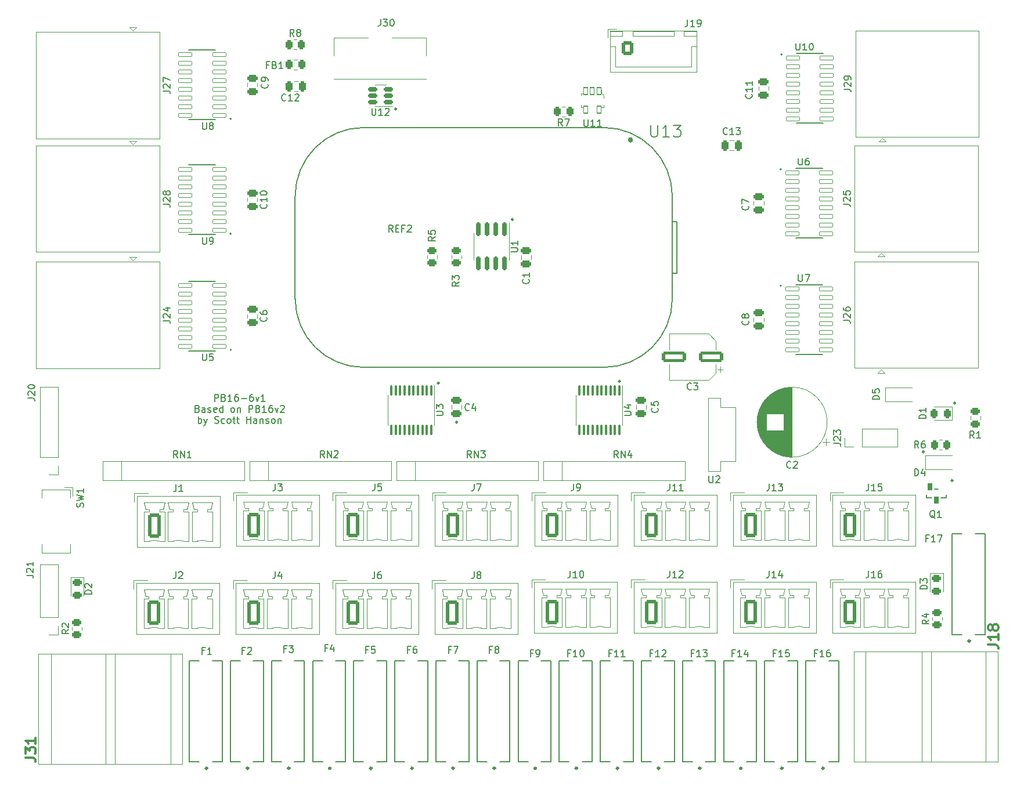
<source format=gto>
G04 #@! TF.GenerationSoftware,KiCad,Pcbnew,(6.0.4)*
G04 #@! TF.CreationDate,2022-05-09T00:45:17-06:00*
G04 #@! TF.ProjectId,PB_16-6v1_SMD.kicad_pcb,50425f31-362d-4367-9631-5f534d442e6b,rev?*
G04 #@! TF.SameCoordinates,Original*
G04 #@! TF.FileFunction,Legend,Top*
G04 #@! TF.FilePolarity,Positive*
%FSLAX46Y46*%
G04 Gerber Fmt 4.6, Leading zero omitted, Abs format (unit mm)*
G04 Created by KiCad (PCBNEW (6.0.4)) date 2022-05-09 00:45:17*
%MOMM*%
%LPD*%
G01*
G04 APERTURE LIST*
G04 Aperture macros list*
%AMRoundRect*
0 Rectangle with rounded corners*
0 $1 Rounding radius*
0 $2 $3 $4 $5 $6 $7 $8 $9 X,Y pos of 4 corners*
0 Add a 4 corners polygon primitive as box body*
4,1,4,$2,$3,$4,$5,$6,$7,$8,$9,$2,$3,0*
0 Add four circle primitives for the rounded corners*
1,1,$1+$1,$2,$3*
1,1,$1+$1,$4,$5*
1,1,$1+$1,$6,$7*
1,1,$1+$1,$8,$9*
0 Add four rect primitives between the rounded corners*
20,1,$1+$1,$2,$3,$4,$5,0*
20,1,$1+$1,$4,$5,$6,$7,0*
20,1,$1+$1,$6,$7,$8,$9,0*
20,1,$1+$1,$8,$9,$2,$3,0*%
G04 Aperture macros list end*
%ADD10C,0.254605*%
%ADD11C,0.150000*%
%ADD12C,0.300000*%
%ADD13C,0.120000*%
%ADD14C,0.127000*%
%ADD15C,0.200000*%
%ADD16C,0.100000*%
%ADD17C,0.304800*%
%ADD18C,3.200000*%
%ADD19R,1.500000X1.500000*%
%ADD20C,1.500000*%
%ADD21RoundRect,0.250000X-0.650000X-1.550000X0.650000X-1.550000X0.650000X1.550000X-0.650000X1.550000X0*%
%ADD22O,1.800000X3.600000*%
%ADD23RoundRect,0.250000X-0.475000X0.250000X-0.475000X-0.250000X0.475000X-0.250000X0.475000X0.250000X0*%
%ADD24RoundRect,0.243750X-0.456250X0.243750X-0.456250X-0.243750X0.456250X-0.243750X0.456250X0.243750X0*%
%ADD25R,1.600000X1.600000*%
%ADD26O,1.600000X1.600000*%
%ADD27R,0.900000X1.200000*%
%ADD28R,1.700000X1.700000*%
%ADD29O,1.700000X1.700000*%
%ADD30C,2.475000*%
%ADD31R,4.000000X4.000000*%
%ADD32C,4.000000*%
%ADD33RoundRect,0.250000X-0.262500X-0.450000X0.262500X-0.450000X0.262500X0.450000X-0.262500X0.450000X0*%
%ADD34RoundRect,0.150000X-0.150000X0.825000X-0.150000X-0.825000X0.150000X-0.825000X0.150000X0.825000X0*%
%ADD35RoundRect,0.250000X0.250000X0.475000X-0.250000X0.475000X-0.250000X-0.475000X0.250000X-0.475000X0*%
%ADD36RoundRect,0.243750X0.243750X0.456250X-0.243750X0.456250X-0.243750X-0.456250X0.243750X-0.456250X0*%
%ADD37R,1.300000X1.300000*%
%ADD38C,1.300000*%
%ADD39O,2.900000X1.900000*%
%ADD40O,1.900000X2.900000*%
%ADD41RoundRect,0.250000X0.475000X-0.250000X0.475000X0.250000X-0.475000X0.250000X-0.475000X-0.250000X0*%
%ADD42RoundRect,0.250000X0.450000X-0.262500X0.450000X0.262500X-0.450000X0.262500X-0.450000X-0.262500X0*%
%ADD43R,0.626843X1.658716*%
%ADD44RoundRect,0.313422X0.000001X0.515936X0.000001X-0.515936X-0.000001X-0.515936X-0.000001X0.515936X0*%
%ADD45RoundRect,0.250000X-0.600000X-0.725000X0.600000X-0.725000X0.600000X0.725000X-0.600000X0.725000X0*%
%ADD46O,1.700000X1.950000*%
%ADD47RoundRect,0.150000X0.512500X0.150000X-0.512500X0.150000X-0.512500X-0.150000X0.512500X-0.150000X0*%
%ADD48R,1.400000X1.400000*%
%ADD49C,1.400000*%
%ADD50RoundRect,0.042000X-0.943000X-0.258000X0.943000X-0.258000X0.943000X0.258000X-0.943000X0.258000X0*%
%ADD51RoundRect,0.250000X0.262500X0.450000X-0.262500X0.450000X-0.262500X-0.450000X0.262500X-0.450000X0*%
%ADD52RoundRect,0.100000X-0.100000X0.637500X-0.100000X-0.637500X0.100000X-0.637500X0.100000X0.637500X0*%
%ADD53RoundRect,0.250000X1.500000X0.550000X-1.500000X0.550000X-1.500000X-0.550000X1.500000X-0.550000X0*%
%ADD54RoundRect,0.250000X-0.450000X0.262500X-0.450000X-0.262500X0.450000X-0.262500X0.450000X0.262500X0*%
%ADD55RoundRect,0.042000X0.943000X0.258000X-0.943000X0.258000X-0.943000X-0.258000X0.943000X-0.258000X0*%
%ADD56RoundRect,0.070000X0.300000X0.525000X-0.300000X0.525000X-0.300000X-0.525000X0.300000X-0.525000X0*%
%ADD57R,1.800000X1.800000*%
%ADD58C,1.800000*%
%ADD59R,2.000000X2.000000*%
%ADD60C,2.000000*%
%ADD61R,1.408000X1.408000*%
%ADD62C,1.408000*%
G04 APERTURE END LIST*
D10*
X201295302Y-108204000D02*
G75*
G03*
X201295302Y-108204000I-127302J0D01*
G01*
X196723302Y-115316000D02*
G75*
G03*
X196723302Y-115316000I-127302J0D01*
G01*
X200914302Y-119507000D02*
G75*
G03*
X200914302Y-119507000I-127302J0D01*
G01*
X119761302Y-65278000D02*
G75*
G03*
X119761302Y-65278000I-127302J0D01*
G01*
X136779302Y-81407000D02*
G75*
G03*
X136779302Y-81407000I-127302J0D01*
G01*
X152400302Y-105029000D02*
G75*
G03*
X152400302Y-105029000I-127302J0D01*
G01*
X128651302Y-110998000D02*
G75*
G03*
X128651302Y-110998000I-127302J0D01*
G01*
X125984302Y-105283000D02*
G75*
G03*
X125984302Y-105283000I-127302J0D01*
G01*
D11*
X93234333Y-107935380D02*
X93234333Y-106935380D01*
X93615285Y-106935380D01*
X93710523Y-106983000D01*
X93758142Y-107030619D01*
X93805761Y-107125857D01*
X93805761Y-107268714D01*
X93758142Y-107363952D01*
X93710523Y-107411571D01*
X93615285Y-107459190D01*
X93234333Y-107459190D01*
X94567666Y-107411571D02*
X94710523Y-107459190D01*
X94758142Y-107506809D01*
X94805761Y-107602047D01*
X94805761Y-107744904D01*
X94758142Y-107840142D01*
X94710523Y-107887761D01*
X94615285Y-107935380D01*
X94234333Y-107935380D01*
X94234333Y-106935380D01*
X94567666Y-106935380D01*
X94662904Y-106983000D01*
X94710523Y-107030619D01*
X94758142Y-107125857D01*
X94758142Y-107221095D01*
X94710523Y-107316333D01*
X94662904Y-107363952D01*
X94567666Y-107411571D01*
X94234333Y-107411571D01*
X95758142Y-107935380D02*
X95186714Y-107935380D01*
X95472428Y-107935380D02*
X95472428Y-106935380D01*
X95377190Y-107078238D01*
X95281952Y-107173476D01*
X95186714Y-107221095D01*
X96615285Y-106935380D02*
X96424809Y-106935380D01*
X96329571Y-106983000D01*
X96281952Y-107030619D01*
X96186714Y-107173476D01*
X96139095Y-107363952D01*
X96139095Y-107744904D01*
X96186714Y-107840142D01*
X96234333Y-107887761D01*
X96329571Y-107935380D01*
X96520047Y-107935380D01*
X96615285Y-107887761D01*
X96662904Y-107840142D01*
X96710523Y-107744904D01*
X96710523Y-107506809D01*
X96662904Y-107411571D01*
X96615285Y-107363952D01*
X96520047Y-107316333D01*
X96329571Y-107316333D01*
X96234333Y-107363952D01*
X96186714Y-107411571D01*
X96139095Y-107506809D01*
X97139095Y-107554428D02*
X97901000Y-107554428D01*
X98805761Y-106935380D02*
X98615285Y-106935380D01*
X98520047Y-106983000D01*
X98472428Y-107030619D01*
X98377190Y-107173476D01*
X98329571Y-107363952D01*
X98329571Y-107744904D01*
X98377190Y-107840142D01*
X98424809Y-107887761D01*
X98520047Y-107935380D01*
X98710523Y-107935380D01*
X98805761Y-107887761D01*
X98853380Y-107840142D01*
X98901000Y-107744904D01*
X98901000Y-107506809D01*
X98853380Y-107411571D01*
X98805761Y-107363952D01*
X98710523Y-107316333D01*
X98520047Y-107316333D01*
X98424809Y-107363952D01*
X98377190Y-107411571D01*
X98329571Y-107506809D01*
X99234333Y-107268714D02*
X99472428Y-107935380D01*
X99710523Y-107268714D01*
X100615285Y-107935380D02*
X100043857Y-107935380D01*
X100329571Y-107935380D02*
X100329571Y-106935380D01*
X100234333Y-107078238D01*
X100139095Y-107173476D01*
X100043857Y-107221095D01*
X90758142Y-109021571D02*
X90901000Y-109069190D01*
X90948619Y-109116809D01*
X90996238Y-109212047D01*
X90996238Y-109354904D01*
X90948619Y-109450142D01*
X90901000Y-109497761D01*
X90805761Y-109545380D01*
X90424809Y-109545380D01*
X90424809Y-108545380D01*
X90758142Y-108545380D01*
X90853380Y-108593000D01*
X90901000Y-108640619D01*
X90948619Y-108735857D01*
X90948619Y-108831095D01*
X90901000Y-108926333D01*
X90853380Y-108973952D01*
X90758142Y-109021571D01*
X90424809Y-109021571D01*
X91853380Y-109545380D02*
X91853380Y-109021571D01*
X91805761Y-108926333D01*
X91710523Y-108878714D01*
X91520047Y-108878714D01*
X91424809Y-108926333D01*
X91853380Y-109497761D02*
X91758142Y-109545380D01*
X91520047Y-109545380D01*
X91424809Y-109497761D01*
X91377190Y-109402523D01*
X91377190Y-109307285D01*
X91424809Y-109212047D01*
X91520047Y-109164428D01*
X91758142Y-109164428D01*
X91853380Y-109116809D01*
X92281952Y-109497761D02*
X92377190Y-109545380D01*
X92567666Y-109545380D01*
X92662904Y-109497761D01*
X92710523Y-109402523D01*
X92710523Y-109354904D01*
X92662904Y-109259666D01*
X92567666Y-109212047D01*
X92424809Y-109212047D01*
X92329571Y-109164428D01*
X92281952Y-109069190D01*
X92281952Y-109021571D01*
X92329571Y-108926333D01*
X92424809Y-108878714D01*
X92567666Y-108878714D01*
X92662904Y-108926333D01*
X93520047Y-109497761D02*
X93424809Y-109545380D01*
X93234333Y-109545380D01*
X93139095Y-109497761D01*
X93091476Y-109402523D01*
X93091476Y-109021571D01*
X93139095Y-108926333D01*
X93234333Y-108878714D01*
X93424809Y-108878714D01*
X93520047Y-108926333D01*
X93567666Y-109021571D01*
X93567666Y-109116809D01*
X93091476Y-109212047D01*
X94424809Y-109545380D02*
X94424809Y-108545380D01*
X94424809Y-109497761D02*
X94329571Y-109545380D01*
X94139095Y-109545380D01*
X94043857Y-109497761D01*
X93996238Y-109450142D01*
X93948619Y-109354904D01*
X93948619Y-109069190D01*
X93996238Y-108973952D01*
X94043857Y-108926333D01*
X94139095Y-108878714D01*
X94329571Y-108878714D01*
X94424809Y-108926333D01*
X95805761Y-109545380D02*
X95710523Y-109497761D01*
X95662904Y-109450142D01*
X95615285Y-109354904D01*
X95615285Y-109069190D01*
X95662904Y-108973952D01*
X95710523Y-108926333D01*
X95805761Y-108878714D01*
X95948619Y-108878714D01*
X96043857Y-108926333D01*
X96091476Y-108973952D01*
X96139095Y-109069190D01*
X96139095Y-109354904D01*
X96091476Y-109450142D01*
X96043857Y-109497761D01*
X95948619Y-109545380D01*
X95805761Y-109545380D01*
X96567666Y-108878714D02*
X96567666Y-109545380D01*
X96567666Y-108973952D02*
X96615285Y-108926333D01*
X96710523Y-108878714D01*
X96853380Y-108878714D01*
X96948619Y-108926333D01*
X96996238Y-109021571D01*
X96996238Y-109545380D01*
X98234333Y-109545380D02*
X98234333Y-108545380D01*
X98615285Y-108545380D01*
X98710523Y-108593000D01*
X98758142Y-108640619D01*
X98805761Y-108735857D01*
X98805761Y-108878714D01*
X98758142Y-108973952D01*
X98710523Y-109021571D01*
X98615285Y-109069190D01*
X98234333Y-109069190D01*
X99567666Y-109021571D02*
X99710523Y-109069190D01*
X99758142Y-109116809D01*
X99805761Y-109212047D01*
X99805761Y-109354904D01*
X99758142Y-109450142D01*
X99710523Y-109497761D01*
X99615285Y-109545380D01*
X99234333Y-109545380D01*
X99234333Y-108545380D01*
X99567666Y-108545380D01*
X99662904Y-108593000D01*
X99710523Y-108640619D01*
X99758142Y-108735857D01*
X99758142Y-108831095D01*
X99710523Y-108926333D01*
X99662904Y-108973952D01*
X99567666Y-109021571D01*
X99234333Y-109021571D01*
X100758142Y-109545380D02*
X100186714Y-109545380D01*
X100472428Y-109545380D02*
X100472428Y-108545380D01*
X100377190Y-108688238D01*
X100281952Y-108783476D01*
X100186714Y-108831095D01*
X101615285Y-108545380D02*
X101424809Y-108545380D01*
X101329571Y-108593000D01*
X101281952Y-108640619D01*
X101186714Y-108783476D01*
X101139095Y-108973952D01*
X101139095Y-109354904D01*
X101186714Y-109450142D01*
X101234333Y-109497761D01*
X101329571Y-109545380D01*
X101520047Y-109545380D01*
X101615285Y-109497761D01*
X101662904Y-109450142D01*
X101710523Y-109354904D01*
X101710523Y-109116809D01*
X101662904Y-109021571D01*
X101615285Y-108973952D01*
X101520047Y-108926333D01*
X101329571Y-108926333D01*
X101234333Y-108973952D01*
X101186714Y-109021571D01*
X101139095Y-109116809D01*
X102043857Y-108878714D02*
X102281952Y-109545380D01*
X102520047Y-108878714D01*
X102853380Y-108640619D02*
X102901000Y-108593000D01*
X102996238Y-108545380D01*
X103234333Y-108545380D01*
X103329571Y-108593000D01*
X103377190Y-108640619D01*
X103424809Y-108735857D01*
X103424809Y-108831095D01*
X103377190Y-108973952D01*
X102805761Y-109545380D01*
X103424809Y-109545380D01*
X90877190Y-111155380D02*
X90877190Y-110155380D01*
X90877190Y-110536333D02*
X90972428Y-110488714D01*
X91162904Y-110488714D01*
X91258142Y-110536333D01*
X91305761Y-110583952D01*
X91353380Y-110679190D01*
X91353380Y-110964904D01*
X91305761Y-111060142D01*
X91258142Y-111107761D01*
X91162904Y-111155380D01*
X90972428Y-111155380D01*
X90877190Y-111107761D01*
X91686714Y-110488714D02*
X91924809Y-111155380D01*
X92162904Y-110488714D02*
X91924809Y-111155380D01*
X91829571Y-111393476D01*
X91781952Y-111441095D01*
X91686714Y-111488714D01*
X93258142Y-111107761D02*
X93401000Y-111155380D01*
X93639095Y-111155380D01*
X93734333Y-111107761D01*
X93781952Y-111060142D01*
X93829571Y-110964904D01*
X93829571Y-110869666D01*
X93781952Y-110774428D01*
X93734333Y-110726809D01*
X93639095Y-110679190D01*
X93448619Y-110631571D01*
X93353380Y-110583952D01*
X93305761Y-110536333D01*
X93258142Y-110441095D01*
X93258142Y-110345857D01*
X93305761Y-110250619D01*
X93353380Y-110203000D01*
X93448619Y-110155380D01*
X93686714Y-110155380D01*
X93829571Y-110203000D01*
X94686714Y-111107761D02*
X94591476Y-111155380D01*
X94401000Y-111155380D01*
X94305761Y-111107761D01*
X94258142Y-111060142D01*
X94210523Y-110964904D01*
X94210523Y-110679190D01*
X94258142Y-110583952D01*
X94305761Y-110536333D01*
X94401000Y-110488714D01*
X94591476Y-110488714D01*
X94686714Y-110536333D01*
X95258142Y-111155380D02*
X95162904Y-111107761D01*
X95115285Y-111060142D01*
X95067666Y-110964904D01*
X95067666Y-110679190D01*
X95115285Y-110583952D01*
X95162904Y-110536333D01*
X95258142Y-110488714D01*
X95401000Y-110488714D01*
X95496238Y-110536333D01*
X95543857Y-110583952D01*
X95591476Y-110679190D01*
X95591476Y-110964904D01*
X95543857Y-111060142D01*
X95496238Y-111107761D01*
X95401000Y-111155380D01*
X95258142Y-111155380D01*
X95877190Y-110488714D02*
X96258142Y-110488714D01*
X96020047Y-110155380D02*
X96020047Y-111012523D01*
X96067666Y-111107761D01*
X96162904Y-111155380D01*
X96258142Y-111155380D01*
X96448619Y-110488714D02*
X96829571Y-110488714D01*
X96591476Y-110155380D02*
X96591476Y-111012523D01*
X96639095Y-111107761D01*
X96734333Y-111155380D01*
X96829571Y-111155380D01*
X97924809Y-111155380D02*
X97924809Y-110155380D01*
X97924809Y-110631571D02*
X98496238Y-110631571D01*
X98496238Y-111155380D02*
X98496238Y-110155380D01*
X99401000Y-111155380D02*
X99401000Y-110631571D01*
X99353380Y-110536333D01*
X99258142Y-110488714D01*
X99067666Y-110488714D01*
X98972428Y-110536333D01*
X99401000Y-111107761D02*
X99305761Y-111155380D01*
X99067666Y-111155380D01*
X98972428Y-111107761D01*
X98924809Y-111012523D01*
X98924809Y-110917285D01*
X98972428Y-110822047D01*
X99067666Y-110774428D01*
X99305761Y-110774428D01*
X99401000Y-110726809D01*
X99877190Y-110488714D02*
X99877190Y-111155380D01*
X99877190Y-110583952D02*
X99924809Y-110536333D01*
X100020047Y-110488714D01*
X100162904Y-110488714D01*
X100258142Y-110536333D01*
X100305761Y-110631571D01*
X100305761Y-111155380D01*
X100734333Y-111107761D02*
X100829571Y-111155380D01*
X101020047Y-111155380D01*
X101115285Y-111107761D01*
X101162904Y-111012523D01*
X101162904Y-110964904D01*
X101115285Y-110869666D01*
X101020047Y-110822047D01*
X100877190Y-110822047D01*
X100781952Y-110774428D01*
X100734333Y-110679190D01*
X100734333Y-110631571D01*
X100781952Y-110536333D01*
X100877190Y-110488714D01*
X101020047Y-110488714D01*
X101115285Y-110536333D01*
X101734333Y-111155380D02*
X101639095Y-111107761D01*
X101591476Y-111060142D01*
X101543857Y-110964904D01*
X101543857Y-110679190D01*
X101591476Y-110583952D01*
X101639095Y-110536333D01*
X101734333Y-110488714D01*
X101877190Y-110488714D01*
X101972428Y-110536333D01*
X102020047Y-110583952D01*
X102067666Y-110679190D01*
X102067666Y-110964904D01*
X102020047Y-111060142D01*
X101972428Y-111107761D01*
X101877190Y-111155380D01*
X101734333Y-111155380D01*
X102496238Y-110488714D02*
X102496238Y-111155380D01*
X102496238Y-110583952D02*
X102543857Y-110536333D01*
X102639095Y-110488714D01*
X102781952Y-110488714D01*
X102877190Y-110536333D01*
X102924809Y-110631571D01*
X102924809Y-111155380D01*
X184932380Y-96151023D02*
X185646666Y-96151023D01*
X185789523Y-96198642D01*
X185884761Y-96293880D01*
X185932380Y-96436738D01*
X185932380Y-96531976D01*
X185027619Y-95722452D02*
X184980000Y-95674833D01*
X184932380Y-95579595D01*
X184932380Y-95341500D01*
X184980000Y-95246261D01*
X185027619Y-95198642D01*
X185122857Y-95151023D01*
X185218095Y-95151023D01*
X185360952Y-95198642D01*
X185932380Y-95770071D01*
X185932380Y-95151023D01*
X184932380Y-94293880D02*
X184932380Y-94484357D01*
X184980000Y-94579595D01*
X185027619Y-94627214D01*
X185170476Y-94722452D01*
X185360952Y-94770071D01*
X185741904Y-94770071D01*
X185837142Y-94722452D01*
X185884761Y-94674833D01*
X185932380Y-94579595D01*
X185932380Y-94389119D01*
X185884761Y-94293880D01*
X185837142Y-94246261D01*
X185741904Y-94198642D01*
X185503809Y-94198642D01*
X185408571Y-94246261D01*
X185360952Y-94293880D01*
X185313333Y-94389119D01*
X185313333Y-94579595D01*
X185360952Y-94674833D01*
X185408571Y-94722452D01*
X185503809Y-94770071D01*
X145600378Y-119986380D02*
X145600378Y-120700666D01*
X145552759Y-120843523D01*
X145457521Y-120938761D01*
X145314664Y-120986380D01*
X145219426Y-120986380D01*
X146124188Y-120986380D02*
X146314664Y-120986380D01*
X146409902Y-120938761D01*
X146457521Y-120891142D01*
X146552759Y-120748285D01*
X146600378Y-120557809D01*
X146600378Y-120176857D01*
X146552759Y-120081619D01*
X146505140Y-120034000D01*
X146409902Y-119986380D01*
X146219426Y-119986380D01*
X146124188Y-120034000D01*
X146076569Y-120081619D01*
X146028950Y-120176857D01*
X146028950Y-120414952D01*
X146076569Y-120510190D01*
X146124188Y-120557809D01*
X146219426Y-120605428D01*
X146409902Y-120605428D01*
X146505140Y-120557809D01*
X146552759Y-120510190D01*
X146600378Y-120414952D01*
X171553142Y-63126857D02*
X171600761Y-63174476D01*
X171648380Y-63317333D01*
X171648380Y-63412571D01*
X171600761Y-63555428D01*
X171505523Y-63650666D01*
X171410285Y-63698285D01*
X171219809Y-63745904D01*
X171076952Y-63745904D01*
X170886476Y-63698285D01*
X170791238Y-63650666D01*
X170696000Y-63555428D01*
X170648380Y-63412571D01*
X170648380Y-63317333D01*
X170696000Y-63174476D01*
X170743619Y-63126857D01*
X171648380Y-62174476D02*
X171648380Y-62745904D01*
X171648380Y-62460190D02*
X170648380Y-62460190D01*
X170791238Y-62555428D01*
X170886476Y-62650666D01*
X170934095Y-62745904D01*
X171648380Y-61222095D02*
X171648380Y-61793523D01*
X171648380Y-61507809D02*
X170648380Y-61507809D01*
X170791238Y-61603047D01*
X170886476Y-61698285D01*
X170934095Y-61793523D01*
X197175380Y-135358095D02*
X196175380Y-135358095D01*
X196175380Y-135120000D01*
X196223000Y-134977142D01*
X196318238Y-134881904D01*
X196413476Y-134834285D01*
X196603952Y-134786666D01*
X196746809Y-134786666D01*
X196937285Y-134834285D01*
X197032523Y-134881904D01*
X197127761Y-134977142D01*
X197175380Y-135120000D01*
X197175380Y-135358095D01*
X196175380Y-134453333D02*
X196175380Y-133834285D01*
X196556333Y-134167619D01*
X196556333Y-134024761D01*
X196603952Y-133929523D01*
X196651571Y-133881904D01*
X196746809Y-133834285D01*
X196984904Y-133834285D01*
X197080142Y-133881904D01*
X197127761Y-133929523D01*
X197175380Y-134024761D01*
X197175380Y-134310476D01*
X197127761Y-134405714D01*
X197080142Y-134453333D01*
X87828523Y-116162380D02*
X87495190Y-115686190D01*
X87257095Y-116162380D02*
X87257095Y-115162380D01*
X87638047Y-115162380D01*
X87733285Y-115210000D01*
X87780904Y-115257619D01*
X87828523Y-115352857D01*
X87828523Y-115495714D01*
X87780904Y-115590952D01*
X87733285Y-115638571D01*
X87638047Y-115686190D01*
X87257095Y-115686190D01*
X88257095Y-116162380D02*
X88257095Y-115162380D01*
X88828523Y-116162380D01*
X88828523Y-115162380D01*
X89828523Y-116162380D02*
X89257095Y-116162380D01*
X89542809Y-116162380D02*
X89542809Y-115162380D01*
X89447571Y-115305238D01*
X89352333Y-115400476D01*
X89257095Y-115448095D01*
X87568166Y-132820880D02*
X87568166Y-133535166D01*
X87520547Y-133678023D01*
X87425309Y-133773261D01*
X87282452Y-133820880D01*
X87187214Y-133820880D01*
X87996738Y-132916119D02*
X88044357Y-132868500D01*
X88139595Y-132820880D01*
X88377690Y-132820880D01*
X88472928Y-132868500D01*
X88520547Y-132916119D01*
X88568166Y-133011357D01*
X88568166Y-133106595D01*
X88520547Y-133249452D01*
X87949119Y-133820880D01*
X88568166Y-133820880D01*
X190190380Y-107672095D02*
X189190380Y-107672095D01*
X189190380Y-107434000D01*
X189238000Y-107291142D01*
X189333238Y-107195904D01*
X189428476Y-107148285D01*
X189618952Y-107100666D01*
X189761809Y-107100666D01*
X189952285Y-107148285D01*
X190047523Y-107195904D01*
X190142761Y-107291142D01*
X190190380Y-107434000D01*
X190190380Y-107672095D01*
X189190380Y-106195904D02*
X189190380Y-106672095D01*
X189666571Y-106719714D01*
X189618952Y-106672095D01*
X189571333Y-106576857D01*
X189571333Y-106338761D01*
X189618952Y-106243523D01*
X189666571Y-106195904D01*
X189761809Y-106148285D01*
X189999904Y-106148285D01*
X190095142Y-106195904D01*
X190142761Y-106243523D01*
X190190380Y-106338761D01*
X190190380Y-106576857D01*
X190142761Y-106672095D01*
X190095142Y-106719714D01*
X195349903Y-118816380D02*
X195349903Y-117816380D01*
X195587999Y-117816380D01*
X195730856Y-117864000D01*
X195826094Y-117959238D01*
X195873713Y-118054476D01*
X195921332Y-118244952D01*
X195921332Y-118387809D01*
X195873713Y-118578285D01*
X195826094Y-118673523D01*
X195730856Y-118768761D01*
X195587999Y-118816380D01*
X195349903Y-118816380D01*
X196778475Y-118149714D02*
X196778475Y-118816380D01*
X196540379Y-117768761D02*
X196302284Y-118483047D01*
X196921332Y-118483047D01*
X130676523Y-116162380D02*
X130343190Y-115686190D01*
X130105095Y-116162380D02*
X130105095Y-115162380D01*
X130486047Y-115162380D01*
X130581285Y-115210000D01*
X130628904Y-115257619D01*
X130676523Y-115352857D01*
X130676523Y-115495714D01*
X130628904Y-115590952D01*
X130581285Y-115638571D01*
X130486047Y-115686190D01*
X130105095Y-115686190D01*
X131105095Y-116162380D02*
X131105095Y-115162380D01*
X131676523Y-116162380D01*
X131676523Y-115162380D01*
X132057476Y-115162380D02*
X132676523Y-115162380D01*
X132343190Y-115543333D01*
X132486047Y-115543333D01*
X132581285Y-115590952D01*
X132628904Y-115638571D01*
X132676523Y-115733809D01*
X132676523Y-115971904D01*
X132628904Y-116067142D01*
X132581285Y-116114761D01*
X132486047Y-116162380D01*
X132200333Y-116162380D01*
X132105095Y-116114761D01*
X132057476Y-116067142D01*
X131101950Y-119986380D02*
X131101950Y-120700666D01*
X131054331Y-120843523D01*
X130959093Y-120938761D01*
X130816236Y-120986380D01*
X130720998Y-120986380D01*
X131482903Y-119986380D02*
X132149569Y-119986380D01*
X131720998Y-120986380D01*
X65797180Y-133341723D02*
X66511466Y-133341723D01*
X66654323Y-133389342D01*
X66749561Y-133484580D01*
X66797180Y-133627438D01*
X66797180Y-133722676D01*
X65892419Y-132913152D02*
X65844800Y-132865533D01*
X65797180Y-132770295D01*
X65797180Y-132532200D01*
X65844800Y-132436961D01*
X65892419Y-132389342D01*
X65987657Y-132341723D01*
X66082895Y-132341723D01*
X66225752Y-132389342D01*
X66797180Y-132960771D01*
X66797180Y-132341723D01*
X66797180Y-131389342D02*
X66797180Y-131960771D01*
X66797180Y-131675057D02*
X65797180Y-131675057D01*
X65940038Y-131770295D01*
X66035276Y-131865533D01*
X66082895Y-131960771D01*
X66000380Y-107489523D02*
X66714666Y-107489523D01*
X66857523Y-107537142D01*
X66952761Y-107632380D01*
X67000380Y-107775238D01*
X67000380Y-107870476D01*
X66095619Y-107060952D02*
X66048000Y-107013333D01*
X66000380Y-106918095D01*
X66000380Y-106680000D01*
X66048000Y-106584761D01*
X66095619Y-106537142D01*
X66190857Y-106489523D01*
X66286095Y-106489523D01*
X66428952Y-106537142D01*
X67000380Y-107108571D01*
X67000380Y-106489523D01*
X66000380Y-105870476D02*
X66000380Y-105775238D01*
X66048000Y-105680000D01*
X66095619Y-105632380D01*
X66190857Y-105584761D01*
X66381333Y-105537142D01*
X66619428Y-105537142D01*
X66809904Y-105584761D01*
X66905142Y-105632380D01*
X66952761Y-105680000D01*
X67000380Y-105775238D01*
X67000380Y-105870476D01*
X66952761Y-105965714D01*
X66905142Y-106013333D01*
X66809904Y-106060952D01*
X66619428Y-106108571D01*
X66381333Y-106108571D01*
X66190857Y-106060952D01*
X66095619Y-106013333D01*
X66048000Y-105965714D01*
X66000380Y-105870476D01*
X169065676Y-144708571D02*
X168732342Y-144708571D01*
X168732342Y-145232380D02*
X168732342Y-144232380D01*
X169208533Y-144232380D01*
X170113295Y-145232380D02*
X169541866Y-145232380D01*
X169827580Y-145232380D02*
X169827580Y-144232380D01*
X169732342Y-144375238D01*
X169637104Y-144470476D01*
X169541866Y-144518095D01*
X170970438Y-144565714D02*
X170970438Y-145232380D01*
X170732342Y-144184761D02*
X170494247Y-144899047D01*
X171113295Y-144899047D01*
D12*
X206061571Y-143454285D02*
X207133000Y-143454285D01*
X207347285Y-143525714D01*
X207490142Y-143668571D01*
X207561571Y-143882857D01*
X207561571Y-144025714D01*
X207561571Y-141954285D02*
X207561571Y-142811428D01*
X207561571Y-142382857D02*
X206061571Y-142382857D01*
X206275857Y-142525714D01*
X206418714Y-142668571D01*
X206490142Y-142811428D01*
X206704428Y-141097142D02*
X206633000Y-141240000D01*
X206561571Y-141311428D01*
X206418714Y-141382857D01*
X206347285Y-141382857D01*
X206204428Y-141311428D01*
X206133000Y-141240000D01*
X206061571Y-141097142D01*
X206061571Y-140811428D01*
X206133000Y-140668571D01*
X206204428Y-140597142D01*
X206347285Y-140525714D01*
X206418714Y-140525714D01*
X206561571Y-140597142D01*
X206633000Y-140668571D01*
X206704428Y-140811428D01*
X206704428Y-141097142D01*
X206775857Y-141240000D01*
X206847285Y-141311428D01*
X206990142Y-141382857D01*
X207275857Y-141382857D01*
X207418714Y-141311428D01*
X207490142Y-141240000D01*
X207561571Y-141097142D01*
X207561571Y-140811428D01*
X207490142Y-140668571D01*
X207418714Y-140597142D01*
X207275857Y-140525714D01*
X206990142Y-140525714D01*
X206847285Y-140597142D01*
X206775857Y-140668571D01*
X206704428Y-140811428D01*
D11*
X104819833Y-54682380D02*
X104486500Y-54206190D01*
X104248404Y-54682380D02*
X104248404Y-53682380D01*
X104629357Y-53682380D01*
X104724595Y-53730000D01*
X104772214Y-53777619D01*
X104819833Y-53872857D01*
X104819833Y-54015714D01*
X104772214Y-54110952D01*
X104724595Y-54158571D01*
X104629357Y-54206190D01*
X104248404Y-54206190D01*
X105391261Y-54110952D02*
X105296023Y-54063333D01*
X105248404Y-54015714D01*
X105200785Y-53920476D01*
X105200785Y-53872857D01*
X105248404Y-53777619D01*
X105296023Y-53730000D01*
X105391261Y-53682380D01*
X105581738Y-53682380D01*
X105676976Y-53730000D01*
X105724595Y-53777619D01*
X105772214Y-53872857D01*
X105772214Y-53920476D01*
X105724595Y-54015714D01*
X105676976Y-54063333D01*
X105581738Y-54110952D01*
X105391261Y-54110952D01*
X105296023Y-54158571D01*
X105248404Y-54206190D01*
X105200785Y-54301428D01*
X105200785Y-54491904D01*
X105248404Y-54587142D01*
X105296023Y-54634761D01*
X105391261Y-54682380D01*
X105581738Y-54682380D01*
X105676976Y-54634761D01*
X105724595Y-54587142D01*
X105772214Y-54491904D01*
X105772214Y-54301428D01*
X105724595Y-54206190D01*
X105676976Y-54158571D01*
X105581738Y-54110952D01*
X197310476Y-127944571D02*
X196977142Y-127944571D01*
X196977142Y-128468380D02*
X196977142Y-127468380D01*
X197453333Y-127468380D01*
X198358095Y-128468380D02*
X197786666Y-128468380D01*
X198072380Y-128468380D02*
X198072380Y-127468380D01*
X197977142Y-127611238D01*
X197881904Y-127706476D01*
X197786666Y-127754095D01*
X198691428Y-127468380D02*
X199358095Y-127468380D01*
X198929523Y-128468380D01*
D12*
X65642571Y-159977285D02*
X66714000Y-159977285D01*
X66928285Y-160048714D01*
X67071142Y-160191571D01*
X67142571Y-160405857D01*
X67142571Y-160548714D01*
X65642571Y-159405857D02*
X65642571Y-158477285D01*
X66214000Y-158977285D01*
X66214000Y-158763000D01*
X66285428Y-158620142D01*
X66356857Y-158548714D01*
X66499714Y-158477285D01*
X66856857Y-158477285D01*
X66999714Y-158548714D01*
X67071142Y-158620142D01*
X67142571Y-158763000D01*
X67142571Y-159191571D01*
X67071142Y-159334428D01*
X66999714Y-159405857D01*
X67142571Y-157048714D02*
X67142571Y-157905857D01*
X67142571Y-157477285D02*
X65642571Y-157477285D01*
X65856857Y-157620142D01*
X65999714Y-157763000D01*
X66071142Y-157905857D01*
D11*
X100772342Y-95670666D02*
X100819961Y-95718285D01*
X100867580Y-95861142D01*
X100867580Y-95956380D01*
X100819961Y-96099238D01*
X100724723Y-96194476D01*
X100629485Y-96242095D01*
X100439009Y-96289714D01*
X100296152Y-96289714D01*
X100105676Y-96242095D01*
X100010438Y-96194476D01*
X99915200Y-96099238D01*
X99867580Y-95956380D01*
X99867580Y-95861142D01*
X99915200Y-95718285D01*
X99962819Y-95670666D01*
X99867580Y-94813523D02*
X99867580Y-95004000D01*
X99915200Y-95099238D01*
X99962819Y-95146857D01*
X100105676Y-95242095D01*
X100296152Y-95289714D01*
X100677104Y-95289714D01*
X100772342Y-95242095D01*
X100819961Y-95194476D01*
X100867580Y-95099238D01*
X100867580Y-94908761D01*
X100819961Y-94813523D01*
X100772342Y-94765904D01*
X100677104Y-94718285D01*
X100439009Y-94718285D01*
X100343771Y-94765904D01*
X100296152Y-94813523D01*
X100248533Y-94908761D01*
X100248533Y-95099238D01*
X100296152Y-95194476D01*
X100343771Y-95242095D01*
X100439009Y-95289714D01*
X136456380Y-86105904D02*
X137265904Y-86105904D01*
X137361142Y-86058285D01*
X137408761Y-86010666D01*
X137456380Y-85915428D01*
X137456380Y-85724952D01*
X137408761Y-85629714D01*
X137361142Y-85582095D01*
X137265904Y-85534476D01*
X136456380Y-85534476D01*
X137456380Y-84534476D02*
X137456380Y-85105904D01*
X137456380Y-84820190D02*
X136456380Y-84820190D01*
X136599238Y-84915428D01*
X136694476Y-85010666D01*
X136742095Y-85105904D01*
X188619476Y-132686380D02*
X188619476Y-133400666D01*
X188571857Y-133543523D01*
X188476619Y-133638761D01*
X188333761Y-133686380D01*
X188238523Y-133686380D01*
X189619476Y-133686380D02*
X189048047Y-133686380D01*
X189333761Y-133686380D02*
X189333761Y-132686380D01*
X189238523Y-132829238D01*
X189143285Y-132924476D01*
X189048047Y-132972095D01*
X190476619Y-132686380D02*
X190286142Y-132686380D01*
X190190904Y-132734000D01*
X190143285Y-132781619D01*
X190048047Y-132924476D01*
X190000428Y-133114952D01*
X190000428Y-133495904D01*
X190048047Y-133591142D01*
X190095666Y-133638761D01*
X190190904Y-133686380D01*
X190381380Y-133686380D01*
X190476619Y-133638761D01*
X190524238Y-133591142D01*
X190571857Y-133495904D01*
X190571857Y-133257809D01*
X190524238Y-133162571D01*
X190476619Y-133114952D01*
X190381380Y-133067333D01*
X190190904Y-133067333D01*
X190095666Y-133114952D01*
X190048047Y-133162571D01*
X190000428Y-133257809D01*
X168013142Y-68937142D02*
X167965523Y-68984761D01*
X167822666Y-69032380D01*
X167727428Y-69032380D01*
X167584571Y-68984761D01*
X167489333Y-68889523D01*
X167441714Y-68794285D01*
X167394095Y-68603809D01*
X167394095Y-68460952D01*
X167441714Y-68270476D01*
X167489333Y-68175238D01*
X167584571Y-68080000D01*
X167727428Y-68032380D01*
X167822666Y-68032380D01*
X167965523Y-68080000D01*
X168013142Y-68127619D01*
X168965523Y-69032380D02*
X168394095Y-69032380D01*
X168679809Y-69032380D02*
X168679809Y-68032380D01*
X168584571Y-68175238D01*
X168489333Y-68270476D01*
X168394095Y-68318095D01*
X169298857Y-68032380D02*
X169917904Y-68032380D01*
X169584571Y-68413333D01*
X169727428Y-68413333D01*
X169822666Y-68460952D01*
X169870285Y-68508571D01*
X169917904Y-68603809D01*
X169917904Y-68841904D01*
X169870285Y-68937142D01*
X169822666Y-68984761D01*
X169727428Y-69032380D01*
X169441714Y-69032380D01*
X169346476Y-68984761D01*
X169298857Y-68937142D01*
X196997580Y-110466095D02*
X195997580Y-110466095D01*
X195997580Y-110228000D01*
X196045200Y-110085142D01*
X196140438Y-109989904D01*
X196235676Y-109942285D01*
X196426152Y-109894666D01*
X196569009Y-109894666D01*
X196759485Y-109942285D01*
X196854723Y-109989904D01*
X196949961Y-110085142D01*
X196997580Y-110228000D01*
X196997580Y-110466095D01*
X196997580Y-108942285D02*
X196997580Y-109513714D01*
X196997580Y-109228000D02*
X195997580Y-109228000D01*
X196140438Y-109323238D01*
X196235676Y-109418476D01*
X196283295Y-109513714D01*
X103679666Y-144073571D02*
X103346333Y-144073571D01*
X103346333Y-144597380D02*
X103346333Y-143597380D01*
X103822523Y-143597380D01*
X104108238Y-143597380D02*
X104727285Y-143597380D01*
X104393952Y-143978333D01*
X104536809Y-143978333D01*
X104632047Y-144025952D01*
X104679666Y-144073571D01*
X104727285Y-144168809D01*
X104727285Y-144406904D01*
X104679666Y-144502142D01*
X104632047Y-144549761D01*
X104536809Y-144597380D01*
X104251095Y-144597380D01*
X104155857Y-144549761D01*
X104108238Y-144502142D01*
X159611616Y-132686380D02*
X159611616Y-133400666D01*
X159563997Y-133543523D01*
X159468759Y-133638761D01*
X159325901Y-133686380D01*
X159230663Y-133686380D01*
X160611616Y-133686380D02*
X160040187Y-133686380D01*
X160325901Y-133686380D02*
X160325901Y-132686380D01*
X160230663Y-132829238D01*
X160135425Y-132924476D01*
X160040187Y-132972095D01*
X160992568Y-132781619D02*
X161040187Y-132734000D01*
X161135425Y-132686380D01*
X161373520Y-132686380D01*
X161468759Y-132734000D01*
X161516378Y-132781619D01*
X161563997Y-132876857D01*
X161563997Y-132972095D01*
X161516378Y-133114952D01*
X160944949Y-133686380D01*
X161563997Y-133686380D01*
X175060076Y-144708571D02*
X174726742Y-144708571D01*
X174726742Y-145232380D02*
X174726742Y-144232380D01*
X175202933Y-144232380D01*
X176107695Y-145232380D02*
X175536266Y-145232380D01*
X175821980Y-145232380D02*
X175821980Y-144232380D01*
X175726742Y-144375238D01*
X175631504Y-144470476D01*
X175536266Y-144518095D01*
X177012457Y-144232380D02*
X176536266Y-144232380D01*
X176488647Y-144708571D01*
X176536266Y-144660952D01*
X176631504Y-144613333D01*
X176869600Y-144613333D01*
X176964838Y-144660952D01*
X177012457Y-144708571D01*
X177060076Y-144803809D01*
X177060076Y-145041904D01*
X177012457Y-145137142D01*
X176964838Y-145184761D01*
X176869600Y-145232380D01*
X176631504Y-145232380D01*
X176536266Y-145184761D01*
X176488647Y-145137142D01*
X100941142Y-61634666D02*
X100988761Y-61682285D01*
X101036380Y-61825142D01*
X101036380Y-61920380D01*
X100988761Y-62063238D01*
X100893523Y-62158476D01*
X100798285Y-62206095D01*
X100607809Y-62253714D01*
X100464952Y-62253714D01*
X100274476Y-62206095D01*
X100179238Y-62158476D01*
X100084000Y-62063238D01*
X100036380Y-61920380D01*
X100036380Y-61825142D01*
X100084000Y-61682285D01*
X100131619Y-61634666D01*
X101036380Y-61158476D02*
X101036380Y-60968000D01*
X100988761Y-60872761D01*
X100941142Y-60825142D01*
X100798285Y-60729904D01*
X100607809Y-60682285D01*
X100226857Y-60682285D01*
X100131619Y-60729904D01*
X100084000Y-60777523D01*
X100036380Y-60872761D01*
X100036380Y-61063238D01*
X100084000Y-61158476D01*
X100131619Y-61206095D01*
X100226857Y-61253714D01*
X100464952Y-61253714D01*
X100560190Y-61206095D01*
X100607809Y-61158476D01*
X100655428Y-61063238D01*
X100655428Y-60872761D01*
X100607809Y-60777523D01*
X100560190Y-60729904D01*
X100464952Y-60682285D01*
X117438476Y-52191380D02*
X117438476Y-52905666D01*
X117390857Y-53048523D01*
X117295619Y-53143761D01*
X117152761Y-53191380D01*
X117057523Y-53191380D01*
X117819428Y-52191380D02*
X118438476Y-52191380D01*
X118105142Y-52572333D01*
X118248000Y-52572333D01*
X118343238Y-52619952D01*
X118390857Y-52667571D01*
X118438476Y-52762809D01*
X118438476Y-53000904D01*
X118390857Y-53096142D01*
X118343238Y-53143761D01*
X118248000Y-53191380D01*
X117962285Y-53191380D01*
X117867047Y-53143761D01*
X117819428Y-53096142D01*
X119057523Y-52191380D02*
X119152761Y-52191380D01*
X119248000Y-52239000D01*
X119295619Y-52286619D01*
X119343238Y-52381857D01*
X119390857Y-52572333D01*
X119390857Y-52810428D01*
X119343238Y-53000904D01*
X119295619Y-53096142D01*
X119248000Y-53143761D01*
X119152761Y-53191380D01*
X119057523Y-53191380D01*
X118962285Y-53143761D01*
X118914666Y-53096142D01*
X118867047Y-53000904D01*
X118819428Y-52810428D01*
X118819428Y-52572333D01*
X118867047Y-52381857D01*
X118914666Y-52286619D01*
X118962285Y-52239000D01*
X119057523Y-52191380D01*
X185048380Y-62419823D02*
X185762666Y-62419823D01*
X185905523Y-62467442D01*
X186000761Y-62562680D01*
X186048380Y-62705538D01*
X186048380Y-62800776D01*
X185143619Y-61991252D02*
X185096000Y-61943633D01*
X185048380Y-61848395D01*
X185048380Y-61610300D01*
X185096000Y-61515061D01*
X185143619Y-61467442D01*
X185238857Y-61419823D01*
X185334095Y-61419823D01*
X185476952Y-61467442D01*
X186048380Y-62038871D01*
X186048380Y-61419823D01*
X186048380Y-60943633D02*
X186048380Y-60753157D01*
X186000761Y-60657919D01*
X185953142Y-60610300D01*
X185810285Y-60515061D01*
X185619809Y-60467442D01*
X185238857Y-60467442D01*
X185143619Y-60515061D01*
X185096000Y-60562680D01*
X185048380Y-60657919D01*
X185048380Y-60848395D01*
X185096000Y-60943633D01*
X185143619Y-60991252D01*
X185238857Y-61038871D01*
X185476952Y-61038871D01*
X185572190Y-60991252D01*
X185619809Y-60943633D01*
X185667428Y-60848395D01*
X185667428Y-60657919D01*
X185619809Y-60562680D01*
X185572190Y-60515061D01*
X185476952Y-60467442D01*
X103624142Y-64013142D02*
X103576523Y-64060761D01*
X103433666Y-64108380D01*
X103338428Y-64108380D01*
X103195571Y-64060761D01*
X103100333Y-63965523D01*
X103052714Y-63870285D01*
X103005095Y-63679809D01*
X103005095Y-63536952D01*
X103052714Y-63346476D01*
X103100333Y-63251238D01*
X103195571Y-63156000D01*
X103338428Y-63108380D01*
X103433666Y-63108380D01*
X103576523Y-63156000D01*
X103624142Y-63203619D01*
X104576523Y-64108380D02*
X104005095Y-64108380D01*
X104290809Y-64108380D02*
X104290809Y-63108380D01*
X104195571Y-63251238D01*
X104100333Y-63346476D01*
X104005095Y-63394095D01*
X104957476Y-63203619D02*
X105005095Y-63156000D01*
X105100333Y-63108380D01*
X105338428Y-63108380D01*
X105433666Y-63156000D01*
X105481285Y-63203619D01*
X105528904Y-63298857D01*
X105528904Y-63394095D01*
X105481285Y-63536952D01*
X104909857Y-64108380D01*
X105528904Y-64108380D01*
X100772342Y-79179657D02*
X100819961Y-79227276D01*
X100867580Y-79370133D01*
X100867580Y-79465371D01*
X100819961Y-79608228D01*
X100724723Y-79703466D01*
X100629485Y-79751085D01*
X100439009Y-79798704D01*
X100296152Y-79798704D01*
X100105676Y-79751085D01*
X100010438Y-79703466D01*
X99915200Y-79608228D01*
X99867580Y-79465371D01*
X99867580Y-79370133D01*
X99915200Y-79227276D01*
X99962819Y-79179657D01*
X100867580Y-78227276D02*
X100867580Y-78798704D01*
X100867580Y-78512990D02*
X99867580Y-78512990D01*
X100010438Y-78608228D01*
X100105676Y-78703466D01*
X100153295Y-78798704D01*
X99867580Y-77608228D02*
X99867580Y-77512990D01*
X99915200Y-77417752D01*
X99962819Y-77370133D01*
X100058057Y-77322514D01*
X100248533Y-77274895D01*
X100486628Y-77274895D01*
X100677104Y-77322514D01*
X100772342Y-77370133D01*
X100819961Y-77417752D01*
X100867580Y-77512990D01*
X100867580Y-77608228D01*
X100819961Y-77703466D01*
X100772342Y-77751085D01*
X100677104Y-77798704D01*
X100486628Y-77846323D01*
X100248533Y-77846323D01*
X100058057Y-77798704D01*
X99962819Y-77751085D01*
X99915200Y-77703466D01*
X99867580Y-77608228D01*
X157837142Y-108944666D02*
X157884761Y-108992285D01*
X157932380Y-109135142D01*
X157932380Y-109230380D01*
X157884761Y-109373238D01*
X157789523Y-109468476D01*
X157694285Y-109516095D01*
X157503809Y-109563714D01*
X157360952Y-109563714D01*
X157170476Y-109516095D01*
X157075238Y-109468476D01*
X156980000Y-109373238D01*
X156932380Y-109230380D01*
X156932380Y-109135142D01*
X156980000Y-108992285D01*
X157027619Y-108944666D01*
X156932380Y-108039904D02*
X156932380Y-108516095D01*
X157408571Y-108563714D01*
X157360952Y-108516095D01*
X157313333Y-108420857D01*
X157313333Y-108182761D01*
X157360952Y-108087523D01*
X157408571Y-108039904D01*
X157503809Y-107992285D01*
X157741904Y-107992285D01*
X157837142Y-108039904D01*
X157884761Y-108087523D01*
X157932380Y-108182761D01*
X157932380Y-108420857D01*
X157884761Y-108516095D01*
X157837142Y-108563714D01*
X130389333Y-109204342D02*
X130341714Y-109251961D01*
X130198857Y-109299580D01*
X130103619Y-109299580D01*
X129960761Y-109251961D01*
X129865523Y-109156723D01*
X129817904Y-109061485D01*
X129770285Y-108871009D01*
X129770285Y-108728152D01*
X129817904Y-108537676D01*
X129865523Y-108442438D01*
X129960761Y-108347200D01*
X130103619Y-108299580D01*
X130198857Y-108299580D01*
X130341714Y-108347200D01*
X130389333Y-108394819D01*
X131246476Y-108632914D02*
X131246476Y-109299580D01*
X131008380Y-108251961D02*
X130770285Y-108966247D01*
X131389333Y-108966247D01*
X121713666Y-144200571D02*
X121380333Y-144200571D01*
X121380333Y-144724380D02*
X121380333Y-143724380D01*
X121856523Y-143724380D01*
X122666047Y-143724380D02*
X122475571Y-143724380D01*
X122380333Y-143772000D01*
X122332714Y-143819619D01*
X122237476Y-143962476D01*
X122189857Y-144152952D01*
X122189857Y-144533904D01*
X122237476Y-144629142D01*
X122285095Y-144676761D01*
X122380333Y-144724380D01*
X122570809Y-144724380D01*
X122666047Y-144676761D01*
X122713666Y-144629142D01*
X122761285Y-144533904D01*
X122761285Y-144295809D01*
X122713666Y-144200571D01*
X122666047Y-144152952D01*
X122570809Y-144105333D01*
X122380333Y-144105333D01*
X122285095Y-144152952D01*
X122237476Y-144200571D01*
X122189857Y-144295809D01*
X174115544Y-132686380D02*
X174115544Y-133400666D01*
X174067925Y-133543523D01*
X173972687Y-133638761D01*
X173829829Y-133686380D01*
X173734591Y-133686380D01*
X175115544Y-133686380D02*
X174544115Y-133686380D01*
X174829829Y-133686380D02*
X174829829Y-132686380D01*
X174734591Y-132829238D01*
X174639353Y-132924476D01*
X174544115Y-132972095D01*
X175972687Y-133019714D02*
X175972687Y-133686380D01*
X175734591Y-132638761D02*
X175496496Y-133353047D01*
X176115544Y-133353047D01*
X131079950Y-132820880D02*
X131079950Y-133535166D01*
X131032331Y-133678023D01*
X130937093Y-133773261D01*
X130794236Y-133820880D01*
X130698998Y-133820880D01*
X131698998Y-133249452D02*
X131603760Y-133201833D01*
X131556141Y-133154214D01*
X131508522Y-133058976D01*
X131508522Y-133011357D01*
X131556141Y-132916119D01*
X131603760Y-132868500D01*
X131698998Y-132820880D01*
X131889474Y-132820880D01*
X131984712Y-132868500D01*
X132032331Y-132916119D01*
X132079950Y-133011357D01*
X132079950Y-133058976D01*
X132032331Y-133154214D01*
X131984712Y-133201833D01*
X131889474Y-133249452D01*
X131698998Y-133249452D01*
X131603760Y-133297071D01*
X131556141Y-133344690D01*
X131508522Y-133439928D01*
X131508522Y-133630404D01*
X131556141Y-133725642D01*
X131603760Y-133773261D01*
X131698998Y-133820880D01*
X131889474Y-133820880D01*
X131984712Y-133773261D01*
X132032331Y-133725642D01*
X132079950Y-133630404D01*
X132079950Y-133439928D01*
X132032331Y-133344690D01*
X131984712Y-133297071D01*
X131889474Y-133249452D01*
X127682666Y-144200571D02*
X127349333Y-144200571D01*
X127349333Y-144724380D02*
X127349333Y-143724380D01*
X127825523Y-143724380D01*
X128111238Y-143724380D02*
X128777904Y-143724380D01*
X128349333Y-144724380D01*
X197430380Y-139866666D02*
X196954190Y-140200000D01*
X197430380Y-140438095D02*
X196430380Y-140438095D01*
X196430380Y-140057142D01*
X196478000Y-139961904D01*
X196525619Y-139914285D01*
X196620857Y-139866666D01*
X196763714Y-139866666D01*
X196858952Y-139914285D01*
X196906571Y-139961904D01*
X196954190Y-140057142D01*
X196954190Y-140438095D01*
X196763714Y-139009523D02*
X197430380Y-139009523D01*
X196382761Y-139247619D02*
X197097047Y-139485714D01*
X197097047Y-138866666D01*
X198324260Y-125007619D02*
X198229022Y-124960000D01*
X198133784Y-124864761D01*
X197990927Y-124721904D01*
X197895689Y-124674285D01*
X197800451Y-124674285D01*
X197848070Y-124912380D02*
X197752832Y-124864761D01*
X197657594Y-124769523D01*
X197609975Y-124579047D01*
X197609975Y-124245714D01*
X197657594Y-124055238D01*
X197752832Y-123960000D01*
X197848070Y-123912380D01*
X198038546Y-123912380D01*
X198133784Y-123960000D01*
X198229022Y-124055238D01*
X198276641Y-124245714D01*
X198276641Y-124579047D01*
X198229022Y-124769523D01*
X198133784Y-124864761D01*
X198038546Y-124912380D01*
X197848070Y-124912380D01*
X199229022Y-124912380D02*
X198657594Y-124912380D01*
X198943308Y-124912380D02*
X198943308Y-123912380D01*
X198848070Y-124055238D01*
X198752832Y-124150476D01*
X198657594Y-124198095D01*
X162223476Y-52273380D02*
X162223476Y-52987666D01*
X162175857Y-53130523D01*
X162080619Y-53225761D01*
X161937761Y-53273380D01*
X161842523Y-53273380D01*
X163223476Y-53273380D02*
X162652047Y-53273380D01*
X162937761Y-53273380D02*
X162937761Y-52273380D01*
X162842523Y-52416238D01*
X162747285Y-52511476D01*
X162652047Y-52559095D01*
X163699666Y-53273380D02*
X163890142Y-53273380D01*
X163985380Y-53225761D01*
X164033000Y-53178142D01*
X164128238Y-53035285D01*
X164175857Y-52844809D01*
X164175857Y-52463857D01*
X164128238Y-52368619D01*
X164080619Y-52321000D01*
X163985380Y-52273380D01*
X163794904Y-52273380D01*
X163699666Y-52321000D01*
X163652047Y-52368619D01*
X163604428Y-52463857D01*
X163604428Y-52701952D01*
X163652047Y-52797190D01*
X163699666Y-52844809D01*
X163794904Y-52892428D01*
X163985380Y-52892428D01*
X164080619Y-52844809D01*
X164128238Y-52797190D01*
X164175857Y-52701952D01*
X116165904Y-65197380D02*
X116165904Y-66006904D01*
X116213523Y-66102142D01*
X116261142Y-66149761D01*
X116356380Y-66197380D01*
X116546857Y-66197380D01*
X116642095Y-66149761D01*
X116689714Y-66102142D01*
X116737333Y-66006904D01*
X116737333Y-65197380D01*
X117737333Y-66197380D02*
X117165904Y-66197380D01*
X117451619Y-66197380D02*
X117451619Y-65197380D01*
X117356380Y-65340238D01*
X117261142Y-65435476D01*
X117165904Y-65483095D01*
X118118285Y-65292619D02*
X118165904Y-65245000D01*
X118261142Y-65197380D01*
X118499238Y-65197380D01*
X118594476Y-65245000D01*
X118642095Y-65292619D01*
X118689714Y-65387857D01*
X118689714Y-65483095D01*
X118642095Y-65625952D01*
X118070666Y-66197380D01*
X118689714Y-66197380D01*
X74064761Y-123380333D02*
X74112380Y-123237476D01*
X74112380Y-122999380D01*
X74064761Y-122904142D01*
X74017142Y-122856523D01*
X73921904Y-122808904D01*
X73826666Y-122808904D01*
X73731428Y-122856523D01*
X73683809Y-122904142D01*
X73636190Y-122999380D01*
X73588571Y-123189857D01*
X73540952Y-123285095D01*
X73493333Y-123332714D01*
X73398095Y-123380333D01*
X73302857Y-123380333D01*
X73207619Y-123332714D01*
X73160000Y-123285095D01*
X73112380Y-123189857D01*
X73112380Y-122951761D01*
X73160000Y-122808904D01*
X73112380Y-122475571D02*
X74112380Y-122237476D01*
X73398095Y-122047000D01*
X74112380Y-121856523D01*
X73112380Y-121618428D01*
X74112380Y-120713666D02*
X74112380Y-121285095D01*
X74112380Y-120999380D02*
X73112380Y-120999380D01*
X73255238Y-121094619D01*
X73350476Y-121189857D01*
X73398095Y-121285095D01*
X157076876Y-144708571D02*
X156743542Y-144708571D01*
X156743542Y-145232380D02*
X156743542Y-144232380D01*
X157219733Y-144232380D01*
X158124495Y-145232380D02*
X157553066Y-145232380D01*
X157838780Y-145232380D02*
X157838780Y-144232380D01*
X157743542Y-144375238D01*
X157648304Y-144470476D01*
X157553066Y-144518095D01*
X158505447Y-144327619D02*
X158553066Y-144280000D01*
X158648304Y-144232380D01*
X158886400Y-144232380D01*
X158981638Y-144280000D01*
X159029257Y-144327619D01*
X159076876Y-144422857D01*
X159076876Y-144518095D01*
X159029257Y-144660952D01*
X158457828Y-145232380D01*
X159076876Y-145232380D01*
X178391095Y-72462180D02*
X178391095Y-73271704D01*
X178438714Y-73366942D01*
X178486333Y-73414561D01*
X178581571Y-73462180D01*
X178772047Y-73462180D01*
X178867285Y-73414561D01*
X178914904Y-73366942D01*
X178962523Y-73271704D01*
X178962523Y-72462180D01*
X179867285Y-72462180D02*
X179676809Y-72462180D01*
X179581571Y-72509800D01*
X179533952Y-72557419D01*
X179438714Y-72700276D01*
X179391095Y-72890752D01*
X179391095Y-73271704D01*
X179438714Y-73366942D01*
X179486333Y-73414561D01*
X179581571Y-73462180D01*
X179772047Y-73462180D01*
X179867285Y-73414561D01*
X179914904Y-73366942D01*
X179962523Y-73271704D01*
X179962523Y-73033609D01*
X179914904Y-72938371D01*
X179867285Y-72890752D01*
X179772047Y-72843133D01*
X179581571Y-72843133D01*
X179486333Y-72890752D01*
X179438714Y-72938371D01*
X179391095Y-73033609D01*
X109252523Y-116162380D02*
X108919190Y-115686190D01*
X108681095Y-116162380D02*
X108681095Y-115162380D01*
X109062047Y-115162380D01*
X109157285Y-115210000D01*
X109204904Y-115257619D01*
X109252523Y-115352857D01*
X109252523Y-115495714D01*
X109204904Y-115590952D01*
X109157285Y-115638571D01*
X109062047Y-115686190D01*
X108681095Y-115686190D01*
X109681095Y-116162380D02*
X109681095Y-115162380D01*
X110252523Y-116162380D01*
X110252523Y-115162380D01*
X110681095Y-115257619D02*
X110728714Y-115210000D01*
X110823952Y-115162380D01*
X111062047Y-115162380D01*
X111157285Y-115210000D01*
X111204904Y-115257619D01*
X111252523Y-115352857D01*
X111252523Y-115448095D01*
X111204904Y-115590952D01*
X110633476Y-116162380D01*
X111252523Y-116162380D01*
X143978333Y-67761380D02*
X143645000Y-67285190D01*
X143406904Y-67761380D02*
X143406904Y-66761380D01*
X143787857Y-66761380D01*
X143883095Y-66809000D01*
X143930714Y-66856619D01*
X143978333Y-66951857D01*
X143978333Y-67094714D01*
X143930714Y-67189952D01*
X143883095Y-67237571D01*
X143787857Y-67285190D01*
X143406904Y-67285190D01*
X144311666Y-66761380D02*
X144978333Y-66761380D01*
X144549761Y-67761380D01*
X153004380Y-109981904D02*
X153813904Y-109981904D01*
X153909142Y-109934285D01*
X153956761Y-109886666D01*
X154004380Y-109791428D01*
X154004380Y-109600952D01*
X153956761Y-109505714D01*
X153909142Y-109458095D01*
X153813904Y-109410476D01*
X153004380Y-109410476D01*
X153337714Y-108505714D02*
X154004380Y-108505714D01*
X152956761Y-108743809D02*
X153671047Y-108981904D01*
X153671047Y-108362857D01*
X145107688Y-132686380D02*
X145107688Y-133400666D01*
X145060069Y-133543523D01*
X144964831Y-133638761D01*
X144821973Y-133686380D01*
X144726735Y-133686380D01*
X146107688Y-133686380D02*
X145536259Y-133686380D01*
X145821973Y-133686380D02*
X145821973Y-132686380D01*
X145726735Y-132829238D01*
X145631497Y-132924476D01*
X145536259Y-132972095D01*
X146726735Y-132686380D02*
X146821973Y-132686380D01*
X146917212Y-132734000D01*
X146964831Y-132781619D01*
X147012450Y-132876857D01*
X147060069Y-133067333D01*
X147060069Y-133305428D01*
X147012450Y-133495904D01*
X146964831Y-133591142D01*
X146917212Y-133638761D01*
X146821973Y-133686380D01*
X146726735Y-133686380D01*
X146631497Y-133638761D01*
X146583878Y-133591142D01*
X146536259Y-133495904D01*
X146488640Y-133305428D01*
X146488640Y-133067333D01*
X146536259Y-132876857D01*
X146583878Y-132781619D01*
X146631497Y-132734000D01*
X146726735Y-132686380D01*
X109648666Y-143946571D02*
X109315333Y-143946571D01*
X109315333Y-144470380D02*
X109315333Y-143470380D01*
X109791523Y-143470380D01*
X110601047Y-143803714D02*
X110601047Y-144470380D01*
X110362952Y-143422761D02*
X110124857Y-144137047D01*
X110743904Y-144137047D01*
X145088076Y-144708571D02*
X144754742Y-144708571D01*
X144754742Y-145232380D02*
X144754742Y-144232380D01*
X145230933Y-144232380D01*
X146135695Y-145232380D02*
X145564266Y-145232380D01*
X145849980Y-145232380D02*
X145849980Y-144232380D01*
X145754742Y-144375238D01*
X145659504Y-144470476D01*
X145564266Y-144518095D01*
X146754742Y-144232380D02*
X146849980Y-144232380D01*
X146945219Y-144280000D01*
X146992838Y-144327619D01*
X147040457Y-144422857D01*
X147088076Y-144613333D01*
X147088076Y-144851428D01*
X147040457Y-145041904D01*
X146992838Y-145137142D01*
X146945219Y-145184761D01*
X146849980Y-145232380D01*
X146754742Y-145232380D01*
X146659504Y-145184761D01*
X146611885Y-145137142D01*
X146564266Y-145041904D01*
X146516647Y-144851428D01*
X146516647Y-144613333D01*
X146564266Y-144422857D01*
X146611885Y-144327619D01*
X146659504Y-144280000D01*
X146754742Y-144232380D01*
X71954380Y-141287166D02*
X71478190Y-141620500D01*
X71954380Y-141858595D02*
X70954380Y-141858595D01*
X70954380Y-141477642D01*
X71002000Y-141382404D01*
X71049619Y-141334785D01*
X71144857Y-141287166D01*
X71287714Y-141287166D01*
X71382952Y-141334785D01*
X71430571Y-141382404D01*
X71478190Y-141477642D01*
X71478190Y-141858595D01*
X71049619Y-140906214D02*
X71002000Y-140858595D01*
X70954380Y-140763357D01*
X70954380Y-140525261D01*
X71002000Y-140430023D01*
X71049619Y-140382404D01*
X71144857Y-140334785D01*
X71240095Y-140334785D01*
X71382952Y-140382404D01*
X71954380Y-140953833D01*
X71954380Y-140334785D01*
X162774333Y-106180142D02*
X162726714Y-106227761D01*
X162583857Y-106275380D01*
X162488619Y-106275380D01*
X162345761Y-106227761D01*
X162250523Y-106132523D01*
X162202904Y-106037285D01*
X162155285Y-105846809D01*
X162155285Y-105703952D01*
X162202904Y-105513476D01*
X162250523Y-105418238D01*
X162345761Y-105323000D01*
X162488619Y-105275380D01*
X162583857Y-105275380D01*
X162726714Y-105323000D01*
X162774333Y-105370619D01*
X163107666Y-105275380D02*
X163726714Y-105275380D01*
X163393380Y-105656333D01*
X163536238Y-105656333D01*
X163631476Y-105703952D01*
X163679095Y-105751571D01*
X163726714Y-105846809D01*
X163726714Y-106084904D01*
X163679095Y-106180142D01*
X163631476Y-106227761D01*
X163536238Y-106275380D01*
X163250523Y-106275380D01*
X163155285Y-106227761D01*
X163107666Y-106180142D01*
X101147666Y-58856571D02*
X100814333Y-58856571D01*
X100814333Y-59380380D02*
X100814333Y-58380380D01*
X101290523Y-58380380D01*
X102004809Y-58856571D02*
X102147666Y-58904190D01*
X102195285Y-58951809D01*
X102242904Y-59047047D01*
X102242904Y-59189904D01*
X102195285Y-59285142D01*
X102147666Y-59332761D01*
X102052428Y-59380380D01*
X101671476Y-59380380D01*
X101671476Y-58380380D01*
X102004809Y-58380380D01*
X102100047Y-58428000D01*
X102147666Y-58475619D01*
X102195285Y-58570857D01*
X102195285Y-58666095D01*
X102147666Y-58761333D01*
X102100047Y-58808952D01*
X102004809Y-58856571D01*
X101671476Y-58856571D01*
X103195285Y-59380380D02*
X102623857Y-59380380D01*
X102909571Y-59380380D02*
X102909571Y-58380380D01*
X102814333Y-58523238D01*
X102719095Y-58618476D01*
X102623857Y-58666095D01*
X87606666Y-120120880D02*
X87606666Y-120835166D01*
X87559047Y-120978023D01*
X87463809Y-121073261D01*
X87320952Y-121120880D01*
X87225714Y-121120880D01*
X88606666Y-121120880D02*
X88035238Y-121120880D01*
X88320952Y-121120880D02*
X88320952Y-120120880D01*
X88225714Y-120263738D01*
X88130476Y-120358976D01*
X88035238Y-120406595D01*
X125572380Y-109981904D02*
X126381904Y-109981904D01*
X126477142Y-109934285D01*
X126524761Y-109886666D01*
X126572380Y-109791428D01*
X126572380Y-109600952D01*
X126524761Y-109505714D01*
X126477142Y-109458095D01*
X126381904Y-109410476D01*
X125572380Y-109410476D01*
X125572380Y-109029523D02*
X125572380Y-108410476D01*
X125953333Y-108743809D01*
X125953333Y-108600952D01*
X126000952Y-108505714D01*
X126048571Y-108458095D01*
X126143809Y-108410476D01*
X126381904Y-108410476D01*
X126477142Y-108458095D01*
X126524761Y-108505714D01*
X126572380Y-108600952D01*
X126572380Y-108886666D01*
X126524761Y-108981904D01*
X126477142Y-109029523D01*
X159622616Y-119986380D02*
X159622616Y-120700666D01*
X159574997Y-120843523D01*
X159479759Y-120938761D01*
X159336901Y-120986380D01*
X159241663Y-120986380D01*
X160622616Y-120986380D02*
X160051187Y-120986380D01*
X160336901Y-120986380D02*
X160336901Y-119986380D01*
X160241663Y-120129238D01*
X160146425Y-120224476D01*
X160051187Y-120272095D01*
X161574997Y-120986380D02*
X161003568Y-120986380D01*
X161289282Y-120986380D02*
X161289282Y-119986380D01*
X161194044Y-120129238D01*
X161098806Y-120224476D01*
X161003568Y-120272095D01*
X85752380Y-79204023D02*
X86466666Y-79204023D01*
X86609523Y-79251642D01*
X86704761Y-79346880D01*
X86752380Y-79489738D01*
X86752380Y-79584976D01*
X85847619Y-78775452D02*
X85800000Y-78727833D01*
X85752380Y-78632595D01*
X85752380Y-78394500D01*
X85800000Y-78299261D01*
X85847619Y-78251642D01*
X85942857Y-78204023D01*
X86038095Y-78204023D01*
X86180952Y-78251642D01*
X86752380Y-78823071D01*
X86752380Y-78204023D01*
X86180952Y-77632595D02*
X86133333Y-77727833D01*
X86085714Y-77775452D01*
X85990476Y-77823071D01*
X85942857Y-77823071D01*
X85847619Y-77775452D01*
X85800000Y-77727833D01*
X85752380Y-77632595D01*
X85752380Y-77442119D01*
X85800000Y-77346880D01*
X85847619Y-77299261D01*
X85942857Y-77251642D01*
X85990476Y-77251642D01*
X86085714Y-77299261D01*
X86133333Y-77346880D01*
X86180952Y-77442119D01*
X86180952Y-77632595D01*
X86228571Y-77727833D01*
X86276190Y-77775452D01*
X86371428Y-77823071D01*
X86561904Y-77823071D01*
X86657142Y-77775452D01*
X86704761Y-77727833D01*
X86752380Y-77632595D01*
X86752380Y-77442119D01*
X86704761Y-77346880D01*
X86657142Y-77299261D01*
X86561904Y-77251642D01*
X86371428Y-77251642D01*
X86276190Y-77299261D01*
X86228571Y-77346880D01*
X86180952Y-77442119D01*
X188619476Y-119986380D02*
X188619476Y-120700666D01*
X188571857Y-120843523D01*
X188476619Y-120938761D01*
X188333761Y-120986380D01*
X188238523Y-120986380D01*
X189619476Y-120986380D02*
X189048047Y-120986380D01*
X189333761Y-120986380D02*
X189333761Y-119986380D01*
X189238523Y-120129238D01*
X189143285Y-120224476D01*
X189048047Y-120272095D01*
X190524238Y-119986380D02*
X190048047Y-119986380D01*
X190000428Y-120462571D01*
X190048047Y-120414952D01*
X190143285Y-120367333D01*
X190381380Y-120367333D01*
X190476619Y-120414952D01*
X190524238Y-120462571D01*
X190571857Y-120557809D01*
X190571857Y-120795904D01*
X190524238Y-120891142D01*
X190476619Y-120938761D01*
X190381380Y-120986380D01*
X190143285Y-120986380D01*
X190048047Y-120938761D01*
X190000428Y-120891142D01*
X125420380Y-83937766D02*
X124944190Y-84271100D01*
X125420380Y-84509195D02*
X124420380Y-84509195D01*
X124420380Y-84128242D01*
X124468000Y-84033004D01*
X124515619Y-83985385D01*
X124610857Y-83937766D01*
X124753714Y-83937766D01*
X124848952Y-83985385D01*
X124896571Y-84033004D01*
X124944190Y-84128242D01*
X124944190Y-84509195D01*
X124420380Y-83033004D02*
X124420380Y-83509195D01*
X124896571Y-83556814D01*
X124848952Y-83509195D01*
X124801333Y-83413957D01*
X124801333Y-83175861D01*
X124848952Y-83080623D01*
X124896571Y-83033004D01*
X124991809Y-82985385D01*
X125229904Y-82985385D01*
X125325142Y-83033004D01*
X125372761Y-83080623D01*
X125420380Y-83175861D01*
X125420380Y-83413957D01*
X125372761Y-83509195D01*
X125325142Y-83556814D01*
X151082476Y-144708571D02*
X150749142Y-144708571D01*
X150749142Y-145232380D02*
X150749142Y-144232380D01*
X151225333Y-144232380D01*
X152130095Y-145232380D02*
X151558666Y-145232380D01*
X151844380Y-145232380D02*
X151844380Y-144232380D01*
X151749142Y-144375238D01*
X151653904Y-144470476D01*
X151558666Y-144518095D01*
X153082476Y-145232380D02*
X152511047Y-145232380D01*
X152796761Y-145232380D02*
X152796761Y-144232380D01*
X152701523Y-144375238D01*
X152606285Y-144470476D01*
X152511047Y-144518095D01*
X85752380Y-62643223D02*
X86466666Y-62643223D01*
X86609523Y-62690842D01*
X86704761Y-62786080D01*
X86752380Y-62928938D01*
X86752380Y-63024176D01*
X85847619Y-62214652D02*
X85800000Y-62167033D01*
X85752380Y-62071795D01*
X85752380Y-61833700D01*
X85800000Y-61738461D01*
X85847619Y-61690842D01*
X85942857Y-61643223D01*
X86038095Y-61643223D01*
X86180952Y-61690842D01*
X86752380Y-62262271D01*
X86752380Y-61643223D01*
X85752380Y-61309890D02*
X85752380Y-60643223D01*
X86752380Y-61071795D01*
X178030904Y-55698180D02*
X178030904Y-56507704D01*
X178078523Y-56602942D01*
X178126142Y-56650561D01*
X178221380Y-56698180D01*
X178411857Y-56698180D01*
X178507095Y-56650561D01*
X178554714Y-56602942D01*
X178602333Y-56507704D01*
X178602333Y-55698180D01*
X179602333Y-56698180D02*
X179030904Y-56698180D01*
X179316619Y-56698180D02*
X179316619Y-55698180D01*
X179221380Y-55841038D01*
X179126142Y-55936276D01*
X179030904Y-55983895D01*
X180221380Y-55698180D02*
X180316619Y-55698180D01*
X180411857Y-55745800D01*
X180459476Y-55793419D01*
X180507095Y-55888657D01*
X180554714Y-56079133D01*
X180554714Y-56317228D01*
X180507095Y-56507704D01*
X180459476Y-56602942D01*
X180411857Y-56650561D01*
X180316619Y-56698180D01*
X180221380Y-56698180D01*
X180126142Y-56650561D01*
X180078523Y-56602942D01*
X180030904Y-56507704D01*
X179983285Y-56317228D01*
X179983285Y-56079133D01*
X180030904Y-55888657D01*
X180078523Y-55793419D01*
X180126142Y-55745800D01*
X180221380Y-55698180D01*
X139041142Y-90148666D02*
X139088761Y-90196285D01*
X139136380Y-90339142D01*
X139136380Y-90434380D01*
X139088761Y-90577238D01*
X138993523Y-90672476D01*
X138898285Y-90720095D01*
X138707809Y-90767714D01*
X138564952Y-90767714D01*
X138374476Y-90720095D01*
X138279238Y-90672476D01*
X138184000Y-90577238D01*
X138136380Y-90434380D01*
X138136380Y-90339142D01*
X138184000Y-90196285D01*
X138231619Y-90148666D01*
X139136380Y-89196285D02*
X139136380Y-89767714D01*
X139136380Y-89482000D02*
X138136380Y-89482000D01*
X138279238Y-89577238D01*
X138374476Y-89672476D01*
X138422095Y-89767714D01*
X174121044Y-119986380D02*
X174121044Y-120700666D01*
X174073425Y-120843523D01*
X173978187Y-120938761D01*
X173835329Y-120986380D01*
X173740091Y-120986380D01*
X175121044Y-120986380D02*
X174549615Y-120986380D01*
X174835329Y-120986380D02*
X174835329Y-119986380D01*
X174740091Y-120129238D01*
X174644853Y-120224476D01*
X174549615Y-120272095D01*
X175454377Y-119986380D02*
X176073425Y-119986380D01*
X175740091Y-120367333D01*
X175882948Y-120367333D01*
X175978187Y-120414952D01*
X176025806Y-120462571D01*
X176073425Y-120557809D01*
X176073425Y-120795904D01*
X176025806Y-120891142D01*
X175978187Y-120938761D01*
X175882948Y-120986380D01*
X175597234Y-120986380D01*
X175501996Y-120938761D01*
X175454377Y-120891142D01*
X171045142Y-96178666D02*
X171092761Y-96226285D01*
X171140380Y-96369142D01*
X171140380Y-96464380D01*
X171092761Y-96607238D01*
X170997523Y-96702476D01*
X170902285Y-96750095D01*
X170711809Y-96797714D01*
X170568952Y-96797714D01*
X170378476Y-96750095D01*
X170283238Y-96702476D01*
X170188000Y-96607238D01*
X170140380Y-96464380D01*
X170140380Y-96369142D01*
X170188000Y-96226285D01*
X170235619Y-96178666D01*
X170568952Y-95607238D02*
X170521333Y-95702476D01*
X170473714Y-95750095D01*
X170378476Y-95797714D01*
X170330857Y-95797714D01*
X170235619Y-95750095D01*
X170188000Y-95702476D01*
X170140380Y-95607238D01*
X170140380Y-95416761D01*
X170188000Y-95321523D01*
X170235619Y-95273904D01*
X170330857Y-95226285D01*
X170378476Y-95226285D01*
X170473714Y-95273904D01*
X170521333Y-95321523D01*
X170568952Y-95416761D01*
X170568952Y-95607238D01*
X170616571Y-95702476D01*
X170664190Y-95750095D01*
X170759428Y-95797714D01*
X170949904Y-95797714D01*
X171045142Y-95750095D01*
X171092761Y-95702476D01*
X171140380Y-95607238D01*
X171140380Y-95416761D01*
X171092761Y-95321523D01*
X171045142Y-95273904D01*
X170949904Y-95226285D01*
X170759428Y-95226285D01*
X170664190Y-95273904D01*
X170616571Y-95321523D01*
X170568952Y-95416761D01*
X183558380Y-114093523D02*
X184272666Y-114093523D01*
X184415523Y-114141142D01*
X184510761Y-114236380D01*
X184558380Y-114379238D01*
X184558380Y-114474476D01*
X183653619Y-113664952D02*
X183606000Y-113617333D01*
X183558380Y-113522095D01*
X183558380Y-113284000D01*
X183606000Y-113188761D01*
X183653619Y-113141142D01*
X183748857Y-113093523D01*
X183844095Y-113093523D01*
X183986952Y-113141142D01*
X184558380Y-113712571D01*
X184558380Y-113093523D01*
X183558380Y-112760190D02*
X183558380Y-112141142D01*
X183939333Y-112474476D01*
X183939333Y-112331619D01*
X183986952Y-112236380D01*
X184034571Y-112188761D01*
X184129809Y-112141142D01*
X184367904Y-112141142D01*
X184463142Y-112188761D01*
X184510761Y-112236380D01*
X184558380Y-112331619D01*
X184558380Y-112617333D01*
X184510761Y-112712571D01*
X184463142Y-112760190D01*
X163071276Y-144708571D02*
X162737942Y-144708571D01*
X162737942Y-145232380D02*
X162737942Y-144232380D01*
X163214133Y-144232380D01*
X164118895Y-145232380D02*
X163547466Y-145232380D01*
X163833180Y-145232380D02*
X163833180Y-144232380D01*
X163737942Y-144375238D01*
X163642704Y-144470476D01*
X163547466Y-144518095D01*
X164452228Y-144232380D02*
X165071276Y-144232380D01*
X164737942Y-144613333D01*
X164880800Y-144613333D01*
X164976038Y-144660952D01*
X165023657Y-144708571D01*
X165071276Y-144803809D01*
X165071276Y-145041904D01*
X165023657Y-145137142D01*
X164976038Y-145184761D01*
X164880800Y-145232380D01*
X164595085Y-145232380D01*
X164499847Y-145184761D01*
X164452228Y-145137142D01*
X152100523Y-116162380D02*
X151767190Y-115686190D01*
X151529095Y-116162380D02*
X151529095Y-115162380D01*
X151910047Y-115162380D01*
X152005285Y-115210000D01*
X152052904Y-115257619D01*
X152100523Y-115352857D01*
X152100523Y-115495714D01*
X152052904Y-115590952D01*
X152005285Y-115638571D01*
X151910047Y-115686190D01*
X151529095Y-115686190D01*
X152529095Y-116162380D02*
X152529095Y-115162380D01*
X153100523Y-116162380D01*
X153100523Y-115162380D01*
X154005285Y-115495714D02*
X154005285Y-116162380D01*
X153767190Y-115114761D02*
X153529095Y-115829047D01*
X154148142Y-115829047D01*
X102105094Y-119986380D02*
X102105094Y-120700666D01*
X102057475Y-120843523D01*
X101962237Y-120938761D01*
X101819380Y-120986380D01*
X101724142Y-120986380D01*
X102486047Y-119986380D02*
X103105094Y-119986380D01*
X102771761Y-120367333D01*
X102914618Y-120367333D01*
X103009856Y-120414952D01*
X103057475Y-120462571D01*
X103105094Y-120557809D01*
X103105094Y-120795904D01*
X103057475Y-120891142D01*
X103009856Y-120938761D01*
X102914618Y-120986380D01*
X102628904Y-120986380D01*
X102533666Y-120938761D01*
X102486047Y-120891142D01*
X195921332Y-114752380D02*
X195587999Y-114276190D01*
X195349903Y-114752380D02*
X195349903Y-113752380D01*
X195730856Y-113752380D01*
X195826094Y-113800000D01*
X195873713Y-113847619D01*
X195921332Y-113942857D01*
X195921332Y-114085714D01*
X195873713Y-114180952D01*
X195826094Y-114228571D01*
X195730856Y-114276190D01*
X195349903Y-114276190D01*
X196778475Y-113752380D02*
X196587999Y-113752380D01*
X196492760Y-113800000D01*
X196445141Y-113847619D01*
X196349903Y-113990476D01*
X196302284Y-114180952D01*
X196302284Y-114561904D01*
X196349903Y-114657142D01*
X196397522Y-114704761D01*
X196492760Y-114752380D01*
X196683237Y-114752380D01*
X196778475Y-114704761D01*
X196826094Y-114657142D01*
X196873713Y-114561904D01*
X196873713Y-114323809D01*
X196826094Y-114228571D01*
X196778475Y-114180952D01*
X196683237Y-114133333D01*
X196492760Y-114133333D01*
X196397522Y-114180952D01*
X196349903Y-114228571D01*
X196302284Y-114323809D01*
X116603522Y-119986380D02*
X116603522Y-120700666D01*
X116555903Y-120843523D01*
X116460665Y-120938761D01*
X116317808Y-120986380D01*
X116222570Y-120986380D01*
X117555903Y-119986380D02*
X117079713Y-119986380D01*
X117032094Y-120462571D01*
X117079713Y-120414952D01*
X117174951Y-120367333D01*
X117413046Y-120367333D01*
X117508284Y-120414952D01*
X117555903Y-120462571D01*
X117603522Y-120557809D01*
X117603522Y-120795904D01*
X117555903Y-120891142D01*
X117508284Y-120938761D01*
X117413046Y-120986380D01*
X117174951Y-120986380D01*
X117079713Y-120938761D01*
X117032094Y-120891142D01*
X97583666Y-144327571D02*
X97250333Y-144327571D01*
X97250333Y-144851380D02*
X97250333Y-143851380D01*
X97726523Y-143851380D01*
X98059857Y-143946619D02*
X98107476Y-143899000D01*
X98202714Y-143851380D01*
X98440809Y-143851380D01*
X98536047Y-143899000D01*
X98583666Y-143946619D01*
X98631285Y-144041857D01*
X98631285Y-144137095D01*
X98583666Y-144279952D01*
X98012238Y-144851380D01*
X98631285Y-144851380D01*
X102072094Y-132820880D02*
X102072094Y-133535166D01*
X102024475Y-133678023D01*
X101929237Y-133773261D01*
X101786380Y-133820880D01*
X101691142Y-133820880D01*
X102976856Y-133154214D02*
X102976856Y-133820880D01*
X102738761Y-132773261D02*
X102500666Y-133487547D01*
X103119713Y-133487547D01*
X91741666Y-144327571D02*
X91408333Y-144327571D01*
X91408333Y-144851380D02*
X91408333Y-143851380D01*
X91884523Y-143851380D01*
X92789285Y-144851380D02*
X92217857Y-144851380D01*
X92503571Y-144851380D02*
X92503571Y-143851380D01*
X92408333Y-143994238D01*
X92313095Y-144089476D01*
X92217857Y-144137095D01*
X184932380Y-79183823D02*
X185646666Y-79183823D01*
X185789523Y-79231442D01*
X185884761Y-79326680D01*
X185932380Y-79469538D01*
X185932380Y-79564776D01*
X185027619Y-78755252D02*
X184980000Y-78707633D01*
X184932380Y-78612395D01*
X184932380Y-78374300D01*
X184980000Y-78279061D01*
X185027619Y-78231442D01*
X185122857Y-78183823D01*
X185218095Y-78183823D01*
X185360952Y-78231442D01*
X185932380Y-78802871D01*
X185932380Y-78183823D01*
X184932380Y-77279061D02*
X184932380Y-77755252D01*
X185408571Y-77802871D01*
X185360952Y-77755252D01*
X185313333Y-77660014D01*
X185313333Y-77421919D01*
X185360952Y-77326680D01*
X185408571Y-77279061D01*
X185503809Y-77231442D01*
X185741904Y-77231442D01*
X185837142Y-77279061D01*
X185884761Y-77326680D01*
X185932380Y-77421919D01*
X185932380Y-77660014D01*
X185884761Y-77755252D01*
X185837142Y-77802871D01*
X115617666Y-144200571D02*
X115284333Y-144200571D01*
X115284333Y-144724380D02*
X115284333Y-143724380D01*
X115760523Y-143724380D01*
X116617666Y-143724380D02*
X116141476Y-143724380D01*
X116093857Y-144200571D01*
X116141476Y-144152952D01*
X116236714Y-144105333D01*
X116474809Y-144105333D01*
X116570047Y-144152952D01*
X116617666Y-144200571D01*
X116665285Y-144295809D01*
X116665285Y-144533904D01*
X116617666Y-144629142D01*
X116570047Y-144676761D01*
X116474809Y-144724380D01*
X116236714Y-144724380D01*
X116141476Y-144676761D01*
X116093857Y-144629142D01*
X204004333Y-113331880D02*
X203671000Y-112855690D01*
X203432904Y-113331880D02*
X203432904Y-112331880D01*
X203813857Y-112331880D01*
X203909095Y-112379500D01*
X203956714Y-112427119D01*
X204004333Y-112522357D01*
X204004333Y-112665214D01*
X203956714Y-112760452D01*
X203909095Y-112808071D01*
X203813857Y-112855690D01*
X203432904Y-112855690D01*
X204956714Y-113331880D02*
X204385285Y-113331880D01*
X204671000Y-113331880D02*
X204671000Y-112331880D01*
X204575761Y-112474738D01*
X204480523Y-112569976D01*
X204385285Y-112617595D01*
X171045142Y-79414666D02*
X171092761Y-79462285D01*
X171140380Y-79605142D01*
X171140380Y-79700380D01*
X171092761Y-79843238D01*
X170997523Y-79938476D01*
X170902285Y-79986095D01*
X170711809Y-80033714D01*
X170568952Y-80033714D01*
X170378476Y-79986095D01*
X170283238Y-79938476D01*
X170188000Y-79843238D01*
X170140380Y-79700380D01*
X170140380Y-79605142D01*
X170188000Y-79462285D01*
X170235619Y-79414666D01*
X170140380Y-79081333D02*
X170140380Y-78414666D01*
X171140380Y-78843238D01*
X91473095Y-67260180D02*
X91473095Y-68069704D01*
X91520714Y-68164942D01*
X91568333Y-68212561D01*
X91663571Y-68260180D01*
X91854047Y-68260180D01*
X91949285Y-68212561D01*
X91996904Y-68164942D01*
X92044523Y-68069704D01*
X92044523Y-67260180D01*
X92663571Y-67688752D02*
X92568333Y-67641133D01*
X92520714Y-67593514D01*
X92473095Y-67498276D01*
X92473095Y-67450657D01*
X92520714Y-67355419D01*
X92568333Y-67307800D01*
X92663571Y-67260180D01*
X92854047Y-67260180D01*
X92949285Y-67307800D01*
X92996904Y-67355419D01*
X93044523Y-67450657D01*
X93044523Y-67498276D01*
X92996904Y-67593514D01*
X92949285Y-67641133D01*
X92854047Y-67688752D01*
X92663571Y-67688752D01*
X92568333Y-67736371D01*
X92520714Y-67783990D01*
X92473095Y-67879228D01*
X92473095Y-68069704D01*
X92520714Y-68164942D01*
X92568333Y-68212561D01*
X92663571Y-68260180D01*
X92854047Y-68260180D01*
X92949285Y-68212561D01*
X92996904Y-68164942D01*
X93044523Y-68069704D01*
X93044523Y-67879228D01*
X92996904Y-67783990D01*
X92949285Y-67736371D01*
X92854047Y-67688752D01*
X147122904Y-66835380D02*
X147122904Y-67644904D01*
X147170523Y-67740142D01*
X147218142Y-67787761D01*
X147313380Y-67835380D01*
X147503857Y-67835380D01*
X147599095Y-67787761D01*
X147646714Y-67740142D01*
X147694333Y-67644904D01*
X147694333Y-66835380D01*
X148694333Y-67835380D02*
X148122904Y-67835380D01*
X148408619Y-67835380D02*
X148408619Y-66835380D01*
X148313380Y-66978238D01*
X148218142Y-67073476D01*
X148122904Y-67121095D01*
X149646714Y-67835380D02*
X149075285Y-67835380D01*
X149361000Y-67835380D02*
X149361000Y-66835380D01*
X149265761Y-66978238D01*
X149170523Y-67073476D01*
X149075285Y-67121095D01*
X165353095Y-118837380D02*
X165353095Y-119646904D01*
X165400714Y-119742142D01*
X165448333Y-119789761D01*
X165543571Y-119837380D01*
X165734047Y-119837380D01*
X165829285Y-119789761D01*
X165876904Y-119742142D01*
X165924523Y-119646904D01*
X165924523Y-118837380D01*
X166353095Y-118932619D02*
X166400714Y-118885000D01*
X166495952Y-118837380D01*
X166734047Y-118837380D01*
X166829285Y-118885000D01*
X166876904Y-118932619D01*
X166924523Y-119027857D01*
X166924523Y-119123095D01*
X166876904Y-119265952D01*
X166305476Y-119837380D01*
X166924523Y-119837380D01*
X91473095Y-84024180D02*
X91473095Y-84833704D01*
X91520714Y-84928942D01*
X91568333Y-84976561D01*
X91663571Y-85024180D01*
X91854047Y-85024180D01*
X91949285Y-84976561D01*
X91996904Y-84928942D01*
X92044523Y-84833704D01*
X92044523Y-84024180D01*
X92568333Y-85024180D02*
X92758809Y-85024180D01*
X92854047Y-84976561D01*
X92901666Y-84928942D01*
X92996904Y-84786085D01*
X93044523Y-84595609D01*
X93044523Y-84214657D01*
X92996904Y-84119419D01*
X92949285Y-84071800D01*
X92854047Y-84024180D01*
X92663571Y-84024180D01*
X92568333Y-84071800D01*
X92520714Y-84119419D01*
X92473095Y-84214657D01*
X92473095Y-84452752D01*
X92520714Y-84547990D01*
X92568333Y-84595609D01*
X92663571Y-84643228D01*
X92854047Y-84643228D01*
X92949285Y-84595609D01*
X92996904Y-84547990D01*
X93044523Y-84452752D01*
X177292333Y-117605142D02*
X177244714Y-117652761D01*
X177101857Y-117700380D01*
X177006619Y-117700380D01*
X176863761Y-117652761D01*
X176768523Y-117557523D01*
X176720904Y-117462285D01*
X176673285Y-117271809D01*
X176673285Y-117128952D01*
X176720904Y-116938476D01*
X176768523Y-116843238D01*
X176863761Y-116748000D01*
X177006619Y-116700380D01*
X177101857Y-116700380D01*
X177244714Y-116748000D01*
X177292333Y-116795619D01*
X177673285Y-116795619D02*
X177720904Y-116748000D01*
X177816142Y-116700380D01*
X178054238Y-116700380D01*
X178149476Y-116748000D01*
X178197095Y-116795619D01*
X178244714Y-116890857D01*
X178244714Y-116986095D01*
X178197095Y-117128952D01*
X177625666Y-117700380D01*
X178244714Y-117700380D01*
X119221380Y-83256380D02*
X118888047Y-82780190D01*
X118649952Y-83256380D02*
X118649952Y-82256380D01*
X119030904Y-82256380D01*
X119126142Y-82304000D01*
X119173761Y-82351619D01*
X119221380Y-82446857D01*
X119221380Y-82589714D01*
X119173761Y-82684952D01*
X119126142Y-82732571D01*
X119030904Y-82780190D01*
X118649952Y-82780190D01*
X119649952Y-82732571D02*
X119983285Y-82732571D01*
X120126142Y-83256380D02*
X119649952Y-83256380D01*
X119649952Y-82256380D01*
X120126142Y-82256380D01*
X120888047Y-82732571D02*
X120554714Y-82732571D01*
X120554714Y-83256380D02*
X120554714Y-82256380D01*
X121030904Y-82256380D01*
X121364238Y-82351619D02*
X121411857Y-82304000D01*
X121507095Y-82256380D01*
X121745190Y-82256380D01*
X121840428Y-82304000D01*
X121888047Y-82351619D01*
X121935666Y-82446857D01*
X121935666Y-82542095D01*
X121888047Y-82684952D01*
X121316619Y-83256380D01*
X121935666Y-83256380D01*
X85752380Y-96171223D02*
X86466666Y-96171223D01*
X86609523Y-96218842D01*
X86704761Y-96314080D01*
X86752380Y-96456938D01*
X86752380Y-96552176D01*
X85847619Y-95742652D02*
X85800000Y-95695033D01*
X85752380Y-95599795D01*
X85752380Y-95361700D01*
X85800000Y-95266461D01*
X85847619Y-95218842D01*
X85942857Y-95171223D01*
X86038095Y-95171223D01*
X86180952Y-95218842D01*
X86752380Y-95790271D01*
X86752380Y-95171223D01*
X86085714Y-94314080D02*
X86752380Y-94314080D01*
X85704761Y-94552176D02*
X86419047Y-94790271D01*
X86419047Y-94171223D01*
X133651666Y-144200571D02*
X133318333Y-144200571D01*
X133318333Y-144724380D02*
X133318333Y-143724380D01*
X133794523Y-143724380D01*
X134318333Y-144152952D02*
X134223095Y-144105333D01*
X134175476Y-144057714D01*
X134127857Y-143962476D01*
X134127857Y-143914857D01*
X134175476Y-143819619D01*
X134223095Y-143772000D01*
X134318333Y-143724380D01*
X134508809Y-143724380D01*
X134604047Y-143772000D01*
X134651666Y-143819619D01*
X134699285Y-143914857D01*
X134699285Y-143962476D01*
X134651666Y-144057714D01*
X134604047Y-144105333D01*
X134508809Y-144152952D01*
X134318333Y-144152952D01*
X134223095Y-144200571D01*
X134175476Y-144248190D01*
X134127857Y-144343428D01*
X134127857Y-144533904D01*
X134175476Y-144629142D01*
X134223095Y-144676761D01*
X134318333Y-144724380D01*
X134508809Y-144724380D01*
X134604047Y-144676761D01*
X134651666Y-144629142D01*
X134699285Y-144533904D01*
X134699285Y-144343428D01*
X134651666Y-144248190D01*
X134604047Y-144200571D01*
X134508809Y-144152952D01*
X116576022Y-132820880D02*
X116576022Y-133535166D01*
X116528403Y-133678023D01*
X116433165Y-133773261D01*
X116290308Y-133820880D01*
X116195070Y-133820880D01*
X117480784Y-132820880D02*
X117290308Y-132820880D01*
X117195070Y-132868500D01*
X117147451Y-132916119D01*
X117052213Y-133058976D01*
X117004594Y-133249452D01*
X117004594Y-133630404D01*
X117052213Y-133725642D01*
X117099832Y-133773261D01*
X117195070Y-133820880D01*
X117385546Y-133820880D01*
X117480784Y-133773261D01*
X117528403Y-133725642D01*
X117576022Y-133630404D01*
X117576022Y-133392309D01*
X117528403Y-133297071D01*
X117480784Y-133249452D01*
X117385546Y-133201833D01*
X117195070Y-133201833D01*
X117099832Y-133249452D01*
X117052213Y-133297071D01*
X117004594Y-133392309D01*
X75299380Y-136069295D02*
X74299380Y-136069295D01*
X74299380Y-135831200D01*
X74347000Y-135688342D01*
X74442238Y-135593104D01*
X74537476Y-135545485D01*
X74727952Y-135497866D01*
X74870809Y-135497866D01*
X75061285Y-135545485D01*
X75156523Y-135593104D01*
X75251761Y-135688342D01*
X75299380Y-135831200D01*
X75299380Y-136069295D01*
X74394619Y-135116914D02*
X74347000Y-135069295D01*
X74299380Y-134974057D01*
X74299380Y-134735961D01*
X74347000Y-134640723D01*
X74394619Y-134593104D01*
X74489857Y-134545485D01*
X74585095Y-134545485D01*
X74727952Y-134593104D01*
X75299380Y-135164533D01*
X75299380Y-134545485D01*
X178391095Y-89429380D02*
X178391095Y-90238904D01*
X178438714Y-90334142D01*
X178486333Y-90381761D01*
X178581571Y-90429380D01*
X178772047Y-90429380D01*
X178867285Y-90381761D01*
X178914904Y-90334142D01*
X178962523Y-90238904D01*
X178962523Y-89429380D01*
X179343476Y-89429380D02*
X180010142Y-89429380D01*
X179581571Y-90429380D01*
X139620666Y-144708571D02*
X139287333Y-144708571D01*
X139287333Y-145232380D02*
X139287333Y-144232380D01*
X139763523Y-144232380D01*
X140192095Y-145232380D02*
X140382571Y-145232380D01*
X140477809Y-145184761D01*
X140525428Y-145137142D01*
X140620666Y-144994285D01*
X140668285Y-144803809D01*
X140668285Y-144422857D01*
X140620666Y-144327619D01*
X140573047Y-144280000D01*
X140477809Y-144232380D01*
X140287333Y-144232380D01*
X140192095Y-144280000D01*
X140144476Y-144327619D01*
X140096857Y-144422857D01*
X140096857Y-144660952D01*
X140144476Y-144756190D01*
X140192095Y-144803809D01*
X140287333Y-144851428D01*
X140477809Y-144851428D01*
X140573047Y-144803809D01*
X140620666Y-144756190D01*
X140668285Y-144660952D01*
X156874076Y-67637918D02*
X156874076Y-69030560D01*
X156955996Y-69194401D01*
X157037916Y-69276321D01*
X157201756Y-69358241D01*
X157529437Y-69358241D01*
X157693277Y-69276321D01*
X157775197Y-69194401D01*
X157857118Y-69030560D01*
X157857118Y-67637918D01*
X159577441Y-69358241D02*
X158594399Y-69358241D01*
X159085920Y-69358241D02*
X159085920Y-67637918D01*
X158922079Y-67883678D01*
X158758239Y-68047519D01*
X158594399Y-68129439D01*
X160150882Y-67637918D02*
X161215843Y-67637918D01*
X160642402Y-68293279D01*
X160888163Y-68293279D01*
X161052003Y-68375199D01*
X161133923Y-68457119D01*
X161215843Y-68620960D01*
X161215843Y-69030560D01*
X161133923Y-69194401D01*
X161052003Y-69276321D01*
X160888163Y-69358241D01*
X160396642Y-69358241D01*
X160232802Y-69276321D01*
X160150882Y-69194401D01*
X181054476Y-144708571D02*
X180721142Y-144708571D01*
X180721142Y-145232380D02*
X180721142Y-144232380D01*
X181197333Y-144232380D01*
X182102095Y-145232380D02*
X181530666Y-145232380D01*
X181816380Y-145232380D02*
X181816380Y-144232380D01*
X181721142Y-144375238D01*
X181625904Y-144470476D01*
X181530666Y-144518095D01*
X182959238Y-144232380D02*
X182768761Y-144232380D01*
X182673523Y-144280000D01*
X182625904Y-144327619D01*
X182530666Y-144470476D01*
X182483047Y-144660952D01*
X182483047Y-145041904D01*
X182530666Y-145137142D01*
X182578285Y-145184761D01*
X182673523Y-145232380D01*
X182864000Y-145232380D01*
X182959238Y-145184761D01*
X183006857Y-145137142D01*
X183054476Y-145041904D01*
X183054476Y-144803809D01*
X183006857Y-144708571D01*
X182959238Y-144660952D01*
X182864000Y-144613333D01*
X182673523Y-144613333D01*
X182578285Y-144660952D01*
X182530666Y-144708571D01*
X182483047Y-144803809D01*
X128874780Y-90539866D02*
X128398590Y-90873200D01*
X128874780Y-91111295D02*
X127874780Y-91111295D01*
X127874780Y-90730342D01*
X127922400Y-90635104D01*
X127970019Y-90587485D01*
X128065257Y-90539866D01*
X128208114Y-90539866D01*
X128303352Y-90587485D01*
X128350971Y-90635104D01*
X128398590Y-90730342D01*
X128398590Y-91111295D01*
X127874780Y-90206533D02*
X127874780Y-89587485D01*
X128255733Y-89920819D01*
X128255733Y-89777961D01*
X128303352Y-89682723D01*
X128350971Y-89635104D01*
X128446209Y-89587485D01*
X128684304Y-89587485D01*
X128779542Y-89635104D01*
X128827161Y-89682723D01*
X128874780Y-89777961D01*
X128874780Y-90063676D01*
X128827161Y-90158914D01*
X128779542Y-90206533D01*
X91473095Y-100991380D02*
X91473095Y-101800904D01*
X91520714Y-101896142D01*
X91568333Y-101943761D01*
X91663571Y-101991380D01*
X91854047Y-101991380D01*
X91949285Y-101943761D01*
X91996904Y-101896142D01*
X92044523Y-101800904D01*
X92044523Y-100991380D01*
X92996904Y-100991380D02*
X92520714Y-100991380D01*
X92473095Y-101467571D01*
X92520714Y-101419952D01*
X92615952Y-101372333D01*
X92854047Y-101372333D01*
X92949285Y-101419952D01*
X92996904Y-101467571D01*
X93044523Y-101562809D01*
X93044523Y-101800904D01*
X92996904Y-101896142D01*
X92949285Y-101943761D01*
X92854047Y-101991380D01*
X92615952Y-101991380D01*
X92520714Y-101943761D01*
X92473095Y-101896142D01*
D13*
X190480000Y-103286500D02*
X189980000Y-103786500D01*
X186600000Y-87581500D02*
X204560000Y-87581500D01*
X186600000Y-103101500D02*
X204560000Y-103101500D01*
X204560000Y-103101500D02*
X204560000Y-87581500D01*
X190980000Y-103786500D02*
X190480000Y-103286500D01*
X189980000Y-103786500D02*
X190980000Y-103786500D01*
X186600000Y-87581500D02*
X186600000Y-103101500D01*
X144433712Y-123934000D02*
X145183712Y-123934000D01*
X147433712Y-128234000D02*
X146683712Y-128234000D01*
X141683712Y-123584000D02*
X141183712Y-123584000D01*
X148183712Y-123584000D02*
X147933712Y-122584000D01*
X150933712Y-123934000D02*
X150933712Y-128234000D01*
X145183712Y-128234000D02*
X144433712Y-128234000D01*
X147933712Y-123934000D02*
X148683712Y-123934000D01*
X140933712Y-123934000D02*
X141683712Y-123934000D01*
X145183712Y-123584000D02*
X144683712Y-123584000D01*
X143933712Y-122584000D02*
X143683712Y-123584000D01*
X141683712Y-123934000D02*
X141683712Y-123584000D01*
X143183712Y-123934000D02*
X143933712Y-123934000D01*
X148683712Y-123934000D02*
X148683712Y-123584000D01*
X143183712Y-123584000D02*
X143183712Y-123934000D01*
X144433712Y-128234000D02*
X144433712Y-123934000D01*
X140933712Y-122584000D02*
X143933712Y-122584000D01*
X140933712Y-128234000D02*
X140933712Y-123934000D01*
X147433712Y-123934000D02*
X147433712Y-128234000D01*
X145183712Y-123934000D02*
X145183712Y-123584000D01*
X139873712Y-129094000D02*
X151993712Y-129094000D01*
X148683712Y-123584000D02*
X148183712Y-123584000D01*
X139873712Y-121624000D02*
X139873712Y-129094000D01*
X151993712Y-129094000D02*
X151993712Y-121624000D01*
X147933712Y-122584000D02*
X150933712Y-122584000D01*
X144433712Y-122584000D02*
X147433712Y-122584000D01*
X139483712Y-122484000D02*
X139483712Y-121234000D01*
X143933712Y-128234000D02*
X143183712Y-128234000D01*
X150683712Y-123584000D02*
X150183712Y-123584000D01*
X144683712Y-123584000D02*
X144433712Y-122584000D01*
X143683712Y-123584000D02*
X143183712Y-123584000D01*
X147183712Y-123584000D02*
X146683712Y-123584000D01*
X150183712Y-123934000D02*
X150933712Y-123934000D01*
X148683712Y-128234000D02*
X147933712Y-128234000D01*
X151993712Y-121624000D02*
X139873712Y-121624000D01*
X147433712Y-122584000D02*
X147183712Y-123584000D01*
X147933712Y-128234000D02*
X147933712Y-123934000D01*
X141683712Y-128234000D02*
X140933712Y-128234000D01*
X150933712Y-122584000D02*
X150683712Y-123584000D01*
X150933712Y-128234000D02*
X150183712Y-128234000D01*
X146683712Y-123934000D02*
X147433712Y-123934000D01*
X141183712Y-123584000D02*
X140933712Y-122584000D01*
X143933712Y-123934000D02*
X143933712Y-128234000D01*
X150183712Y-123584000D02*
X150183712Y-123934000D01*
X139483712Y-121234000D02*
X141483712Y-121234000D01*
X146683712Y-123584000D02*
X146683712Y-123934000D01*
X146683359Y-128233845D02*
G75*
G03*
X145183712Y-128234000I-749647J-1700155D01*
G01*
X143183359Y-128233845D02*
G75*
G03*
X141683712Y-128234000I-749647J-1700155D01*
G01*
X150183359Y-128233845D02*
G75*
G03*
X148683712Y-128234000I-749647J-1700155D01*
G01*
X174042600Y-62019548D02*
X174042600Y-62542052D01*
X172572600Y-62019548D02*
X172572600Y-62542052D01*
X199486400Y-133034700D02*
X197566400Y-133034700D01*
X199486400Y-135719700D02*
X199486400Y-133034700D01*
X197566400Y-133034700D02*
X197566400Y-135719700D01*
X76919000Y-119510000D02*
X97579000Y-119510000D01*
X76919000Y-116710000D02*
X76919000Y-119510000D01*
X97579000Y-119510000D02*
X97579000Y-116710000D01*
X79629000Y-116710000D02*
X79629000Y-119510000D01*
X97579000Y-116710000D02*
X76919000Y-116710000D01*
X82901500Y-141068500D02*
X82901500Y-136768500D01*
X90651500Y-136418500D02*
X90151500Y-136418500D01*
X83651500Y-136418500D02*
X83151500Y-136418500D01*
X86401500Y-136768500D02*
X87151500Y-136768500D01*
X86651500Y-136418500D02*
X86401500Y-135418500D01*
X92151500Y-136768500D02*
X92901500Y-136768500D01*
X83651500Y-136768500D02*
X83651500Y-136418500D01*
X88651500Y-136418500D02*
X88651500Y-136768500D01*
X89401500Y-135418500D02*
X89151500Y-136418500D01*
X81841500Y-141928500D02*
X93961500Y-141928500D01*
X89901500Y-141068500D02*
X89901500Y-136768500D01*
X90151500Y-136418500D02*
X89901500Y-135418500D01*
X93961500Y-141928500D02*
X93961500Y-134458500D01*
X92901500Y-141068500D02*
X92151500Y-141068500D01*
X81841500Y-134458500D02*
X81841500Y-141928500D01*
X88651500Y-136768500D02*
X89401500Y-136768500D01*
X89901500Y-136768500D02*
X90651500Y-136768500D01*
X81451500Y-135318500D02*
X81451500Y-134068500D01*
X87151500Y-141068500D02*
X86401500Y-141068500D01*
X83651500Y-141068500D02*
X82901500Y-141068500D01*
X92651500Y-136418500D02*
X92151500Y-136418500D01*
X83151500Y-136418500D02*
X82901500Y-135418500D01*
X89401500Y-141068500D02*
X88651500Y-141068500D01*
X86401500Y-141068500D02*
X86401500Y-136768500D01*
X90651500Y-141068500D02*
X89901500Y-141068500D01*
X93961500Y-134458500D02*
X81841500Y-134458500D01*
X92151500Y-136418500D02*
X92151500Y-136768500D01*
X87151500Y-136418500D02*
X86651500Y-136418500D01*
X82901500Y-136768500D02*
X83651500Y-136768500D01*
X85901500Y-135418500D02*
X85651500Y-136418500D01*
X92901500Y-135418500D02*
X92651500Y-136418500D01*
X86401500Y-135418500D02*
X89401500Y-135418500D01*
X85151500Y-136768500D02*
X85901500Y-136768500D01*
X81451500Y-134068500D02*
X83451500Y-134068500D01*
X90651500Y-136768500D02*
X90651500Y-136418500D01*
X85901500Y-136768500D02*
X85901500Y-141068500D01*
X85901500Y-141068500D02*
X85151500Y-141068500D01*
X92901500Y-136768500D02*
X92901500Y-141068500D01*
X82901500Y-135418500D02*
X85901500Y-135418500D01*
X89401500Y-136768500D02*
X89401500Y-141068500D01*
X89901500Y-135418500D02*
X92901500Y-135418500D01*
X85151500Y-136418500D02*
X85151500Y-136768500D01*
X89151500Y-136418500D02*
X88651500Y-136418500D01*
X85651500Y-136418500D02*
X85151500Y-136418500D01*
X87151500Y-136768500D02*
X87151500Y-136418500D01*
X92151147Y-141068345D02*
G75*
G03*
X90651500Y-141068500I-749647J-1700155D01*
G01*
X85151147Y-141068345D02*
G75*
G03*
X83651500Y-141068500I-749647J-1700155D01*
G01*
X88651147Y-141068345D02*
G75*
G03*
X87151500Y-141068500I-749647J-1700155D01*
G01*
X191044000Y-105934000D02*
X194944000Y-105934000D01*
X191044000Y-107934000D02*
X194944000Y-107934000D01*
X191044000Y-105934000D02*
X191044000Y-107934000D01*
X196885999Y-115840000D02*
X196885999Y-117840000D01*
X196885999Y-117840000D02*
X200785999Y-117840000D01*
X196885999Y-115840000D02*
X200785999Y-115840000D01*
X140427000Y-119510000D02*
X140427000Y-116710000D01*
X119767000Y-119510000D02*
X140427000Y-119510000D01*
X140427000Y-116710000D02*
X119767000Y-116710000D01*
X122477000Y-116710000D02*
X122477000Y-119510000D01*
X119767000Y-116710000D02*
X119767000Y-119510000D01*
X133685284Y-123584000D02*
X133435284Y-122584000D01*
X127185284Y-123934000D02*
X127185284Y-123584000D01*
X126435284Y-123934000D02*
X127185284Y-123934000D01*
X133435284Y-123934000D02*
X134185284Y-123934000D01*
X129935284Y-122584000D02*
X132935284Y-122584000D01*
X124985284Y-121234000D02*
X126985284Y-121234000D01*
X127185284Y-128234000D02*
X126435284Y-128234000D01*
X136435284Y-123934000D02*
X136435284Y-128234000D01*
X128685284Y-123584000D02*
X128685284Y-123934000D01*
X132935284Y-128234000D02*
X132185284Y-128234000D01*
X129435284Y-123934000D02*
X129435284Y-128234000D01*
X137495284Y-121624000D02*
X125375284Y-121624000D01*
X125375284Y-121624000D02*
X125375284Y-129094000D01*
X132185284Y-123584000D02*
X132185284Y-123934000D01*
X130185284Y-123584000D02*
X129935284Y-122584000D01*
X134185284Y-123584000D02*
X133685284Y-123584000D01*
X136435284Y-128234000D02*
X135685284Y-128234000D01*
X129435284Y-128234000D02*
X128685284Y-128234000D01*
X129935284Y-123934000D02*
X130685284Y-123934000D01*
X125375284Y-129094000D02*
X137495284Y-129094000D01*
X137495284Y-129094000D02*
X137495284Y-121624000D01*
X129935284Y-128234000D02*
X129935284Y-123934000D01*
X132685284Y-123584000D02*
X132185284Y-123584000D01*
X133435284Y-122584000D02*
X136435284Y-122584000D01*
X132935284Y-122584000D02*
X132685284Y-123584000D01*
X134185284Y-123934000D02*
X134185284Y-123584000D01*
X135685284Y-123934000D02*
X136435284Y-123934000D01*
X130685284Y-123934000D02*
X130685284Y-123584000D01*
X129435284Y-122584000D02*
X129185284Y-123584000D01*
X130685284Y-128234000D02*
X129935284Y-128234000D01*
X134185284Y-128234000D02*
X133435284Y-128234000D01*
X133435284Y-128234000D02*
X133435284Y-123934000D01*
X135685284Y-123584000D02*
X135685284Y-123934000D01*
X126685284Y-123584000D02*
X126435284Y-122584000D01*
X127185284Y-123584000D02*
X126685284Y-123584000D01*
X126435284Y-122584000D02*
X129435284Y-122584000D01*
X128685284Y-123934000D02*
X129435284Y-123934000D01*
X132185284Y-123934000D02*
X132935284Y-123934000D01*
X126435284Y-128234000D02*
X126435284Y-123934000D01*
X129185284Y-123584000D02*
X128685284Y-123584000D01*
X136435284Y-122584000D02*
X136185284Y-123584000D01*
X136185284Y-123584000D02*
X135685284Y-123584000D01*
X130685284Y-123584000D02*
X130185284Y-123584000D01*
X132935284Y-123934000D02*
X132935284Y-128234000D01*
X124985284Y-122484000D02*
X124985284Y-121234000D01*
X128684931Y-128233845D02*
G75*
G03*
X127185284Y-128234000I-749647J-1700155D01*
G01*
X135684931Y-128233845D02*
G75*
G03*
X134185284Y-128234000I-749647J-1700155D01*
G01*
X132184931Y-128233845D02*
G75*
G03*
X130685284Y-128234000I-749647J-1700155D01*
G01*
X70418000Y-139446000D02*
X70418000Y-131766000D01*
X70418000Y-140716000D02*
X70418000Y-142046000D01*
X70418000Y-131766000D02*
X67758000Y-131766000D01*
X70418000Y-142046000D02*
X69088000Y-142046000D01*
X70418000Y-139446000D02*
X67758000Y-139446000D01*
X67758000Y-139446000D02*
X67758000Y-131766000D01*
X67758000Y-116078000D02*
X67758000Y-105858000D01*
X70418000Y-118678000D02*
X69088000Y-118678000D01*
X70418000Y-116078000D02*
X67758000Y-116078000D01*
X70418000Y-105858000D02*
X67758000Y-105858000D01*
X70418000Y-117348000D02*
X70418000Y-118678000D01*
X70418000Y-116078000D02*
X70418000Y-105858000D01*
D14*
X167475200Y-160536791D02*
X168925200Y-160536791D01*
X170825200Y-145836791D02*
X172275200Y-145836791D01*
X170825200Y-160536791D02*
X172275200Y-160536791D01*
X172275200Y-145836791D02*
X172275200Y-160536791D01*
X167475200Y-145836791D02*
X168925200Y-145836791D01*
X167475200Y-160536791D02*
X167475200Y-145836791D01*
D12*
X170116619Y-161486791D02*
G75*
G03*
X170116619Y-161486791I-141419J0D01*
G01*
D13*
X207509000Y-160545000D02*
X207509000Y-144445000D01*
X207509000Y-144445000D02*
X186509000Y-144445000D01*
X186509000Y-160545000D02*
X207509000Y-160545000D01*
X205709000Y-144445000D02*
X205709000Y-160545000D01*
X197709000Y-160545000D02*
X197709000Y-144445000D01*
X188209000Y-144445000D02*
X188209000Y-160545000D01*
X186509000Y-144445000D02*
X186509000Y-160545000D01*
X196409000Y-144445000D02*
X196409000Y-160545000D01*
X104759436Y-56615000D02*
X105213564Y-56615000D01*
X104759436Y-55145000D02*
X105213564Y-55145000D01*
D14*
X205600000Y-127270000D02*
X205600000Y-141970000D01*
X200800000Y-141970000D02*
X200800000Y-127270000D01*
X204150000Y-141970000D02*
X205600000Y-141970000D01*
X200800000Y-127270000D02*
X202250000Y-127270000D01*
X204150000Y-127270000D02*
X205600000Y-127270000D01*
X200800000Y-141970000D02*
X202250000Y-141970000D01*
D12*
X203441419Y-142920000D02*
G75*
G03*
X203441419Y-142920000I-141419J0D01*
G01*
D13*
X67564000Y-160863000D02*
X88564000Y-160863000D01*
X78664000Y-160863000D02*
X78664000Y-144763000D01*
X67564000Y-144763000D02*
X67564000Y-160863000D01*
X77364000Y-144763000D02*
X77364000Y-160863000D01*
X88564000Y-144763000D02*
X67564000Y-144763000D01*
X69364000Y-160863000D02*
X69364000Y-144763000D01*
X88564000Y-160863000D02*
X88564000Y-144763000D01*
X86864000Y-160863000D02*
X86864000Y-144763000D01*
X99470200Y-95242748D02*
X99470200Y-95765252D01*
X98000200Y-95242748D02*
X98000200Y-95765252D01*
X136164000Y-85344000D02*
X136164000Y-81894000D01*
X131044000Y-85344000D02*
X131044000Y-87294000D01*
X136164000Y-85344000D02*
X136164000Y-87294000D01*
X131044000Y-85344000D02*
X131044000Y-83394000D01*
X187429000Y-136634000D02*
X187429000Y-140934000D01*
X183369000Y-134324000D02*
X183369000Y-141794000D01*
X191429000Y-140934000D02*
X191429000Y-136634000D01*
X185179000Y-136634000D02*
X185179000Y-136284000D01*
X184679000Y-136284000D02*
X184429000Y-135284000D01*
X185179000Y-136284000D02*
X184679000Y-136284000D01*
X187179000Y-136284000D02*
X186679000Y-136284000D01*
X195489000Y-134324000D02*
X183369000Y-134324000D01*
X188679000Y-136634000D02*
X188679000Y-136284000D01*
X186679000Y-136634000D02*
X187429000Y-136634000D01*
X182979000Y-133934000D02*
X184979000Y-133934000D01*
X193679000Y-136284000D02*
X193679000Y-136634000D01*
X192179000Y-140934000D02*
X191429000Y-140934000D01*
X195489000Y-141794000D02*
X195489000Y-134324000D01*
X184429000Y-140934000D02*
X184429000Y-136634000D01*
X190929000Y-140934000D02*
X190179000Y-140934000D01*
X194429000Y-140934000D02*
X193679000Y-140934000D01*
X191429000Y-135284000D02*
X194429000Y-135284000D01*
X188179000Y-136284000D02*
X187929000Y-135284000D01*
X192179000Y-136634000D02*
X192179000Y-136284000D01*
X182979000Y-135184000D02*
X182979000Y-133934000D01*
X187929000Y-140934000D02*
X187929000Y-136634000D01*
X190179000Y-136284000D02*
X190179000Y-136634000D01*
X187429000Y-140934000D02*
X186679000Y-140934000D01*
X190179000Y-136634000D02*
X190929000Y-136634000D01*
X194179000Y-136284000D02*
X193679000Y-136284000D01*
X183369000Y-141794000D02*
X195489000Y-141794000D01*
X192179000Y-136284000D02*
X191679000Y-136284000D01*
X185179000Y-140934000D02*
X184429000Y-140934000D01*
X194429000Y-136634000D02*
X194429000Y-140934000D01*
X190679000Y-136284000D02*
X190179000Y-136284000D01*
X186679000Y-136284000D02*
X186679000Y-136634000D01*
X184429000Y-135284000D02*
X187429000Y-135284000D01*
X194429000Y-135284000D02*
X194179000Y-136284000D01*
X187929000Y-135284000D02*
X190929000Y-135284000D01*
X188679000Y-140934000D02*
X187929000Y-140934000D01*
X187929000Y-136634000D02*
X188679000Y-136634000D01*
X193679000Y-136634000D02*
X194429000Y-136634000D01*
X191429000Y-136634000D02*
X192179000Y-136634000D01*
X187429000Y-135284000D02*
X187179000Y-136284000D01*
X188679000Y-136284000D02*
X188179000Y-136284000D01*
X190929000Y-136634000D02*
X190929000Y-140934000D01*
X191679000Y-136284000D02*
X191429000Y-135284000D01*
X184429000Y-136634000D02*
X185179000Y-136634000D01*
X190929000Y-135284000D02*
X190679000Y-136284000D01*
X190178647Y-140933845D02*
G75*
G03*
X188679000Y-140934000I-749647J-1700155D01*
G01*
X193678647Y-140933845D02*
G75*
G03*
X192179000Y-140934000I-749647J-1700155D01*
G01*
X186678647Y-140933845D02*
G75*
G03*
X185179000Y-140934000I-749647J-1700155D01*
G01*
X168917252Y-69877000D02*
X168394748Y-69877000D01*
X168917252Y-71347000D02*
X168394748Y-71347000D01*
X200821000Y-108768000D02*
X198136000Y-108768000D01*
X198136000Y-110688000D02*
X200821000Y-110688000D01*
X200821000Y-110688000D02*
X200821000Y-108768000D01*
D14*
X101536800Y-145836791D02*
X102986800Y-145836791D01*
X101536800Y-160536791D02*
X101536800Y-145836791D01*
X104886800Y-160536791D02*
X106336800Y-160536791D01*
X101536800Y-160536791D02*
X102986800Y-160536791D01*
X106336800Y-145836791D02*
X106336800Y-160536791D01*
X104886800Y-145836791D02*
X106336800Y-145836791D01*
D12*
X104178219Y-161486791D02*
G75*
G03*
X104178219Y-161486791I-141419J0D01*
G01*
D13*
X156171140Y-136634000D02*
X156171140Y-136284000D01*
X153971140Y-135184000D02*
X153971140Y-133934000D01*
X154361140Y-134324000D02*
X154361140Y-141794000D01*
X158421140Y-135284000D02*
X158171140Y-136284000D01*
X162671140Y-136284000D02*
X162421140Y-135284000D01*
X159671140Y-136634000D02*
X159671140Y-136284000D01*
X156171140Y-136284000D02*
X155671140Y-136284000D01*
X163171140Y-136284000D02*
X162671140Y-136284000D01*
X158921140Y-136634000D02*
X159671140Y-136634000D01*
X164671140Y-136284000D02*
X164671140Y-136634000D01*
X166481140Y-134324000D02*
X154361140Y-134324000D01*
X153971140Y-133934000D02*
X155971140Y-133934000D01*
X161171140Y-136634000D02*
X161921140Y-136634000D01*
X157671140Y-136284000D02*
X157671140Y-136634000D01*
X165421140Y-140934000D02*
X164671140Y-140934000D01*
X161921140Y-140934000D02*
X161171140Y-140934000D01*
X158171140Y-136284000D02*
X157671140Y-136284000D01*
X159671140Y-136284000D02*
X159171140Y-136284000D01*
X162421140Y-140934000D02*
X162421140Y-136634000D01*
X156171140Y-140934000D02*
X155421140Y-140934000D01*
X158421140Y-140934000D02*
X157671140Y-140934000D01*
X165421140Y-135284000D02*
X165171140Y-136284000D01*
X155671140Y-136284000D02*
X155421140Y-135284000D01*
X161171140Y-136284000D02*
X161171140Y-136634000D01*
X155421140Y-136634000D02*
X156171140Y-136634000D01*
X158921140Y-140934000D02*
X158921140Y-136634000D01*
X162421140Y-136634000D02*
X163171140Y-136634000D01*
X157671140Y-136634000D02*
X158421140Y-136634000D01*
X162421140Y-135284000D02*
X165421140Y-135284000D01*
X158421140Y-136634000D02*
X158421140Y-140934000D01*
X155421140Y-140934000D02*
X155421140Y-136634000D01*
X155421140Y-135284000D02*
X158421140Y-135284000D01*
X159671140Y-140934000D02*
X158921140Y-140934000D01*
X161921140Y-136634000D02*
X161921140Y-140934000D01*
X163171140Y-140934000D02*
X162421140Y-140934000D01*
X154361140Y-141794000D02*
X166481140Y-141794000D01*
X166481140Y-141794000D02*
X166481140Y-134324000D01*
X163171140Y-136634000D02*
X163171140Y-136284000D01*
X165421140Y-136634000D02*
X165421140Y-140934000D01*
X161921140Y-135284000D02*
X161671140Y-136284000D01*
X165171140Y-136284000D02*
X164671140Y-136284000D01*
X161671140Y-136284000D02*
X161171140Y-136284000D01*
X159171140Y-136284000D02*
X158921140Y-135284000D01*
X158921140Y-135284000D02*
X161921140Y-135284000D01*
X164671140Y-136634000D02*
X165421140Y-136634000D01*
X164670787Y-140933845D02*
G75*
G03*
X163171140Y-140934000I-749647J-1700155D01*
G01*
X161170787Y-140933845D02*
G75*
G03*
X159671140Y-140934000I-749647J-1700155D01*
G01*
X157670787Y-140933845D02*
G75*
G03*
X156171140Y-140934000I-749647J-1700155D01*
G01*
D14*
X178269600Y-145836791D02*
X178269600Y-160536791D01*
X173469600Y-160536791D02*
X174919600Y-160536791D01*
X176819600Y-160536791D02*
X178269600Y-160536791D01*
X176819600Y-145836791D02*
X178269600Y-145836791D01*
X173469600Y-145836791D02*
X174919600Y-145836791D01*
X173469600Y-160536791D02*
X173469600Y-145836791D01*
D12*
X176111019Y-161486791D02*
G75*
G03*
X176111019Y-161486791I-141419J0D01*
G01*
D13*
X99470200Y-61511548D02*
X99470200Y-62034052D01*
X98000200Y-61511548D02*
X98000200Y-62034052D01*
X124048000Y-54889000D02*
X124048000Y-57489000D01*
X110648000Y-54889000D02*
X115598000Y-54889000D01*
X124048000Y-60889000D02*
X110648000Y-60889000D01*
X110648000Y-54889000D02*
X110648000Y-57489000D01*
X124048000Y-54889000D02*
X119098000Y-54889000D01*
X186716000Y-69370300D02*
X204676000Y-69370300D01*
X204676000Y-69370300D02*
X204676000Y-53850300D01*
X190096000Y-70055300D02*
X191096000Y-70055300D01*
X186716000Y-53850300D02*
X186716000Y-69370300D01*
X186716000Y-53850300D02*
X204676000Y-53850300D01*
X190596000Y-69555300D02*
X190096000Y-70055300D01*
X191096000Y-70055300D02*
X190596000Y-69555300D01*
X105351252Y-62711000D02*
X104828748Y-62711000D01*
X105351252Y-61241000D02*
X104828748Y-61241000D01*
X98000200Y-78275548D02*
X98000200Y-78798052D01*
X99470200Y-78275548D02*
X99470200Y-78798052D01*
X156183000Y-109039252D02*
X156183000Y-108516748D01*
X154713000Y-109039252D02*
X154713000Y-108516748D01*
X127789000Y-109039252D02*
X127789000Y-108516748D01*
X129259000Y-109039252D02*
X129259000Y-108516748D01*
D14*
X119520000Y-160536791D02*
X119520000Y-145836791D01*
X122870000Y-160536791D02*
X124320000Y-160536791D01*
X124320000Y-145836791D02*
X124320000Y-160536791D01*
X119520000Y-160536791D02*
X120970000Y-160536791D01*
X119520000Y-145836791D02*
X120970000Y-145836791D01*
X122870000Y-145836791D02*
X124320000Y-145836791D01*
D12*
X122161419Y-161486791D02*
G75*
G03*
X122161419Y-161486791I-141419J0D01*
G01*
D13*
X175675068Y-136284000D02*
X175675068Y-136634000D01*
X176925068Y-140934000D02*
X176925068Y-136634000D01*
X170675068Y-136284000D02*
X170175068Y-136284000D01*
X174175068Y-140934000D02*
X173425068Y-140934000D01*
X176175068Y-136284000D02*
X175675068Y-136284000D01*
X180985068Y-134324000D02*
X168865068Y-134324000D01*
X176925068Y-136634000D02*
X177675068Y-136634000D01*
X172925068Y-135284000D02*
X172675068Y-136284000D01*
X169925068Y-136634000D02*
X170675068Y-136634000D01*
X172925068Y-140934000D02*
X172175068Y-140934000D01*
X170675068Y-136634000D02*
X170675068Y-136284000D01*
X177675068Y-136634000D02*
X177675068Y-136284000D01*
X179175068Y-136284000D02*
X179175068Y-136634000D01*
X177175068Y-136284000D02*
X176925068Y-135284000D01*
X173425068Y-140934000D02*
X173425068Y-136634000D01*
X172675068Y-136284000D02*
X172175068Y-136284000D01*
X172175068Y-136284000D02*
X172175068Y-136634000D01*
X170175068Y-136284000D02*
X169925068Y-135284000D01*
X173425068Y-136634000D02*
X174175068Y-136634000D01*
X174175068Y-136634000D02*
X174175068Y-136284000D01*
X174175068Y-136284000D02*
X173675068Y-136284000D01*
X176925068Y-135284000D02*
X179925068Y-135284000D01*
X177675068Y-140934000D02*
X176925068Y-140934000D01*
X179925068Y-136634000D02*
X179925068Y-140934000D01*
X176425068Y-140934000D02*
X175675068Y-140934000D01*
X169925068Y-140934000D02*
X169925068Y-136634000D01*
X176425068Y-135284000D02*
X176175068Y-136284000D01*
X179175068Y-136634000D02*
X179925068Y-136634000D01*
X179925068Y-135284000D02*
X179675068Y-136284000D01*
X172925068Y-136634000D02*
X172925068Y-140934000D01*
X172175068Y-136634000D02*
X172925068Y-136634000D01*
X173425068Y-135284000D02*
X176425068Y-135284000D01*
X168475068Y-135184000D02*
X168475068Y-133934000D01*
X179675068Y-136284000D02*
X179175068Y-136284000D01*
X168865068Y-141794000D02*
X180985068Y-141794000D01*
X176425068Y-136634000D02*
X176425068Y-140934000D01*
X168865068Y-134324000D02*
X168865068Y-141794000D01*
X180985068Y-141794000D02*
X180985068Y-134324000D01*
X179925068Y-140934000D02*
X179175068Y-140934000D01*
X177675068Y-136284000D02*
X177175068Y-136284000D01*
X170675068Y-140934000D02*
X169925068Y-140934000D01*
X173675068Y-136284000D02*
X173425068Y-135284000D01*
X169925068Y-135284000D02*
X172925068Y-135284000D01*
X175675068Y-136634000D02*
X176425068Y-136634000D01*
X168475068Y-133934000D02*
X170475068Y-133934000D01*
X175674715Y-140933845D02*
G75*
G03*
X174175068Y-140934000I-749647J-1700155D01*
G01*
X172174715Y-140933845D02*
G75*
G03*
X170675068Y-140934000I-749647J-1700155D01*
G01*
X179174715Y-140933845D02*
G75*
G03*
X177675068Y-140934000I-749647J-1700155D01*
G01*
X134163284Y-141068500D02*
X133413284Y-141068500D01*
X129413284Y-136768500D02*
X129413284Y-141068500D01*
X136413284Y-135418500D02*
X136163284Y-136418500D01*
X129413284Y-141068500D02*
X128663284Y-141068500D01*
X132163284Y-136418500D02*
X132163284Y-136768500D01*
X128663284Y-136768500D02*
X129413284Y-136768500D01*
X136163284Y-136418500D02*
X135663284Y-136418500D01*
X133413284Y-141068500D02*
X133413284Y-136768500D01*
X130663284Y-141068500D02*
X129913284Y-141068500D01*
X137473284Y-141928500D02*
X137473284Y-134458500D01*
X125353284Y-141928500D02*
X137473284Y-141928500D01*
X132913284Y-136768500D02*
X132913284Y-141068500D01*
X132913284Y-135418500D02*
X132663284Y-136418500D01*
X129413284Y-135418500D02*
X129163284Y-136418500D01*
X129913284Y-136768500D02*
X130663284Y-136768500D01*
X128663284Y-136418500D02*
X128663284Y-136768500D01*
X126413284Y-141068500D02*
X126413284Y-136768500D01*
X130663284Y-136418500D02*
X130163284Y-136418500D01*
X132163284Y-136768500D02*
X132913284Y-136768500D01*
X133663284Y-136418500D02*
X133413284Y-135418500D01*
X127163284Y-136768500D02*
X127163284Y-136418500D01*
X125353284Y-134458500D02*
X125353284Y-141928500D01*
X136413284Y-141068500D02*
X135663284Y-141068500D01*
X135663284Y-136418500D02*
X135663284Y-136768500D01*
X129913284Y-141068500D02*
X129913284Y-136768500D01*
X137473284Y-134458500D02*
X125353284Y-134458500D01*
X134163284Y-136768500D02*
X134163284Y-136418500D01*
X127163284Y-136418500D02*
X126663284Y-136418500D01*
X132913284Y-141068500D02*
X132163284Y-141068500D01*
X127163284Y-141068500D02*
X126413284Y-141068500D01*
X126663284Y-136418500D02*
X126413284Y-135418500D01*
X133413284Y-135418500D02*
X136413284Y-135418500D01*
X133413284Y-136768500D02*
X134163284Y-136768500D01*
X134163284Y-136418500D02*
X133663284Y-136418500D01*
X129163284Y-136418500D02*
X128663284Y-136418500D01*
X124963284Y-134068500D02*
X126963284Y-134068500D01*
X129913284Y-135418500D02*
X132913284Y-135418500D01*
X130163284Y-136418500D02*
X129913284Y-135418500D01*
X136413284Y-136768500D02*
X136413284Y-141068500D01*
X126413284Y-136768500D02*
X127163284Y-136768500D01*
X126413284Y-135418500D02*
X129413284Y-135418500D01*
X135663284Y-136768500D02*
X136413284Y-136768500D01*
X124963284Y-135318500D02*
X124963284Y-134068500D01*
X130663284Y-136768500D02*
X130663284Y-136418500D01*
X132663284Y-136418500D02*
X132163284Y-136418500D01*
X135662931Y-141068345D02*
G75*
G03*
X134163284Y-141068500I-749647J-1700155D01*
G01*
X128662931Y-141068345D02*
G75*
G03*
X127163284Y-141068500I-749647J-1700155D01*
G01*
X132162931Y-141068345D02*
G75*
G03*
X130663284Y-141068500I-749647J-1700155D01*
G01*
D14*
X125514400Y-160536791D02*
X125514400Y-145836791D01*
X128864400Y-145836791D02*
X130314400Y-145836791D01*
X125514400Y-145836791D02*
X126964400Y-145836791D01*
X125514400Y-160536791D02*
X126964400Y-160536791D01*
X128864400Y-160536791D02*
X130314400Y-160536791D01*
X130314400Y-145836791D02*
X130314400Y-160536791D01*
D12*
X128155819Y-161486791D02*
G75*
G03*
X128155819Y-161486791I-141419J0D01*
G01*
D13*
X199363000Y-139927064D02*
X199363000Y-139472936D01*
X197893000Y-139927064D02*
X197893000Y-139472936D01*
D11*
X199189421Y-122058934D02*
X199951000Y-122058934D01*
X198274421Y-120758934D02*
X198727578Y-120758934D01*
X199951000Y-121636585D02*
X199951000Y-122058934D01*
X197051000Y-121636585D02*
X197051000Y-122058934D01*
X197051000Y-122058934D02*
X197812578Y-122058934D01*
D13*
X154206000Y-54671000D02*
X160206000Y-54671000D01*
X163506000Y-53921000D02*
X161706000Y-53921000D01*
X150896000Y-53911000D02*
X150896000Y-59881000D01*
X151856000Y-53621000D02*
X150606000Y-53621000D01*
X154206000Y-53921000D02*
X154206000Y-54671000D01*
X151656000Y-56171000D02*
X151656000Y-59121000D01*
X161706000Y-53921000D02*
X161706000Y-54671000D01*
X163516000Y-53911000D02*
X150896000Y-53911000D01*
X160206000Y-53921000D02*
X154206000Y-53921000D01*
X163506000Y-54671000D02*
X163506000Y-53921000D01*
X150896000Y-59881000D02*
X163516000Y-59881000D01*
X150906000Y-53921000D02*
X150906000Y-54671000D01*
X150906000Y-56171000D02*
X151656000Y-56171000D01*
X150606000Y-53621000D02*
X150606000Y-54871000D01*
X151656000Y-59121000D02*
X157206000Y-59121000D01*
X162756000Y-59121000D02*
X157206000Y-59121000D01*
X161706000Y-54671000D02*
X163506000Y-54671000D01*
X160206000Y-54671000D02*
X160206000Y-53921000D01*
X163516000Y-59881000D02*
X163516000Y-53911000D01*
X152706000Y-54671000D02*
X152706000Y-53921000D01*
X150906000Y-54671000D02*
X152706000Y-54671000D01*
X162756000Y-56171000D02*
X162756000Y-59121000D01*
X152706000Y-53921000D02*
X150906000Y-53921000D01*
X163506000Y-56171000D02*
X162756000Y-56171000D01*
X117404000Y-64905000D02*
X119204000Y-64905000D01*
X117404000Y-61785000D02*
X118204000Y-61785000D01*
X117404000Y-61785000D02*
X116604000Y-61785000D01*
X117404000Y-64905000D02*
X116604000Y-64905000D01*
X72205000Y-120836000D02*
X68005000Y-120836000D01*
X72205000Y-122036000D02*
X72205000Y-120836000D01*
X72205000Y-128836000D02*
X72205000Y-130036000D01*
X72505000Y-121736000D02*
X72505000Y-120536000D01*
X68005000Y-120836000D02*
X68005000Y-122036000D01*
X68005000Y-130036000D02*
X68005000Y-128836000D01*
X72205000Y-130036000D02*
X68005000Y-130036000D01*
X72505000Y-120536000D02*
X71305000Y-120536000D01*
D14*
X155486400Y-145836791D02*
X156936400Y-145836791D01*
X155486400Y-160536791D02*
X155486400Y-145836791D01*
X158836400Y-145836791D02*
X160286400Y-145836791D01*
X155486400Y-160536791D02*
X156936400Y-160536791D01*
X160286400Y-145836791D02*
X160286400Y-160536791D01*
X158836400Y-160536791D02*
X160286400Y-160536791D01*
D12*
X158127819Y-161486791D02*
G75*
G03*
X158127819Y-161486791I-141419J0D01*
G01*
D14*
X177998000Y-84109800D02*
X181898000Y-84109800D01*
X177998000Y-73979800D02*
X181898000Y-73979800D01*
D15*
X175903000Y-74099800D02*
G75*
G03*
X175903000Y-74099800I-100000J0D01*
G01*
D13*
X98343000Y-119510000D02*
X119003000Y-119510000D01*
X119003000Y-116710000D02*
X98343000Y-116710000D01*
X101053000Y-116710000D02*
X101053000Y-119510000D01*
X98343000Y-116710000D02*
X98343000Y-119510000D01*
X119003000Y-119510000D02*
X119003000Y-116710000D01*
X144372064Y-64924000D02*
X143917936Y-64924000D01*
X144372064Y-66394000D02*
X143917936Y-66394000D01*
X152737000Y-109220000D02*
X152737000Y-105620000D01*
X145967000Y-109220000D02*
X145967000Y-111420000D01*
X152737000Y-109220000D02*
X152737000Y-111420000D01*
X145967000Y-109220000D02*
X145967000Y-107020000D01*
X140917212Y-135284000D02*
X143917212Y-135284000D01*
X139467212Y-135184000D02*
X139467212Y-133934000D01*
X145167212Y-136634000D02*
X145167212Y-136284000D01*
X150667212Y-136284000D02*
X150167212Y-136284000D01*
X143917212Y-140934000D02*
X143167212Y-140934000D01*
X145167212Y-136284000D02*
X144667212Y-136284000D01*
X148667212Y-140934000D02*
X147917212Y-140934000D01*
X147917212Y-136634000D02*
X148667212Y-136634000D01*
X141667212Y-136634000D02*
X141667212Y-136284000D01*
X147417212Y-136634000D02*
X147417212Y-140934000D01*
X147917212Y-140934000D02*
X147917212Y-136634000D01*
X147417212Y-135284000D02*
X147167212Y-136284000D01*
X146667212Y-136284000D02*
X146667212Y-136634000D01*
X145167212Y-140934000D02*
X144417212Y-140934000D01*
X150917212Y-136634000D02*
X150917212Y-140934000D01*
X144667212Y-136284000D02*
X144417212Y-135284000D01*
X146667212Y-136634000D02*
X147417212Y-136634000D01*
X143167212Y-136634000D02*
X143917212Y-136634000D01*
X148667212Y-136284000D02*
X148167212Y-136284000D01*
X144417212Y-135284000D02*
X147417212Y-135284000D01*
X144417212Y-136634000D02*
X145167212Y-136634000D01*
X139857212Y-134324000D02*
X139857212Y-141794000D01*
X140917212Y-140934000D02*
X140917212Y-136634000D01*
X143917212Y-136634000D02*
X143917212Y-140934000D01*
X147167212Y-136284000D02*
X146667212Y-136284000D01*
X140917212Y-136634000D02*
X141667212Y-136634000D01*
X144417212Y-140934000D02*
X144417212Y-136634000D01*
X150917212Y-135284000D02*
X150667212Y-136284000D01*
X151977212Y-134324000D02*
X139857212Y-134324000D01*
X147917212Y-135284000D02*
X150917212Y-135284000D01*
X148167212Y-136284000D02*
X147917212Y-135284000D01*
X141667212Y-136284000D02*
X141167212Y-136284000D01*
X150917212Y-140934000D02*
X150167212Y-140934000D01*
X148667212Y-136634000D02*
X148667212Y-136284000D01*
X151977212Y-141794000D02*
X151977212Y-134324000D01*
X139467212Y-133934000D02*
X141467212Y-133934000D01*
X143667212Y-136284000D02*
X143167212Y-136284000D01*
X147417212Y-140934000D02*
X146667212Y-140934000D01*
X141667212Y-140934000D02*
X140917212Y-140934000D01*
X150167212Y-136284000D02*
X150167212Y-136634000D01*
X139857212Y-141794000D02*
X151977212Y-141794000D01*
X150167212Y-136634000D02*
X150917212Y-136634000D01*
X143167212Y-136284000D02*
X143167212Y-136634000D01*
X141167212Y-136284000D02*
X140917212Y-135284000D01*
X143917212Y-135284000D02*
X143667212Y-136284000D01*
X150166859Y-140933845D02*
G75*
G03*
X148667212Y-140934000I-749647J-1700155D01*
G01*
X146666859Y-140933845D02*
G75*
G03*
X145167212Y-140934000I-749647J-1700155D01*
G01*
X143166859Y-140933845D02*
G75*
G03*
X141667212Y-140934000I-749647J-1700155D01*
G01*
D14*
X107531200Y-160536791D02*
X107531200Y-145836791D01*
X107531200Y-145836791D02*
X108981200Y-145836791D01*
X110881200Y-145836791D02*
X112331200Y-145836791D01*
X107531200Y-160536791D02*
X108981200Y-160536791D01*
X112331200Y-145836791D02*
X112331200Y-160536791D01*
X110881200Y-160536791D02*
X112331200Y-160536791D01*
D12*
X110172619Y-161486791D02*
G75*
G03*
X110172619Y-161486791I-141419J0D01*
G01*
D14*
X146847600Y-145836791D02*
X148297600Y-145836791D01*
X143497600Y-160536791D02*
X143497600Y-145836791D01*
X143497600Y-145836791D02*
X144947600Y-145836791D01*
X148297600Y-145836791D02*
X148297600Y-160536791D01*
X146847600Y-160536791D02*
X148297600Y-160536791D01*
X143497600Y-160536791D02*
X144947600Y-160536791D01*
D12*
X146139019Y-161486791D02*
G75*
G03*
X146139019Y-161486791I-141419J0D01*
G01*
D13*
X73887000Y-141347564D02*
X73887000Y-140893436D01*
X72417000Y-141347564D02*
X72417000Y-140893436D01*
X166351000Y-103818563D02*
X165286563Y-104883000D01*
X167378500Y-103320500D02*
X166591000Y-103320500D01*
X166984750Y-103714250D02*
X166984750Y-102926750D01*
X159531000Y-98063000D02*
X159531000Y-100413000D01*
X165286563Y-104883000D02*
X159531000Y-104883000D01*
X166351000Y-99127437D02*
X165286563Y-98063000D01*
X159531000Y-104883000D02*
X159531000Y-102533000D01*
X166351000Y-99127437D02*
X166351000Y-100413000D01*
X166351000Y-103818563D02*
X166351000Y-102533000D01*
X165286563Y-98063000D02*
X159531000Y-98063000D01*
X105256064Y-58066000D02*
X104801936Y-58066000D01*
X105256064Y-59536000D02*
X104801936Y-59536000D01*
X90690000Y-128368500D02*
X89940000Y-128368500D01*
X87190000Y-124068500D02*
X87190000Y-123718500D01*
X90690000Y-124068500D02*
X90690000Y-123718500D01*
X92190000Y-124068500D02*
X92940000Y-124068500D01*
X94000000Y-129228500D02*
X94000000Y-121758500D01*
X85690000Y-123718500D02*
X85190000Y-123718500D01*
X89940000Y-124068500D02*
X90690000Y-124068500D01*
X83190000Y-123718500D02*
X82940000Y-122718500D01*
X83690000Y-124068500D02*
X83690000Y-123718500D01*
X92940000Y-128368500D02*
X92190000Y-128368500D01*
X82940000Y-128368500D02*
X82940000Y-124068500D01*
X89440000Y-124068500D02*
X89440000Y-128368500D01*
X92940000Y-124068500D02*
X92940000Y-128368500D01*
X85940000Y-128368500D02*
X85190000Y-128368500D01*
X86440000Y-128368500D02*
X86440000Y-124068500D01*
X94000000Y-121758500D02*
X81880000Y-121758500D01*
X82940000Y-122718500D02*
X85940000Y-122718500D01*
X85940000Y-122718500D02*
X85690000Y-123718500D01*
X90690000Y-123718500D02*
X90190000Y-123718500D01*
X87190000Y-128368500D02*
X86440000Y-128368500D01*
X92190000Y-123718500D02*
X92190000Y-124068500D01*
X85190000Y-123718500D02*
X85190000Y-124068500D01*
X83690000Y-128368500D02*
X82940000Y-128368500D01*
X90190000Y-123718500D02*
X89940000Y-122718500D01*
X81880000Y-121758500D02*
X81880000Y-129228500D01*
X88690000Y-123718500D02*
X88690000Y-124068500D01*
X92690000Y-123718500D02*
X92190000Y-123718500D01*
X89940000Y-122718500D02*
X92940000Y-122718500D01*
X83690000Y-123718500D02*
X83190000Y-123718500D01*
X89190000Y-123718500D02*
X88690000Y-123718500D01*
X86690000Y-123718500D02*
X86440000Y-122718500D01*
X85940000Y-124068500D02*
X85940000Y-128368500D01*
X92940000Y-122718500D02*
X92690000Y-123718500D01*
X89940000Y-128368500D02*
X89940000Y-124068500D01*
X86440000Y-122718500D02*
X89440000Y-122718500D01*
X82940000Y-124068500D02*
X83690000Y-124068500D01*
X85190000Y-124068500D02*
X85940000Y-124068500D01*
X89440000Y-128368500D02*
X88690000Y-128368500D01*
X88690000Y-124068500D02*
X89440000Y-124068500D01*
X86440000Y-124068500D02*
X87190000Y-124068500D01*
X81490000Y-121368500D02*
X83490000Y-121368500D01*
X81880000Y-129228500D02*
X94000000Y-129228500D01*
X81490000Y-122618500D02*
X81490000Y-121368500D01*
X89440000Y-122718500D02*
X89190000Y-123718500D01*
X87190000Y-123718500D02*
X86690000Y-123718500D01*
X85189647Y-128368345D02*
G75*
G03*
X83690000Y-128368500I-749647J-1700155D01*
G01*
X92189647Y-128368345D02*
G75*
G03*
X90690000Y-128368500I-749647J-1700155D01*
G01*
X88689647Y-128368345D02*
G75*
G03*
X87190000Y-128368500I-749647J-1700155D01*
G01*
X125305000Y-109220000D02*
X125305000Y-111420000D01*
X118535000Y-109220000D02*
X118535000Y-107020000D01*
X118535000Y-109220000D02*
X118535000Y-111420000D01*
X125305000Y-109220000D02*
X125305000Y-105620000D01*
X156182140Y-128234000D02*
X155432140Y-128234000D01*
X158932140Y-122584000D02*
X161932140Y-122584000D01*
X158432140Y-128234000D02*
X157682140Y-128234000D01*
X161932140Y-128234000D02*
X161182140Y-128234000D01*
X166492140Y-121624000D02*
X154372140Y-121624000D01*
X154372140Y-129094000D02*
X166492140Y-129094000D01*
X159682140Y-128234000D02*
X158932140Y-128234000D01*
X162432140Y-123934000D02*
X163182140Y-123934000D01*
X164682140Y-123584000D02*
X164682140Y-123934000D01*
X158432140Y-122584000D02*
X158182140Y-123584000D01*
X158182140Y-123584000D02*
X157682140Y-123584000D01*
X164682140Y-123934000D02*
X165432140Y-123934000D01*
X162432140Y-122584000D02*
X165432140Y-122584000D01*
X165432140Y-122584000D02*
X165182140Y-123584000D01*
X157682140Y-123584000D02*
X157682140Y-123934000D01*
X163182140Y-123934000D02*
X163182140Y-123584000D01*
X157682140Y-123934000D02*
X158432140Y-123934000D01*
X165432140Y-128234000D02*
X164682140Y-128234000D01*
X158432140Y-123934000D02*
X158432140Y-128234000D01*
X161182140Y-123934000D02*
X161932140Y-123934000D01*
X153982140Y-122484000D02*
X153982140Y-121234000D01*
X155432140Y-122584000D02*
X158432140Y-122584000D01*
X161682140Y-123584000D02*
X161182140Y-123584000D01*
X158932140Y-123934000D02*
X159682140Y-123934000D01*
X165432140Y-123934000D02*
X165432140Y-128234000D01*
X154372140Y-121624000D02*
X154372140Y-129094000D01*
X159682140Y-123584000D02*
X159182140Y-123584000D01*
X156182140Y-123584000D02*
X155682140Y-123584000D01*
X155432140Y-123934000D02*
X156182140Y-123934000D01*
X162432140Y-128234000D02*
X162432140Y-123934000D01*
X159682140Y-123934000D02*
X159682140Y-123584000D01*
X163182140Y-128234000D02*
X162432140Y-128234000D01*
X156182140Y-123934000D02*
X156182140Y-123584000D01*
X158932140Y-128234000D02*
X158932140Y-123934000D01*
X163182140Y-123584000D02*
X162682140Y-123584000D01*
X166492140Y-129094000D02*
X166492140Y-121624000D01*
X161932140Y-123934000D02*
X161932140Y-128234000D01*
X162682140Y-123584000D02*
X162432140Y-122584000D01*
X165182140Y-123584000D02*
X164682140Y-123584000D01*
X159182140Y-123584000D02*
X158932140Y-122584000D01*
X155682140Y-123584000D02*
X155432140Y-122584000D01*
X155432140Y-128234000D02*
X155432140Y-123934000D01*
X161182140Y-123584000D02*
X161182140Y-123934000D01*
X153982140Y-121234000D02*
X155982140Y-121234000D01*
X161932140Y-122584000D02*
X161682140Y-123584000D01*
X157681787Y-128233845D02*
G75*
G03*
X156182140Y-128234000I-749647J-1700155D01*
G01*
X164681787Y-128233845D02*
G75*
G03*
X163182140Y-128234000I-749647J-1700155D01*
G01*
X161181787Y-128233845D02*
G75*
G03*
X159682140Y-128234000I-749647J-1700155D01*
G01*
X81300000Y-70449500D02*
X81800000Y-69949500D01*
X85180000Y-86154500D02*
X67220000Y-86154500D01*
X67220000Y-70634500D02*
X67220000Y-86154500D01*
X85180000Y-70634500D02*
X67220000Y-70634500D01*
X81800000Y-69949500D02*
X80800000Y-69949500D01*
X80800000Y-69949500D02*
X81300000Y-70449500D01*
X85180000Y-86154500D02*
X85180000Y-70634500D01*
X187929000Y-122584000D02*
X190929000Y-122584000D01*
X192179000Y-123584000D02*
X191679000Y-123584000D01*
X193679000Y-123584000D02*
X193679000Y-123934000D01*
X194429000Y-128234000D02*
X193679000Y-128234000D01*
X191679000Y-123584000D02*
X191429000Y-122584000D01*
X194429000Y-123934000D02*
X194429000Y-128234000D01*
X195489000Y-121624000D02*
X183369000Y-121624000D01*
X185179000Y-128234000D02*
X184429000Y-128234000D01*
X185179000Y-123934000D02*
X185179000Y-123584000D01*
X186679000Y-123934000D02*
X187429000Y-123934000D01*
X192179000Y-123934000D02*
X192179000Y-123584000D01*
X184679000Y-123584000D02*
X184429000Y-122584000D01*
X187429000Y-128234000D02*
X186679000Y-128234000D01*
X184429000Y-123934000D02*
X185179000Y-123934000D01*
X190679000Y-123584000D02*
X190179000Y-123584000D01*
X183369000Y-121624000D02*
X183369000Y-129094000D01*
X187179000Y-123584000D02*
X186679000Y-123584000D01*
X191429000Y-128234000D02*
X191429000Y-123934000D01*
X188679000Y-123934000D02*
X188679000Y-123584000D01*
X182979000Y-122484000D02*
X182979000Y-121234000D01*
X191429000Y-122584000D02*
X194429000Y-122584000D01*
X190929000Y-123934000D02*
X190929000Y-128234000D01*
X193679000Y-123934000D02*
X194429000Y-123934000D01*
X184429000Y-128234000D02*
X184429000Y-123934000D01*
X190179000Y-123584000D02*
X190179000Y-123934000D01*
X184429000Y-122584000D02*
X187429000Y-122584000D01*
X183369000Y-129094000D02*
X195489000Y-129094000D01*
X190929000Y-122584000D02*
X190679000Y-123584000D01*
X188179000Y-123584000D02*
X187929000Y-122584000D01*
X187929000Y-128234000D02*
X187929000Y-123934000D01*
X194179000Y-123584000D02*
X193679000Y-123584000D01*
X185179000Y-123584000D02*
X184679000Y-123584000D01*
X187929000Y-123934000D02*
X188679000Y-123934000D01*
X182979000Y-121234000D02*
X184979000Y-121234000D01*
X187429000Y-122584000D02*
X187179000Y-123584000D01*
X190929000Y-128234000D02*
X190179000Y-128234000D01*
X186679000Y-123584000D02*
X186679000Y-123934000D01*
X195489000Y-129094000D02*
X195489000Y-121624000D01*
X192179000Y-128234000D02*
X191429000Y-128234000D01*
X190179000Y-123934000D02*
X190929000Y-123934000D01*
X194429000Y-122584000D02*
X194179000Y-123584000D01*
X191429000Y-123934000D02*
X192179000Y-123934000D01*
X187429000Y-123934000D02*
X187429000Y-128234000D01*
X188679000Y-128234000D02*
X187929000Y-128234000D01*
X188679000Y-123584000D02*
X188179000Y-123584000D01*
X186678647Y-128233845D02*
G75*
G03*
X185179000Y-128234000I-749647J-1700155D01*
G01*
X190178647Y-128233845D02*
G75*
G03*
X188679000Y-128234000I-749647J-1700155D01*
G01*
X193678647Y-128233845D02*
G75*
G03*
X192179000Y-128234000I-749647J-1700155D01*
G01*
X124233000Y-87095064D02*
X124233000Y-86640936D01*
X125703000Y-87095064D02*
X125703000Y-86640936D01*
D14*
X149492000Y-145836791D02*
X150942000Y-145836791D01*
X152842000Y-160536791D02*
X154292000Y-160536791D01*
X149492000Y-160536791D02*
X150942000Y-160536791D01*
X154292000Y-145836791D02*
X154292000Y-160536791D01*
X149492000Y-160536791D02*
X149492000Y-145836791D01*
X152842000Y-145836791D02*
X154292000Y-145836791D01*
D12*
X152133419Y-161486791D02*
G75*
G03*
X152133419Y-161486791I-141419J0D01*
G01*
D13*
X85180000Y-69593700D02*
X67220000Y-69593700D01*
X80800000Y-53388700D02*
X81300000Y-53888700D01*
X85180000Y-54073700D02*
X67220000Y-54073700D01*
X81800000Y-53388700D02*
X80800000Y-53388700D01*
X67220000Y-54073700D02*
X67220000Y-69593700D01*
X85180000Y-69593700D02*
X85180000Y-54073700D01*
X81300000Y-53888700D02*
X81800000Y-53388700D01*
D14*
X178114000Y-67345800D02*
X182014000Y-67345800D01*
X178114000Y-57215800D02*
X182014000Y-57215800D01*
D15*
X176019000Y-57335800D02*
G75*
G03*
X176019000Y-57335800I-100000J0D01*
G01*
D13*
X137949000Y-86672748D02*
X137949000Y-87195252D01*
X139419000Y-86672748D02*
X139419000Y-87195252D01*
X174180568Y-123934000D02*
X174180568Y-123584000D01*
X169930568Y-122584000D02*
X172930568Y-122584000D01*
X177680568Y-128234000D02*
X176930568Y-128234000D01*
X175680568Y-123584000D02*
X175680568Y-123934000D01*
X172680568Y-123584000D02*
X172180568Y-123584000D01*
X168870568Y-129094000D02*
X180990568Y-129094000D01*
X176430568Y-128234000D02*
X175680568Y-128234000D01*
X176430568Y-122584000D02*
X176180568Y-123584000D01*
X173430568Y-122584000D02*
X176430568Y-122584000D01*
X170680568Y-123934000D02*
X170680568Y-123584000D01*
X169930568Y-128234000D02*
X169930568Y-123934000D01*
X172180568Y-123934000D02*
X172930568Y-123934000D01*
X170680568Y-123584000D02*
X170180568Y-123584000D01*
X176930568Y-123934000D02*
X177680568Y-123934000D01*
X177680568Y-123584000D02*
X177180568Y-123584000D01*
X177680568Y-123934000D02*
X177680568Y-123584000D01*
X179680568Y-123584000D02*
X179180568Y-123584000D01*
X174180568Y-128234000D02*
X173430568Y-128234000D01*
X168480568Y-121234000D02*
X170480568Y-121234000D01*
X180990568Y-121624000D02*
X168870568Y-121624000D01*
X168480568Y-122484000D02*
X168480568Y-121234000D01*
X176930568Y-122584000D02*
X179930568Y-122584000D01*
X172180568Y-123584000D02*
X172180568Y-123934000D01*
X172930568Y-123934000D02*
X172930568Y-128234000D01*
X179930568Y-122584000D02*
X179680568Y-123584000D01*
X170680568Y-128234000D02*
X169930568Y-128234000D01*
X173680568Y-123584000D02*
X173430568Y-122584000D01*
X179930568Y-128234000D02*
X179180568Y-128234000D01*
X169930568Y-123934000D02*
X170680568Y-123934000D01*
X177180568Y-123584000D02*
X176930568Y-122584000D01*
X176180568Y-123584000D02*
X175680568Y-123584000D01*
X179930568Y-123934000D02*
X179930568Y-128234000D01*
X174180568Y-123584000D02*
X173680568Y-123584000D01*
X172930568Y-122584000D02*
X172680568Y-123584000D01*
X179180568Y-123584000D02*
X179180568Y-123934000D01*
X179180568Y-123934000D02*
X179930568Y-123934000D01*
X173430568Y-128234000D02*
X173430568Y-123934000D01*
X176930568Y-128234000D02*
X176930568Y-123934000D01*
X175680568Y-123934000D02*
X176430568Y-123934000D01*
X168870568Y-121624000D02*
X168870568Y-129094000D01*
X176430568Y-123934000D02*
X176430568Y-128234000D01*
X173430568Y-123934000D02*
X174180568Y-123934000D01*
X170180568Y-123584000D02*
X169930568Y-122584000D01*
X180990568Y-129094000D02*
X180990568Y-121624000D01*
X172930568Y-128234000D02*
X172180568Y-128234000D01*
X175680215Y-128233845D02*
G75*
G03*
X174180568Y-128234000I-749647J-1700155D01*
G01*
X172180215Y-128233845D02*
G75*
G03*
X170680568Y-128234000I-749647J-1700155D01*
G01*
X179180215Y-128233845D02*
G75*
G03*
X177680568Y-128234000I-749647J-1700155D01*
G01*
X171847000Y-95750748D02*
X171847000Y-96273252D01*
X173317000Y-95750748D02*
X173317000Y-96273252D01*
X192846000Y-114614000D02*
X192846000Y-111954000D01*
X186436000Y-114614000D02*
X185106000Y-114614000D01*
X187706000Y-114614000D02*
X187706000Y-111954000D01*
X187706000Y-114614000D02*
X192846000Y-114614000D01*
X187706000Y-111954000D02*
X192846000Y-111954000D01*
X185106000Y-114614000D02*
X185106000Y-113284000D01*
D14*
X164830800Y-145836791D02*
X166280800Y-145836791D01*
X161480800Y-160536791D02*
X161480800Y-145836791D01*
X161480800Y-145836791D02*
X162930800Y-145836791D01*
X161480800Y-160536791D02*
X162930800Y-160536791D01*
X164830800Y-160536791D02*
X166280800Y-160536791D01*
X166280800Y-145836791D02*
X166280800Y-160536791D01*
D12*
X164122219Y-161486791D02*
G75*
G03*
X164122219Y-161486791I-141419J0D01*
G01*
D13*
X141191000Y-119510000D02*
X161851000Y-119510000D01*
X161851000Y-119510000D02*
X161851000Y-116710000D01*
X161851000Y-116710000D02*
X141191000Y-116710000D01*
X143901000Y-116710000D02*
X143901000Y-119510000D01*
X141191000Y-116710000D02*
X141191000Y-119510000D01*
X97438428Y-123934000D02*
X98188428Y-123934000D01*
X100938428Y-123934000D02*
X101688428Y-123934000D01*
X104688428Y-123584000D02*
X104438428Y-122584000D01*
X106688428Y-123584000D02*
X106688428Y-123934000D01*
X103938428Y-123934000D02*
X103938428Y-128234000D01*
X98188428Y-128234000D02*
X97438428Y-128234000D01*
X105188428Y-128234000D02*
X104438428Y-128234000D01*
X105188428Y-123584000D02*
X104688428Y-123584000D01*
X103188428Y-123934000D02*
X103938428Y-123934000D01*
X100438428Y-128234000D02*
X99688428Y-128234000D01*
X107438428Y-128234000D02*
X106688428Y-128234000D01*
X101688428Y-123584000D02*
X101188428Y-123584000D01*
X101688428Y-123934000D02*
X101688428Y-123584000D01*
X103188428Y-123584000D02*
X103188428Y-123934000D01*
X108498428Y-121624000D02*
X96378428Y-121624000D01*
X107188428Y-123584000D02*
X106688428Y-123584000D01*
X105188428Y-123934000D02*
X105188428Y-123584000D01*
X97688428Y-123584000D02*
X97438428Y-122584000D01*
X100438428Y-122584000D02*
X100188428Y-123584000D01*
X96378428Y-129094000D02*
X108498428Y-129094000D01*
X98188428Y-123934000D02*
X98188428Y-123584000D01*
X100188428Y-123584000D02*
X99688428Y-123584000D01*
X104438428Y-123934000D02*
X105188428Y-123934000D01*
X100938428Y-128234000D02*
X100938428Y-123934000D01*
X104438428Y-128234000D02*
X104438428Y-123934000D01*
X97438428Y-122584000D02*
X100438428Y-122584000D01*
X104438428Y-122584000D02*
X107438428Y-122584000D01*
X95988428Y-122484000D02*
X95988428Y-121234000D01*
X97438428Y-128234000D02*
X97438428Y-123934000D01*
X101688428Y-128234000D02*
X100938428Y-128234000D01*
X107438428Y-123934000D02*
X107438428Y-128234000D01*
X103938428Y-122584000D02*
X103688428Y-123584000D01*
X106688428Y-123934000D02*
X107438428Y-123934000D01*
X107438428Y-122584000D02*
X107188428Y-123584000D01*
X103688428Y-123584000D02*
X103188428Y-123584000D01*
X99688428Y-123584000D02*
X99688428Y-123934000D01*
X108498428Y-129094000D02*
X108498428Y-121624000D01*
X99688428Y-123934000D02*
X100438428Y-123934000D01*
X100938428Y-122584000D02*
X103938428Y-122584000D01*
X100438428Y-123934000D02*
X100438428Y-128234000D01*
X95988428Y-121234000D02*
X97988428Y-121234000D01*
X101188428Y-123584000D02*
X100938428Y-122584000D01*
X98188428Y-123584000D02*
X97688428Y-123584000D01*
X103938428Y-128234000D02*
X103188428Y-128234000D01*
X96378428Y-121624000D02*
X96378428Y-129094000D01*
X103188075Y-128233845D02*
G75*
G03*
X101688428Y-128234000I-749647J-1700155D01*
G01*
X106688075Y-128233845D02*
G75*
G03*
X105188428Y-128234000I-749647J-1700155D01*
G01*
X99688075Y-128233845D02*
G75*
G03*
X98188428Y-128234000I-749647J-1700155D01*
G01*
X199363063Y-113565000D02*
X198908935Y-113565000D01*
X199363063Y-115035000D02*
X198908935Y-115035000D01*
X111936856Y-128234000D02*
X111936856Y-123934000D01*
X121936856Y-128234000D02*
X121186856Y-128234000D01*
X122996856Y-129094000D02*
X122996856Y-121624000D01*
X119186856Y-123584000D02*
X118936856Y-122584000D01*
X112686856Y-128234000D02*
X111936856Y-128234000D01*
X114186856Y-123934000D02*
X114936856Y-123934000D01*
X110486856Y-121234000D02*
X112486856Y-121234000D01*
X117686856Y-123584000D02*
X117686856Y-123934000D01*
X122996856Y-121624000D02*
X110876856Y-121624000D01*
X112686856Y-123934000D02*
X112686856Y-123584000D01*
X111936856Y-122584000D02*
X114936856Y-122584000D01*
X114686856Y-123584000D02*
X114186856Y-123584000D01*
X118936856Y-128234000D02*
X118936856Y-123934000D01*
X117686856Y-123934000D02*
X118436856Y-123934000D01*
X121186856Y-123934000D02*
X121936856Y-123934000D01*
X114936856Y-123934000D02*
X114936856Y-128234000D01*
X110876856Y-129094000D02*
X122996856Y-129094000D01*
X121936856Y-122584000D02*
X121686856Y-123584000D01*
X115686856Y-123584000D02*
X115436856Y-122584000D01*
X118936856Y-122584000D02*
X121936856Y-122584000D01*
X112186856Y-123584000D02*
X111936856Y-122584000D01*
X121186856Y-123584000D02*
X121186856Y-123934000D01*
X112686856Y-123584000D02*
X112186856Y-123584000D01*
X121936856Y-123934000D02*
X121936856Y-128234000D01*
X116186856Y-123584000D02*
X115686856Y-123584000D01*
X119686856Y-123584000D02*
X119186856Y-123584000D01*
X116186856Y-128234000D02*
X115436856Y-128234000D01*
X111936856Y-123934000D02*
X112686856Y-123934000D01*
X119686856Y-128234000D02*
X118936856Y-128234000D01*
X118936856Y-123934000D02*
X119686856Y-123934000D01*
X118436856Y-128234000D02*
X117686856Y-128234000D01*
X115436856Y-128234000D02*
X115436856Y-123934000D01*
X116186856Y-123934000D02*
X116186856Y-123584000D01*
X119686856Y-123934000D02*
X119686856Y-123584000D01*
X118436856Y-123934000D02*
X118436856Y-128234000D01*
X118436856Y-122584000D02*
X118186856Y-123584000D01*
X115436856Y-122584000D02*
X118436856Y-122584000D01*
X114936856Y-122584000D02*
X114686856Y-123584000D01*
X115436856Y-123934000D02*
X116186856Y-123934000D01*
X114186856Y-123584000D02*
X114186856Y-123934000D01*
X121686856Y-123584000D02*
X121186856Y-123584000D01*
X118186856Y-123584000D02*
X117686856Y-123584000D01*
X114936856Y-128234000D02*
X114186856Y-128234000D01*
X110876856Y-121624000D02*
X110876856Y-129094000D01*
X110486856Y-122484000D02*
X110486856Y-121234000D01*
X114186503Y-128233845D02*
G75*
G03*
X112686856Y-128234000I-749647J-1700155D01*
G01*
X121186503Y-128233845D02*
G75*
G03*
X119686856Y-128234000I-749647J-1700155D01*
G01*
X117686503Y-128233845D02*
G75*
G03*
X116186856Y-128234000I-749647J-1700155D01*
G01*
D14*
X98892400Y-145836791D02*
X100342400Y-145836791D01*
X100342400Y-145836791D02*
X100342400Y-160536791D01*
X98892400Y-160536791D02*
X100342400Y-160536791D01*
X95542400Y-160536791D02*
X95542400Y-145836791D01*
X95542400Y-160536791D02*
X96992400Y-160536791D01*
X95542400Y-145836791D02*
X96992400Y-145836791D01*
D12*
X98183819Y-161486791D02*
G75*
G03*
X98183819Y-161486791I-141419J0D01*
G01*
D13*
X101155428Y-136418500D02*
X100905428Y-135418500D01*
X99655428Y-136768500D02*
X100405428Y-136768500D01*
X101655428Y-141068500D02*
X100905428Y-141068500D01*
X107405428Y-136768500D02*
X107405428Y-141068500D01*
X105155428Y-136418500D02*
X104655428Y-136418500D01*
X104655428Y-136418500D02*
X104405428Y-135418500D01*
X101655428Y-136768500D02*
X101655428Y-136418500D01*
X103905428Y-135418500D02*
X103655428Y-136418500D01*
X98155428Y-141068500D02*
X97405428Y-141068500D01*
X104405428Y-141068500D02*
X104405428Y-136768500D01*
X103655428Y-136418500D02*
X103155428Y-136418500D01*
X100905428Y-141068500D02*
X100905428Y-136768500D01*
X100155428Y-136418500D02*
X99655428Y-136418500D01*
X105155428Y-136768500D02*
X105155428Y-136418500D01*
X97405428Y-135418500D02*
X100405428Y-135418500D01*
X97405428Y-141068500D02*
X97405428Y-136768500D01*
X100405428Y-136768500D02*
X100405428Y-141068500D01*
X106655428Y-136418500D02*
X106655428Y-136768500D01*
X96345428Y-134458500D02*
X96345428Y-141928500D01*
X105155428Y-141068500D02*
X104405428Y-141068500D01*
X99655428Y-136418500D02*
X99655428Y-136768500D01*
X95955428Y-135318500D02*
X95955428Y-134068500D01*
X107155428Y-136418500D02*
X106655428Y-136418500D01*
X103905428Y-136768500D02*
X103905428Y-141068500D01*
X101655428Y-136418500D02*
X101155428Y-136418500D01*
X106655428Y-136768500D02*
X107405428Y-136768500D01*
X104405428Y-136768500D02*
X105155428Y-136768500D01*
X107405428Y-135418500D02*
X107155428Y-136418500D01*
X107405428Y-141068500D02*
X106655428Y-141068500D01*
X98155428Y-136768500D02*
X98155428Y-136418500D01*
X108465428Y-134458500D02*
X96345428Y-134458500D01*
X103905428Y-141068500D02*
X103155428Y-141068500D01*
X103155428Y-136768500D02*
X103905428Y-136768500D01*
X100905428Y-135418500D02*
X103905428Y-135418500D01*
X98155428Y-136418500D02*
X97655428Y-136418500D01*
X96345428Y-141928500D02*
X108465428Y-141928500D01*
X103155428Y-136418500D02*
X103155428Y-136768500D01*
X104405428Y-135418500D02*
X107405428Y-135418500D01*
X97405428Y-136768500D02*
X98155428Y-136768500D01*
X100405428Y-135418500D02*
X100155428Y-136418500D01*
X97655428Y-136418500D02*
X97405428Y-135418500D01*
X108465428Y-141928500D02*
X108465428Y-134458500D01*
X100905428Y-136768500D02*
X101655428Y-136768500D01*
X95955428Y-134068500D02*
X97955428Y-134068500D01*
X100405428Y-141068500D02*
X99655428Y-141068500D01*
X106655075Y-141068345D02*
G75*
G03*
X105155428Y-141068500I-749647J-1700155D01*
G01*
X103155075Y-141068345D02*
G75*
G03*
X101655428Y-141068500I-749647J-1700155D01*
G01*
X99655075Y-141068345D02*
G75*
G03*
X98155428Y-141068500I-749647J-1700155D01*
G01*
D14*
X89548000Y-145836791D02*
X90998000Y-145836791D01*
X94348000Y-145836791D02*
X94348000Y-160536791D01*
X92898000Y-160536791D02*
X94348000Y-160536791D01*
X92898000Y-145836791D02*
X94348000Y-145836791D01*
X89548000Y-160536791D02*
X90998000Y-160536791D01*
X89548000Y-160536791D02*
X89548000Y-145836791D01*
D12*
X92189419Y-161486791D02*
G75*
G03*
X92189419Y-161486791I-141419J0D01*
G01*
D13*
X190480000Y-86319300D02*
X189980000Y-86819300D01*
X204560000Y-86134300D02*
X204560000Y-70614300D01*
X186600000Y-86134300D02*
X204560000Y-86134300D01*
X189980000Y-86819300D02*
X190980000Y-86819300D01*
X190980000Y-86819300D02*
X190480000Y-86319300D01*
X186600000Y-70614300D02*
X204560000Y-70614300D01*
X186600000Y-70614300D02*
X186600000Y-86134300D01*
D14*
X116875600Y-145848000D02*
X118325600Y-145848000D01*
X118325600Y-145848000D02*
X118325600Y-160548000D01*
X113525600Y-160548000D02*
X113525600Y-145848000D01*
X113525600Y-145848000D02*
X114975600Y-145848000D01*
X113525600Y-160548000D02*
X114975600Y-160548000D01*
X116875600Y-160548000D02*
X118325600Y-160548000D01*
D12*
X116167019Y-161498000D02*
G75*
G03*
X116167019Y-161498000I-141419J0D01*
G01*
D13*
X203481000Y-110112436D02*
X203481000Y-110566564D01*
X204951000Y-110112436D02*
X204951000Y-110566564D01*
X171847000Y-78783548D02*
X171847000Y-79306052D01*
X173317000Y-78783548D02*
X173317000Y-79306052D01*
D14*
X93390000Y-56707800D02*
X89490000Y-56707800D01*
X93390000Y-66837800D02*
X89490000Y-66837800D01*
D15*
X95685000Y-66717800D02*
G75*
G03*
X95685000Y-66717800I-100000J0D01*
G01*
D16*
X146686000Y-63008000D02*
X146686000Y-63308000D01*
X146986000Y-65008000D02*
X146686000Y-65008000D01*
X149986000Y-63333000D02*
X149761000Y-63008000D01*
X149661000Y-65008000D02*
X149986000Y-65008000D01*
X147011000Y-63008000D02*
X146686000Y-63008000D01*
X149986000Y-63333000D02*
X149986000Y-63708000D01*
X149986000Y-65008000D02*
X149986000Y-64708000D01*
X146686000Y-65008000D02*
X146686000Y-64683000D01*
X149661000Y-63008000D02*
X149661000Y-62483000D01*
X149761000Y-63008000D02*
X149661000Y-63008000D01*
D13*
X167007000Y-108841000D02*
X169247000Y-108841000D01*
X165227000Y-118111000D02*
X167007000Y-118111000D01*
X167007000Y-116721000D02*
X167007000Y-118111000D01*
X165227000Y-107441000D02*
X165227000Y-118111000D01*
X166997000Y-107441000D02*
X165227000Y-107441000D01*
X169247000Y-116721000D02*
X167007000Y-116721000D01*
X169247000Y-108841000D02*
X169247000Y-116721000D01*
X167007000Y-107441000D02*
X167007000Y-108841000D01*
D14*
X93390000Y-73471800D02*
X89490000Y-73471800D01*
X93390000Y-83601800D02*
X89490000Y-83601800D01*
D15*
X95685000Y-83481800D02*
G75*
G03*
X95685000Y-83481800I-100000J0D01*
G01*
D13*
X173618000Y-114345000D02*
X173618000Y-107651000D01*
X174458000Y-109757000D02*
X174458000Y-106888000D01*
X175178000Y-109757000D02*
X175178000Y-106453000D01*
X175818000Y-115809000D02*
X175818000Y-112239000D01*
X174218000Y-109757000D02*
X174218000Y-107073000D01*
X175698000Y-115766000D02*
X175698000Y-112239000D01*
X174618000Y-115219000D02*
X174618000Y-112239000D01*
X172458000Y-112060000D02*
X172458000Y-109936000D01*
X174338000Y-115018000D02*
X174338000Y-112239000D01*
X172978000Y-113437000D02*
X172978000Y-108559000D01*
X172538000Y-112376000D02*
X172538000Y-109620000D01*
X177419000Y-116078000D02*
X177419000Y-105918000D01*
X174738000Y-115296000D02*
X174738000Y-112239000D01*
X174098000Y-109757000D02*
X174098000Y-107174000D01*
X175738000Y-109757000D02*
X175738000Y-106215000D01*
X174378000Y-115048000D02*
X174378000Y-112239000D01*
X175138000Y-115523000D02*
X175138000Y-112239000D01*
X176258000Y-115936000D02*
X176258000Y-106060000D01*
X172898000Y-113287000D02*
X172898000Y-108709000D01*
X175498000Y-109757000D02*
X175498000Y-106308000D01*
X175938000Y-109757000D02*
X175938000Y-106148000D01*
X173978000Y-109757000D02*
X173978000Y-107282000D01*
X173458000Y-114154000D02*
X173458000Y-107842000D01*
X175178000Y-115543000D02*
X175178000Y-112239000D01*
X173738000Y-109757000D02*
X173738000Y-107520000D01*
X174898000Y-109757000D02*
X174898000Y-106603000D01*
X174698000Y-115271000D02*
X174698000Y-112239000D01*
X175858000Y-115822000D02*
X175858000Y-112239000D01*
X172498000Y-112228000D02*
X172498000Y-109768000D01*
X173098000Y-113643000D02*
X173098000Y-108353000D01*
X173858000Y-109757000D02*
X173858000Y-107397000D01*
X174498000Y-109757000D02*
X174498000Y-106860000D01*
X174018000Y-114751000D02*
X174018000Y-112239000D01*
X175738000Y-115781000D02*
X175738000Y-112239000D01*
X173498000Y-114204000D02*
X173498000Y-107792000D01*
X172418000Y-111860000D02*
X172418000Y-110136000D01*
X173578000Y-114299000D02*
X173578000Y-107697000D01*
X175058000Y-109757000D02*
X175058000Y-106515000D01*
X175258000Y-109757000D02*
X175258000Y-106414000D01*
X174978000Y-109757000D02*
X174978000Y-106558000D01*
X176138000Y-115905000D02*
X176138000Y-112239000D01*
X174178000Y-114890000D02*
X174178000Y-112239000D01*
X177379000Y-116078000D02*
X177379000Y-105918000D01*
X177099000Y-116066000D02*
X177099000Y-105930000D01*
X173898000Y-114638000D02*
X173898000Y-112239000D01*
X176859000Y-116043000D02*
X176859000Y-105953000D01*
X174898000Y-115393000D02*
X174898000Y-112239000D01*
X175338000Y-109757000D02*
X175338000Y-106377000D01*
X175858000Y-109757000D02*
X175858000Y-106174000D01*
X173698000Y-114434000D02*
X173698000Y-107562000D01*
X174298000Y-109757000D02*
X174298000Y-107009000D01*
X176618000Y-116009000D02*
X176618000Y-105987000D01*
X173138000Y-113707000D02*
X173138000Y-108289000D01*
X176538000Y-115995000D02*
X176538000Y-106001000D01*
X173818000Y-114559000D02*
X173818000Y-112239000D01*
X176018000Y-115872000D02*
X176018000Y-112239000D01*
X175618000Y-115736000D02*
X175618000Y-112239000D01*
X175298000Y-109757000D02*
X175298000Y-106395000D01*
X174258000Y-114955000D02*
X174258000Y-112239000D01*
X174418000Y-109757000D02*
X174418000Y-106918000D01*
X176658000Y-116016000D02*
X176658000Y-105980000D01*
X173258000Y-113887000D02*
X173258000Y-108109000D01*
X172578000Y-112508000D02*
X172578000Y-109488000D01*
X173178000Y-113768000D02*
X173178000Y-108228000D01*
X175658000Y-109757000D02*
X175658000Y-106244000D01*
X174858000Y-115369000D02*
X174858000Y-112239000D01*
X177179000Y-116071000D02*
X177179000Y-105925000D01*
X176779000Y-116033000D02*
X176779000Y-105963000D01*
X175098000Y-115502000D02*
X175098000Y-112239000D01*
X182938646Y-113873000D02*
X181938646Y-113873000D01*
X175698000Y-109757000D02*
X175698000Y-106230000D01*
X175458000Y-115672000D02*
X175458000Y-112239000D01*
X173298000Y-113943000D02*
X173298000Y-108053000D01*
X174178000Y-109757000D02*
X174178000Y-107106000D01*
X177059000Y-116063000D02*
X177059000Y-105933000D01*
X176498000Y-115988000D02*
X176498000Y-106008000D01*
X173218000Y-113828000D02*
X173218000Y-108168000D01*
X174498000Y-115136000D02*
X174498000Y-112239000D01*
X174418000Y-115078000D02*
X174418000Y-112239000D01*
X175458000Y-109757000D02*
X175458000Y-106324000D01*
X173778000Y-114518000D02*
X173778000Y-112239000D01*
X175098000Y-109757000D02*
X175098000Y-106494000D01*
X174298000Y-114987000D02*
X174298000Y-112239000D01*
X173378000Y-114052000D02*
X173378000Y-107944000D01*
X173938000Y-114677000D02*
X173938000Y-112239000D01*
X173818000Y-109757000D02*
X173818000Y-107437000D01*
X175338000Y-115619000D02*
X175338000Y-112239000D01*
X173738000Y-114476000D02*
X173738000Y-112239000D01*
X174338000Y-109757000D02*
X174338000Y-106978000D01*
X175978000Y-109757000D02*
X175978000Y-106136000D01*
X174618000Y-109757000D02*
X174618000Y-106777000D01*
X174778000Y-109757000D02*
X174778000Y-106675000D01*
X176298000Y-115945000D02*
X176298000Y-106051000D01*
X176899000Y-116048000D02*
X176899000Y-105948000D01*
X174098000Y-114822000D02*
X174098000Y-112239000D01*
X175778000Y-109757000D02*
X175778000Y-106201000D01*
X176458000Y-115980000D02*
X176458000Y-106016000D01*
X172938000Y-113363000D02*
X172938000Y-108633000D01*
X176338000Y-115954000D02*
X176338000Y-106042000D01*
X177019000Y-116060000D02*
X177019000Y-105936000D01*
X176058000Y-115883000D02*
X176058000Y-112239000D01*
X175138000Y-109757000D02*
X175138000Y-106473000D01*
X172378000Y-111597000D02*
X172378000Y-110399000D01*
X175058000Y-115481000D02*
X175058000Y-112239000D01*
X174258000Y-109757000D02*
X174258000Y-107041000D01*
X176098000Y-109757000D02*
X176098000Y-106101000D01*
X175938000Y-115848000D02*
X175938000Y-112239000D01*
X175778000Y-115795000D02*
X175778000Y-112239000D01*
X172698000Y-112844000D02*
X172698000Y-109152000D01*
X173858000Y-114599000D02*
X173858000Y-112239000D01*
X174058000Y-109757000D02*
X174058000Y-107209000D01*
X174778000Y-115321000D02*
X174778000Y-112239000D01*
X176819000Y-116038000D02*
X176819000Y-105958000D01*
X177139000Y-116068000D02*
X177139000Y-105928000D01*
X174578000Y-109757000D02*
X174578000Y-106804000D01*
X172738000Y-112942000D02*
X172738000Y-109054000D01*
X174058000Y-114787000D02*
X174058000Y-112239000D01*
X175218000Y-109757000D02*
X175218000Y-106434000D01*
X174938000Y-115415000D02*
X174938000Y-112239000D01*
X174458000Y-115108000D02*
X174458000Y-112239000D01*
X175578000Y-115721000D02*
X175578000Y-112239000D01*
X175498000Y-115688000D02*
X175498000Y-112239000D01*
X177299000Y-116076000D02*
X177299000Y-105920000D01*
X174938000Y-109757000D02*
X174938000Y-106581000D01*
X176218000Y-115926000D02*
X176218000Y-106070000D01*
X176058000Y-109757000D02*
X176058000Y-106113000D01*
X175978000Y-115860000D02*
X175978000Y-112239000D01*
X175898000Y-109757000D02*
X175898000Y-106161000D01*
X174578000Y-115192000D02*
X174578000Y-112239000D01*
X175658000Y-115752000D02*
X175658000Y-112239000D01*
X176418000Y-115972000D02*
X176418000Y-106024000D01*
X173938000Y-109757000D02*
X173938000Y-107319000D01*
X174858000Y-109757000D02*
X174858000Y-106627000D01*
X174538000Y-115164000D02*
X174538000Y-112239000D01*
X174978000Y-115438000D02*
X174978000Y-112239000D01*
X173978000Y-114714000D02*
X173978000Y-112239000D01*
X172818000Y-113123000D02*
X172818000Y-108873000D01*
X175218000Y-115562000D02*
X175218000Y-112239000D01*
X175378000Y-109757000D02*
X175378000Y-106359000D01*
X176178000Y-109757000D02*
X176178000Y-106080000D01*
X174218000Y-114923000D02*
X174218000Y-112239000D01*
X175018000Y-109757000D02*
X175018000Y-106536000D01*
X172658000Y-112740000D02*
X172658000Y-109256000D01*
X176939000Y-116052000D02*
X176939000Y-105944000D01*
X173898000Y-109757000D02*
X173898000Y-107358000D01*
X173418000Y-114104000D02*
X173418000Y-107892000D01*
X173658000Y-114390000D02*
X173658000Y-107606000D01*
X172618000Y-112628000D02*
X172618000Y-109368000D01*
X174658000Y-109757000D02*
X174658000Y-106751000D01*
X175418000Y-109757000D02*
X175418000Y-106341000D01*
X174658000Y-115245000D02*
X174658000Y-112239000D01*
X175378000Y-115637000D02*
X175378000Y-112239000D01*
X174378000Y-109757000D02*
X174378000Y-106948000D01*
X175538000Y-115705000D02*
X175538000Y-112239000D01*
X174698000Y-109757000D02*
X174698000Y-106725000D01*
X175298000Y-115601000D02*
X175298000Y-112239000D01*
X177459000Y-116078000D02*
X177459000Y-105918000D01*
X175618000Y-109757000D02*
X175618000Y-106260000D01*
X182438646Y-114373000D02*
X182438646Y-113373000D01*
X174818000Y-109757000D02*
X174818000Y-106651000D01*
X173058000Y-113577000D02*
X173058000Y-108419000D01*
X173778000Y-109757000D02*
X173778000Y-107478000D01*
X176018000Y-109757000D02*
X176018000Y-106124000D01*
X176178000Y-115916000D02*
X176178000Y-112239000D01*
X176698000Y-116022000D02*
X176698000Y-105974000D01*
X175258000Y-115582000D02*
X175258000Y-112239000D01*
X177219000Y-116073000D02*
X177219000Y-105923000D01*
X177339000Y-116077000D02*
X177339000Y-105919000D01*
X177259000Y-116075000D02*
X177259000Y-105921000D01*
X176738000Y-116028000D02*
X176738000Y-105968000D01*
X175418000Y-115655000D02*
X175418000Y-112239000D01*
X176138000Y-109757000D02*
X176138000Y-106091000D01*
X176098000Y-115895000D02*
X176098000Y-112239000D01*
X175818000Y-109757000D02*
X175818000Y-106187000D01*
X173018000Y-113508000D02*
X173018000Y-108488000D01*
X173338000Y-113998000D02*
X173338000Y-107998000D01*
X174138000Y-114856000D02*
X174138000Y-112239000D01*
X172778000Y-113035000D02*
X172778000Y-108961000D01*
X175538000Y-109757000D02*
X175538000Y-106291000D01*
X173538000Y-114252000D02*
X173538000Y-107744000D01*
X174738000Y-109757000D02*
X174738000Y-106700000D01*
X172858000Y-113207000D02*
X172858000Y-108789000D01*
X174018000Y-109757000D02*
X174018000Y-107245000D01*
X176378000Y-115963000D02*
X176378000Y-106033000D01*
X176578000Y-116002000D02*
X176578000Y-105994000D01*
X174538000Y-109757000D02*
X174538000Y-106832000D01*
X174138000Y-109757000D02*
X174138000Y-107140000D01*
X175018000Y-115460000D02*
X175018000Y-112239000D01*
X175898000Y-115835000D02*
X175898000Y-112239000D01*
X175578000Y-109757000D02*
X175578000Y-106275000D01*
X174818000Y-115345000D02*
X174818000Y-112239000D01*
X176979000Y-116056000D02*
X176979000Y-105940000D01*
X182579000Y-110998000D02*
G75*
G03*
X182579000Y-110998000I-5120000J0D01*
G01*
X81800000Y-86916700D02*
X80800000Y-86916700D01*
X80800000Y-86916700D02*
X81300000Y-87416700D01*
X85180000Y-87601700D02*
X67220000Y-87601700D01*
X85180000Y-103121700D02*
X85180000Y-87601700D01*
X85180000Y-103121700D02*
X67220000Y-103121700D01*
X81300000Y-87416700D02*
X81800000Y-86916700D01*
X67220000Y-87601700D02*
X67220000Y-103121700D01*
D14*
X131508800Y-160536791D02*
X132958800Y-160536791D01*
X134858800Y-145836791D02*
X136308800Y-145836791D01*
X131508800Y-145836791D02*
X132958800Y-145836791D01*
X131508800Y-160536791D02*
X131508800Y-145836791D01*
X136308800Y-145836791D02*
X136308800Y-160536791D01*
X134858800Y-160536791D02*
X136308800Y-160536791D01*
D12*
X134150219Y-161486791D02*
G75*
G03*
X134150219Y-161486791I-141419J0D01*
G01*
D13*
X114659356Y-136418500D02*
X114159356Y-136418500D01*
X117659356Y-136418500D02*
X117659356Y-136768500D01*
X112659356Y-141068500D02*
X111909356Y-141068500D01*
X115659356Y-136418500D02*
X115409356Y-135418500D01*
X118909356Y-141068500D02*
X118909356Y-136768500D01*
X122969356Y-134458500D02*
X110849356Y-134458500D01*
X114159356Y-136418500D02*
X114159356Y-136768500D01*
X116159356Y-136418500D02*
X115659356Y-136418500D01*
X118909356Y-135418500D02*
X121909356Y-135418500D01*
X110459356Y-134068500D02*
X112459356Y-134068500D01*
X111909356Y-135418500D02*
X114909356Y-135418500D01*
X118409356Y-136768500D02*
X118409356Y-141068500D01*
X115409356Y-135418500D02*
X118409356Y-135418500D01*
X110459356Y-135318500D02*
X110459356Y-134068500D01*
X121159356Y-136418500D02*
X121159356Y-136768500D01*
X115409356Y-141068500D02*
X115409356Y-136768500D01*
X119659356Y-141068500D02*
X118909356Y-141068500D01*
X110849356Y-134458500D02*
X110849356Y-141928500D01*
X116159356Y-136768500D02*
X116159356Y-136418500D01*
X119659356Y-136418500D02*
X119159356Y-136418500D01*
X121659356Y-136418500D02*
X121159356Y-136418500D01*
X119659356Y-136768500D02*
X119659356Y-136418500D01*
X118409356Y-141068500D02*
X117659356Y-141068500D01*
X110849356Y-141928500D02*
X122969356Y-141928500D01*
X111909356Y-141068500D02*
X111909356Y-136768500D01*
X121909356Y-141068500D02*
X121159356Y-141068500D01*
X117659356Y-136768500D02*
X118409356Y-136768500D01*
X116159356Y-141068500D02*
X115409356Y-141068500D01*
X114909356Y-141068500D02*
X114159356Y-141068500D01*
X118159356Y-136418500D02*
X117659356Y-136418500D01*
X114909356Y-135418500D02*
X114659356Y-136418500D01*
X121909356Y-135418500D02*
X121659356Y-136418500D01*
X112659356Y-136768500D02*
X112659356Y-136418500D01*
X121909356Y-136768500D02*
X121909356Y-141068500D01*
X111909356Y-136768500D02*
X112659356Y-136768500D01*
X115409356Y-136768500D02*
X116159356Y-136768500D01*
X114909356Y-136768500D02*
X114909356Y-141068500D01*
X112159356Y-136418500D02*
X111909356Y-135418500D01*
X121159356Y-136768500D02*
X121909356Y-136768500D01*
X118909356Y-136768500D02*
X119659356Y-136768500D01*
X114159356Y-136768500D02*
X114909356Y-136768500D01*
X119159356Y-136418500D02*
X118909356Y-135418500D01*
X122969356Y-141928500D02*
X122969356Y-134458500D01*
X112659356Y-136418500D02*
X112159356Y-136418500D01*
X118409356Y-135418500D02*
X118159356Y-136418500D01*
X114159003Y-141068345D02*
G75*
G03*
X112659356Y-141068500I-749647J-1700155D01*
G01*
X117659003Y-141068345D02*
G75*
G03*
X116159356Y-141068500I-749647J-1700155D01*
G01*
X121159003Y-141068345D02*
G75*
G03*
X119659356Y-141068500I-749647J-1700155D01*
G01*
X72237000Y-133646200D02*
X72237000Y-136331200D01*
X74157000Y-133646200D02*
X72237000Y-133646200D01*
X74157000Y-136331200D02*
X74157000Y-133646200D01*
D14*
X177998000Y-101077000D02*
X181898000Y-101077000D01*
X177998000Y-90947000D02*
X181898000Y-90947000D01*
D15*
X175903000Y-91067000D02*
G75*
G03*
X175903000Y-91067000I-100000J0D01*
G01*
D14*
X137503200Y-160536791D02*
X138953200Y-160536791D01*
X140853200Y-145836791D02*
X142303200Y-145836791D01*
X142303200Y-145836791D02*
X142303200Y-160536791D01*
X137503200Y-145836791D02*
X138953200Y-145836791D01*
X140853200Y-160536791D02*
X142303200Y-160536791D01*
X137503200Y-160536791D02*
X137503200Y-145836791D01*
D12*
X140144619Y-161486791D02*
G75*
G03*
X140144619Y-161486791I-141419J0D01*
G01*
D14*
X104986400Y-92996400D02*
X104986400Y-77996400D01*
X160686400Y-81746400D02*
X160686400Y-89246400D01*
X160086400Y-81746400D02*
X160686400Y-81746400D01*
X159986400Y-77996400D02*
X159986400Y-92996400D01*
X114986400Y-67996400D02*
X149986400Y-67996400D01*
X149986400Y-102996400D02*
X114986400Y-102996400D01*
X160686400Y-89246400D02*
X160086400Y-89246400D01*
X159986400Y-77996400D02*
G75*
G03*
X149986400Y-67996400I-9999999J1D01*
G01*
X114986400Y-67996400D02*
G75*
G03*
X104986400Y-77996400I-1J-9999999D01*
G01*
X149986400Y-102996400D02*
G75*
G03*
X159986400Y-92996400I0J10000000D01*
G01*
X104986400Y-92996400D02*
G75*
G03*
X114986400Y-102996400I10000000J0D01*
G01*
D17*
X154110006Y-69796400D02*
G75*
G03*
X154110006Y-69796400I-223606J0D01*
G01*
D14*
X184264000Y-145836791D02*
X184264000Y-160536791D01*
X179464000Y-160536791D02*
X179464000Y-145836791D01*
X179464000Y-145836791D02*
X180914000Y-145836791D01*
X179464000Y-160536791D02*
X180914000Y-160536791D01*
X182814000Y-160536791D02*
X184264000Y-160536791D01*
X182814000Y-145836791D02*
X184264000Y-145836791D01*
D12*
X182105419Y-161486791D02*
G75*
G03*
X182105419Y-161486791I-141419J0D01*
G01*
D13*
X129259000Y-86640936D02*
X129259000Y-87095064D01*
X127789000Y-86640936D02*
X127789000Y-87095064D01*
D14*
X93390000Y-100569000D02*
X89490000Y-100569000D01*
X93390000Y-90439000D02*
X89490000Y-90439000D01*
D15*
X95685000Y-100449000D02*
G75*
G03*
X95685000Y-100449000I-100000J0D01*
G01*
%LPC*%
D18*
X196830000Y-101056500D03*
X196830000Y-89626500D03*
D19*
X190480000Y-99786500D03*
D20*
X187940000Y-98516500D03*
X190480000Y-97246500D03*
X187940000Y-95976500D03*
X190480000Y-94706500D03*
X187940000Y-93436500D03*
X190480000Y-92166500D03*
X187940000Y-90896500D03*
D21*
X142433712Y-125984000D03*
D22*
X145933712Y-125984000D03*
X149433712Y-125984000D03*
D23*
X173307600Y-61330800D03*
X173307600Y-63230800D03*
D24*
X198526400Y-133782200D03*
X198526400Y-135657200D03*
D25*
X78359000Y-118110000D03*
D26*
X80899000Y-118110000D03*
X83439000Y-118110000D03*
X85979000Y-118110000D03*
X88519000Y-118110000D03*
X91059000Y-118110000D03*
X93599000Y-118110000D03*
X96139000Y-118110000D03*
D21*
X84401500Y-138818500D03*
D22*
X87901500Y-138818500D03*
X91401500Y-138818500D03*
D27*
X191644000Y-106934000D03*
X194944000Y-106934000D03*
X197485999Y-116840000D03*
X200785999Y-116840000D03*
D25*
X121207000Y-118110000D03*
D26*
X123747000Y-118110000D03*
X126287000Y-118110000D03*
X128827000Y-118110000D03*
X131367000Y-118110000D03*
X133907000Y-118110000D03*
X136447000Y-118110000D03*
X138987000Y-118110000D03*
D21*
X127935284Y-125984000D03*
D22*
X131435284Y-125984000D03*
X134935284Y-125984000D03*
D28*
X69088000Y-140716000D03*
D29*
X69088000Y-138176000D03*
X69088000Y-135636000D03*
X69088000Y-133096000D03*
D28*
X69088000Y-117348000D03*
D29*
X69088000Y-114808000D03*
X69088000Y-112268000D03*
X69088000Y-109728000D03*
X69088000Y-107188000D03*
D30*
X169875200Y-159136791D03*
X169875200Y-155436791D03*
X169875200Y-150936791D03*
X169875200Y-147236791D03*
D31*
X201809000Y-152545000D03*
D32*
X192309000Y-152545000D03*
D18*
X139319000Y-57150000D03*
D33*
X104074000Y-55880000D03*
X105899000Y-55880000D03*
D30*
X203200000Y-140570000D03*
X203200000Y-136870000D03*
X203200000Y-132370000D03*
X203200000Y-128670000D03*
D31*
X73264000Y-152763000D03*
D32*
X82764000Y-152763000D03*
D23*
X98735200Y-94554000D03*
X98735200Y-96454000D03*
D34*
X135509000Y-82869000D03*
X134239000Y-82869000D03*
X132969000Y-82869000D03*
X131699000Y-82869000D03*
X131699000Y-87819000D03*
X132969000Y-87819000D03*
X134239000Y-87819000D03*
X135509000Y-87819000D03*
D21*
X185929000Y-138684000D03*
D22*
X189429000Y-138684000D03*
X192929000Y-138684000D03*
D35*
X169606000Y-70612000D03*
X167706000Y-70612000D03*
D36*
X200073500Y-109728000D03*
X198198500Y-109728000D03*
D30*
X103936800Y-159136791D03*
X103936800Y-155436791D03*
X103936800Y-150936791D03*
X103936800Y-147236791D03*
D21*
X156921140Y-138684000D03*
D22*
X160421140Y-138684000D03*
X163921140Y-138684000D03*
D30*
X175869600Y-159136791D03*
X175869600Y-155436791D03*
X175869600Y-150936791D03*
X175869600Y-147236791D03*
D23*
X98735200Y-60822800D03*
X98735200Y-62722800D03*
D37*
X113848000Y-59789000D03*
D38*
X116348000Y-59789000D03*
X118348000Y-59789000D03*
X120848000Y-59789000D03*
D39*
X117348000Y-55009000D03*
D40*
X110778000Y-59189000D03*
X123918000Y-59189000D03*
D18*
X196946000Y-55895300D03*
X196946000Y-67325300D03*
D19*
X190596000Y-66055300D03*
D20*
X188056000Y-64785300D03*
X190596000Y-63515300D03*
X188056000Y-62245300D03*
X190596000Y-60975300D03*
X188056000Y-59705300D03*
X190596000Y-58435300D03*
X188056000Y-57165300D03*
D35*
X106040000Y-61976000D03*
X104140000Y-61976000D03*
D23*
X98735200Y-77586800D03*
X98735200Y-79486800D03*
D41*
X155448000Y-109728000D03*
X155448000Y-107828000D03*
X128524000Y-109728000D03*
X128524000Y-107828000D03*
D30*
X121920000Y-159136791D03*
X121920000Y-155436791D03*
X121920000Y-150936791D03*
X121920000Y-147236791D03*
D21*
X171425068Y-138684000D03*
D22*
X174925068Y-138684000D03*
X178425068Y-138684000D03*
D21*
X127913284Y-138818500D03*
D22*
X131413284Y-138818500D03*
X134913284Y-138818500D03*
D30*
X127914400Y-159136791D03*
X127914400Y-155436791D03*
X127914400Y-150936791D03*
X127914400Y-147236791D03*
D42*
X198628000Y-140612500D03*
X198628000Y-138787500D03*
D43*
X199416000Y-120432227D03*
D44*
X197585999Y-120432227D03*
X198500999Y-122385641D03*
D45*
X153456000Y-56371000D03*
D46*
X155956000Y-56371000D03*
X158456000Y-56371000D03*
X160956000Y-56371000D03*
D47*
X118541500Y-64295000D03*
X118541500Y-63345000D03*
X118541500Y-62395000D03*
X116266500Y-62395000D03*
X116266500Y-63345000D03*
X116266500Y-64295000D03*
D48*
X71755000Y-122936000D03*
D49*
X71755000Y-125436000D03*
X71755000Y-127936000D03*
X68455000Y-122936000D03*
X68455000Y-125436000D03*
X68455000Y-127936000D03*
D30*
X157886400Y-159136791D03*
X157886400Y-155436791D03*
X157886400Y-150936791D03*
X157886400Y-147236791D03*
D50*
X177473000Y-74599800D03*
X177473000Y-75869800D03*
X177473000Y-77139800D03*
X177473000Y-78409800D03*
X177473000Y-79679800D03*
X177473000Y-80949800D03*
X177473000Y-82219800D03*
X177473000Y-83489800D03*
X182423000Y-83489800D03*
X182423000Y-82219800D03*
X182423000Y-80949800D03*
X182423000Y-79679800D03*
X182423000Y-78409800D03*
X182423000Y-77139800D03*
X182423000Y-75869800D03*
X182423000Y-74599800D03*
D18*
X204343000Y-123317000D03*
D25*
X99783000Y-118110000D03*
D26*
X102323000Y-118110000D03*
X104863000Y-118110000D03*
X107403000Y-118110000D03*
X109943000Y-118110000D03*
X112483000Y-118110000D03*
X115023000Y-118110000D03*
X117563000Y-118110000D03*
D51*
X145057500Y-65659000D03*
X143232500Y-65659000D03*
D52*
X152277000Y-106357500D03*
X151627000Y-106357500D03*
X150977000Y-106357500D03*
X150327000Y-106357500D03*
X149677000Y-106357500D03*
X149027000Y-106357500D03*
X148377000Y-106357500D03*
X147727000Y-106357500D03*
X147077000Y-106357500D03*
X146427000Y-106357500D03*
X146427000Y-112082500D03*
X147077000Y-112082500D03*
X147727000Y-112082500D03*
X148377000Y-112082500D03*
X149027000Y-112082500D03*
X149677000Y-112082500D03*
X150327000Y-112082500D03*
X150977000Y-112082500D03*
X151627000Y-112082500D03*
X152277000Y-112082500D03*
D21*
X142417212Y-138684000D03*
D22*
X145917212Y-138684000D03*
X149417212Y-138684000D03*
D30*
X109931200Y-159136791D03*
X109931200Y-155436791D03*
X109931200Y-150936791D03*
X109931200Y-147236791D03*
X145897600Y-159136791D03*
X145897600Y-155436791D03*
X145897600Y-150936791D03*
X145897600Y-147236791D03*
D42*
X73152000Y-142033000D03*
X73152000Y-140208000D03*
D53*
X165641000Y-101473000D03*
X160241000Y-101473000D03*
D51*
X105941500Y-58801000D03*
X104116500Y-58801000D03*
D21*
X84440000Y-126118500D03*
D22*
X87940000Y-126118500D03*
X91440000Y-126118500D03*
D52*
X124845000Y-106357500D03*
X124195000Y-106357500D03*
X123545000Y-106357500D03*
X122895000Y-106357500D03*
X122245000Y-106357500D03*
X121595000Y-106357500D03*
X120945000Y-106357500D03*
X120295000Y-106357500D03*
X119645000Y-106357500D03*
X118995000Y-106357500D03*
X118995000Y-112082500D03*
X119645000Y-112082500D03*
X120295000Y-112082500D03*
X120945000Y-112082500D03*
X121595000Y-112082500D03*
X122245000Y-112082500D03*
X122895000Y-112082500D03*
X123545000Y-112082500D03*
X124195000Y-112082500D03*
X124845000Y-112082500D03*
D21*
X156932140Y-125984000D03*
D22*
X160432140Y-125984000D03*
X163932140Y-125984000D03*
D18*
X74950000Y-84109500D03*
X74950000Y-72679500D03*
D19*
X81300000Y-73949500D03*
D20*
X83840000Y-75219500D03*
X81300000Y-76489500D03*
X83840000Y-77759500D03*
X81300000Y-79029500D03*
X83840000Y-80299500D03*
X81300000Y-81569500D03*
X83840000Y-82839500D03*
D21*
X185929000Y-125984000D03*
D22*
X189429000Y-125984000D03*
X192929000Y-125984000D03*
D42*
X124968000Y-87780500D03*
X124968000Y-85955500D03*
D30*
X151892000Y-159136791D03*
X151892000Y-155436791D03*
X151892000Y-150936791D03*
X151892000Y-147236791D03*
D18*
X74950000Y-67548700D03*
X74950000Y-56118700D03*
D19*
X81300000Y-57388700D03*
D20*
X83840000Y-58658700D03*
X81300000Y-59928700D03*
X83840000Y-61198700D03*
X81300000Y-62468700D03*
X83840000Y-63738700D03*
X81300000Y-65008700D03*
X83840000Y-66278700D03*
D50*
X177589000Y-57835800D03*
X177589000Y-59105800D03*
X177589000Y-60375800D03*
X177589000Y-61645800D03*
X177589000Y-62915800D03*
X177589000Y-64185800D03*
X177589000Y-65455800D03*
X177589000Y-66725800D03*
X182539000Y-66725800D03*
X182539000Y-65455800D03*
X182539000Y-64185800D03*
X182539000Y-62915800D03*
X182539000Y-61645800D03*
X182539000Y-60375800D03*
X182539000Y-59105800D03*
X182539000Y-57835800D03*
D23*
X138684000Y-85984000D03*
X138684000Y-87884000D03*
D21*
X171430568Y-125984000D03*
D22*
X174930568Y-125984000D03*
X178430568Y-125984000D03*
D23*
X172582000Y-95062000D03*
X172582000Y-96962000D03*
D18*
X77216000Y-125857000D03*
D28*
X186436000Y-113284000D03*
D29*
X188976000Y-113284000D03*
X191516000Y-113284000D03*
D30*
X163880800Y-159136791D03*
X163880800Y-155436791D03*
X163880800Y-150936791D03*
X163880800Y-147236791D03*
D25*
X142631000Y-118110000D03*
D26*
X145171000Y-118110000D03*
X147711000Y-118110000D03*
X150251000Y-118110000D03*
X152791000Y-118110000D03*
X155331000Y-118110000D03*
X157871000Y-118110000D03*
X160411000Y-118110000D03*
D21*
X98938428Y-125984000D03*
D22*
X102438428Y-125984000D03*
X105938428Y-125984000D03*
D51*
X200048499Y-114300000D03*
X198223499Y-114300000D03*
D21*
X113436856Y-125984000D03*
D22*
X116936856Y-125984000D03*
X120436856Y-125984000D03*
D30*
X97942400Y-159136791D03*
X97942400Y-155436791D03*
X97942400Y-150936791D03*
X97942400Y-147236791D03*
D21*
X98905428Y-138818500D03*
D22*
X102405428Y-138818500D03*
X105905428Y-138818500D03*
D30*
X91948000Y-159136791D03*
X91948000Y-155436791D03*
X91948000Y-150936791D03*
X91948000Y-147236791D03*
D18*
X196830000Y-84089300D03*
X196830000Y-72659300D03*
D19*
X190480000Y-82819300D03*
D20*
X187940000Y-81549300D03*
X190480000Y-80279300D03*
X187940000Y-79009300D03*
X190480000Y-77739300D03*
X187940000Y-76469300D03*
X190480000Y-75199300D03*
X187940000Y-73929300D03*
D30*
X115925600Y-159148000D03*
X115925600Y-155448000D03*
X115925600Y-150948000D03*
X115925600Y-147248000D03*
D54*
X204216000Y-109427000D03*
X204216000Y-111252000D03*
D23*
X172582000Y-78094800D03*
X172582000Y-79994800D03*
D55*
X93915000Y-66217800D03*
X93915000Y-64947800D03*
X93915000Y-63677800D03*
X93915000Y-62407800D03*
X93915000Y-61137800D03*
X93915000Y-59867800D03*
X93915000Y-58597800D03*
X93915000Y-57327800D03*
X88965000Y-57327800D03*
X88965000Y-58597800D03*
X88965000Y-59867800D03*
X88965000Y-61137800D03*
X88965000Y-62407800D03*
X88965000Y-63677800D03*
X88965000Y-64947800D03*
X88965000Y-66217800D03*
D56*
X149286000Y-62658000D03*
X148336000Y-62658000D03*
X147386000Y-62658000D03*
X147386000Y-65358000D03*
X149286000Y-65358000D03*
D57*
X168147000Y-115321000D03*
D58*
X168147000Y-112781000D03*
X168147000Y-110241000D03*
D55*
X93915000Y-82981800D03*
X93915000Y-81711800D03*
X93915000Y-80441800D03*
X93915000Y-79171800D03*
X93915000Y-77901800D03*
X93915000Y-76631800D03*
X93915000Y-75361800D03*
X93915000Y-74091800D03*
X88965000Y-74091800D03*
X88965000Y-75361800D03*
X88965000Y-76631800D03*
X88965000Y-77901800D03*
X88965000Y-79171800D03*
X88965000Y-80441800D03*
X88965000Y-81711800D03*
X88965000Y-82981800D03*
D59*
X179959000Y-110998000D03*
D60*
X174959000Y-110998000D03*
D18*
X115316000Y-84836000D03*
X165100000Y-88392000D03*
X74950000Y-89646700D03*
X74950000Y-101076700D03*
D19*
X81300000Y-90916700D03*
D20*
X83840000Y-92186700D03*
X81300000Y-93456700D03*
X83840000Y-94726700D03*
X81300000Y-95996700D03*
X83840000Y-97266700D03*
X81300000Y-98536700D03*
X83840000Y-99806700D03*
D30*
X133908800Y-159136791D03*
X133908800Y-155436791D03*
X133908800Y-150936791D03*
X133908800Y-147236791D03*
D21*
X113409356Y-138818500D03*
D22*
X116909356Y-138818500D03*
X120409356Y-138818500D03*
D24*
X73197000Y-134393700D03*
X73197000Y-136268700D03*
D50*
X177473000Y-91567000D03*
X177473000Y-92837000D03*
X177473000Y-94107000D03*
X177473000Y-95377000D03*
X177473000Y-96647000D03*
X177473000Y-97917000D03*
X177473000Y-99187000D03*
X177473000Y-100457000D03*
X182423000Y-100457000D03*
X182423000Y-99187000D03*
X182423000Y-97917000D03*
X182423000Y-96647000D03*
X182423000Y-95377000D03*
X182423000Y-94107000D03*
X182423000Y-92837000D03*
X182423000Y-91567000D03*
D30*
X139903200Y-159136791D03*
X139903200Y-155436791D03*
X139903200Y-150936791D03*
X139903200Y-147236791D03*
D61*
X154076400Y-71526400D03*
D62*
X154076400Y-74066400D03*
X151536400Y-71526400D03*
X151536400Y-74066400D03*
X148996400Y-71526400D03*
X148996400Y-74066400D03*
X146456400Y-71526400D03*
X146456400Y-74066400D03*
X143916400Y-71526400D03*
X143916400Y-74066400D03*
X141376400Y-71526400D03*
X141376400Y-74066400D03*
X138836400Y-71526400D03*
X138836400Y-74066400D03*
X136296400Y-71526400D03*
X136296400Y-74066400D03*
X133756400Y-71526400D03*
X133756400Y-74066400D03*
X131216400Y-71526400D03*
X131216400Y-74066400D03*
X128676400Y-71526400D03*
X128676400Y-74066400D03*
X126136400Y-71526400D03*
X126136400Y-74066400D03*
X123596400Y-71526400D03*
X123596400Y-74066400D03*
X121056400Y-71526400D03*
X121056400Y-74066400D03*
X118516400Y-71526400D03*
X118516400Y-74066400D03*
X115976400Y-71526400D03*
X115976400Y-74066400D03*
X113436400Y-71526400D03*
X113436400Y-74066400D03*
X110896400Y-71526400D03*
X110896400Y-74066400D03*
D61*
X154076400Y-96926400D03*
D62*
X154076400Y-99466400D03*
X151536400Y-96926400D03*
X151536400Y-99466400D03*
X148996400Y-96926400D03*
X148996400Y-99466400D03*
X146456400Y-96926400D03*
X146456400Y-99466400D03*
X143916400Y-96926400D03*
X143916400Y-99466400D03*
X141376400Y-96926400D03*
X141376400Y-99466400D03*
X138836400Y-96926400D03*
X138836400Y-99466400D03*
X136296400Y-96926400D03*
X136296400Y-99466400D03*
X133756400Y-96926400D03*
X133756400Y-99466400D03*
X131216400Y-96926400D03*
X131216400Y-99466400D03*
X128676400Y-96926400D03*
X128676400Y-99466400D03*
X126136400Y-96926400D03*
X126136400Y-99466400D03*
X123596400Y-96926400D03*
X123596400Y-99466400D03*
X121056400Y-96926400D03*
X121056400Y-99466400D03*
X118516400Y-96926400D03*
X118516400Y-99466400D03*
X115976400Y-96926400D03*
X115976400Y-99466400D03*
X113436400Y-96926400D03*
X113436400Y-99466400D03*
X110896400Y-96926400D03*
X110896400Y-99466400D03*
D30*
X181864000Y-159136791D03*
X181864000Y-155436791D03*
X181864000Y-150936791D03*
X181864000Y-147236791D03*
D54*
X128524000Y-85955500D03*
X128524000Y-87780500D03*
D55*
X93915000Y-99949000D03*
X93915000Y-98679000D03*
X93915000Y-97409000D03*
X93915000Y-96139000D03*
X93915000Y-94869000D03*
X93915000Y-93599000D03*
X93915000Y-92329000D03*
X93915000Y-91059000D03*
X88965000Y-91059000D03*
X88965000Y-92329000D03*
X88965000Y-93599000D03*
X88965000Y-94869000D03*
X88965000Y-96139000D03*
X88965000Y-97409000D03*
X88965000Y-98679000D03*
X88965000Y-99949000D03*
M02*

</source>
